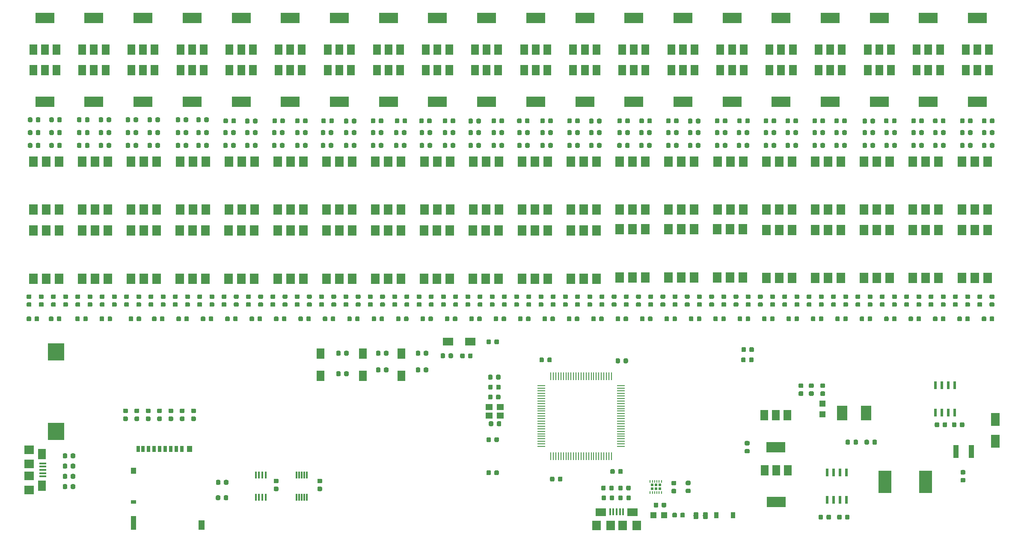
<source format=gbr>
%TF.GenerationSoftware,KiCad,Pcbnew,(5.0.1)-4*%
%TF.CreationDate,2018-12-18T14:51:30-07:00*%
%TF.ProjectId,SprinklerControllerSTM,537072696E6B6C6572436F6E74726F6C,rev?*%
%TF.SameCoordinates,Original*%
%TF.FileFunction,Paste,Top*%
%TF.FilePolarity,Positive*%
%FSLAX46Y46*%
G04 Gerber Fmt 4.6, Leading zero omitted, Abs format (unit mm)*
G04 Created by KiCad (PCBNEW (5.0.1)-4) date 12/18/2018 2:51:30 PM*
%MOMM*%
%LPD*%
G01*
G04 APERTURE LIST*
%ADD10C,0.100000*%
%ADD11C,0.875000*%
%ADD12R,3.800000X2.000000*%
%ADD13R,1.500000X2.000000*%
%ADD14R,1.400000X1.200000*%
%ADD15R,1.200000X1.200000*%
%ADD16R,2.000000X1.600000*%
%ADD17R,1.600000X2.000000*%
%ADD18R,1.348740X0.398780*%
%ADD19R,1.600200X2.100580*%
%ADD20R,1.899920X1.800860*%
%ADD21R,0.700000X1.200000*%
%ADD22R,1.000000X1.200000*%
%ADD23R,1.000000X0.800000*%
%ADD24R,1.000000X2.800000*%
%ADD25R,1.300000X1.900000*%
%ADD26R,1.780000X2.000000*%
%ADD27R,3.300000X3.500000*%
%ADD28R,0.900000X1.200000*%
%ADD29R,1.500000X0.280000*%
%ADD30R,0.280000X1.500000*%
%ADD31C,0.975000*%
%ADD32R,0.280000X0.600000*%
%ADD33R,0.500000X0.500000*%
%ADD34R,0.398780X1.348740*%
%ADD35R,2.100580X1.600200*%
%ADD36R,1.800860X1.899920*%
%ADD37R,1.750000X2.650000*%
%ADD38R,1.000000X2.500000*%
%ADD39R,0.450000X1.450000*%
%ADD40R,0.300000X1.400000*%
%ADD41R,0.600000X1.550000*%
%ADD42R,2.000000X3.000000*%
%ADD43R,2.600000X4.500000*%
G04 APERTURE END LIST*
D10*
G36*
X144277691Y-132676053D02*
X144298926Y-132679203D01*
X144319750Y-132684419D01*
X144339962Y-132691651D01*
X144359368Y-132700830D01*
X144377781Y-132711866D01*
X144395024Y-132724654D01*
X144410930Y-132739070D01*
X144425346Y-132754976D01*
X144438134Y-132772219D01*
X144449170Y-132790632D01*
X144458349Y-132810038D01*
X144465581Y-132830250D01*
X144470797Y-132851074D01*
X144473947Y-132872309D01*
X144475000Y-132893750D01*
X144475000Y-133406250D01*
X144473947Y-133427691D01*
X144470797Y-133448926D01*
X144465581Y-133469750D01*
X144458349Y-133489962D01*
X144449170Y-133509368D01*
X144438134Y-133527781D01*
X144425346Y-133545024D01*
X144410930Y-133560930D01*
X144395024Y-133575346D01*
X144377781Y-133588134D01*
X144359368Y-133599170D01*
X144339962Y-133608349D01*
X144319750Y-133615581D01*
X144298926Y-133620797D01*
X144277691Y-133623947D01*
X144256250Y-133625000D01*
X143818750Y-133625000D01*
X143797309Y-133623947D01*
X143776074Y-133620797D01*
X143755250Y-133615581D01*
X143735038Y-133608349D01*
X143715632Y-133599170D01*
X143697219Y-133588134D01*
X143679976Y-133575346D01*
X143664070Y-133560930D01*
X143649654Y-133545024D01*
X143636866Y-133527781D01*
X143625830Y-133509368D01*
X143616651Y-133489962D01*
X143609419Y-133469750D01*
X143604203Y-133448926D01*
X143601053Y-133427691D01*
X143600000Y-133406250D01*
X143600000Y-132893750D01*
X143601053Y-132872309D01*
X143604203Y-132851074D01*
X143609419Y-132830250D01*
X143616651Y-132810038D01*
X143625830Y-132790632D01*
X143636866Y-132772219D01*
X143649654Y-132754976D01*
X143664070Y-132739070D01*
X143679976Y-132724654D01*
X143697219Y-132711866D01*
X143715632Y-132700830D01*
X143735038Y-132691651D01*
X143755250Y-132684419D01*
X143776074Y-132679203D01*
X143797309Y-132676053D01*
X143818750Y-132675000D01*
X144256250Y-132675000D01*
X144277691Y-132676053D01*
X144277691Y-132676053D01*
G37*
D11*
X144037500Y-133150000D03*
D10*
G36*
X142702691Y-132676053D02*
X142723926Y-132679203D01*
X142744750Y-132684419D01*
X142764962Y-132691651D01*
X142784368Y-132700830D01*
X142802781Y-132711866D01*
X142820024Y-132724654D01*
X142835930Y-132739070D01*
X142850346Y-132754976D01*
X142863134Y-132772219D01*
X142874170Y-132790632D01*
X142883349Y-132810038D01*
X142890581Y-132830250D01*
X142895797Y-132851074D01*
X142898947Y-132872309D01*
X142900000Y-132893750D01*
X142900000Y-133406250D01*
X142898947Y-133427691D01*
X142895797Y-133448926D01*
X142890581Y-133469750D01*
X142883349Y-133489962D01*
X142874170Y-133509368D01*
X142863134Y-133527781D01*
X142850346Y-133545024D01*
X142835930Y-133560930D01*
X142820024Y-133575346D01*
X142802781Y-133588134D01*
X142784368Y-133599170D01*
X142764962Y-133608349D01*
X142744750Y-133615581D01*
X142723926Y-133620797D01*
X142702691Y-133623947D01*
X142681250Y-133625000D01*
X142243750Y-133625000D01*
X142222309Y-133623947D01*
X142201074Y-133620797D01*
X142180250Y-133615581D01*
X142160038Y-133608349D01*
X142140632Y-133599170D01*
X142122219Y-133588134D01*
X142104976Y-133575346D01*
X142089070Y-133560930D01*
X142074654Y-133545024D01*
X142061866Y-133527781D01*
X142050830Y-133509368D01*
X142041651Y-133489962D01*
X142034419Y-133469750D01*
X142029203Y-133448926D01*
X142026053Y-133427691D01*
X142025000Y-133406250D01*
X142025000Y-132893750D01*
X142026053Y-132872309D01*
X142029203Y-132851074D01*
X142034419Y-132830250D01*
X142041651Y-132810038D01*
X142050830Y-132790632D01*
X142061866Y-132772219D01*
X142074654Y-132754976D01*
X142089070Y-132739070D01*
X142104976Y-132724654D01*
X142122219Y-132711866D01*
X142140632Y-132700830D01*
X142160038Y-132691651D01*
X142180250Y-132684419D01*
X142201074Y-132679203D01*
X142222309Y-132676053D01*
X142243750Y-132675000D01*
X142681250Y-132675000D01*
X142702691Y-132676053D01*
X142702691Y-132676053D01*
G37*
D11*
X142462500Y-133150000D03*
D12*
X199400000Y-138950000D03*
D13*
X199400000Y-132650000D03*
X197100000Y-132650000D03*
X201700000Y-132650000D03*
D14*
X144762000Y-120136000D03*
X142562000Y-120136000D03*
X142562000Y-121836000D03*
X144762000Y-121836000D03*
D15*
X177162000Y-141586000D03*
X175062000Y-141586000D03*
D16*
X134452000Y-107188000D03*
X138852000Y-107188000D03*
D17*
X109220000Y-109560000D03*
X109220000Y-113960000D03*
X117602000Y-109560000D03*
X117602000Y-113960000D03*
X125222000Y-113960000D03*
X125222000Y-109560000D03*
D15*
X208512000Y-119486000D03*
X208512000Y-121586000D03*
D10*
G36*
X82108021Y-122017053D02*
X82129256Y-122020203D01*
X82150080Y-122025419D01*
X82170292Y-122032651D01*
X82189698Y-122041830D01*
X82208111Y-122052866D01*
X82225354Y-122065654D01*
X82241260Y-122080070D01*
X82255676Y-122095976D01*
X82268464Y-122113219D01*
X82279500Y-122131632D01*
X82288679Y-122151038D01*
X82295911Y-122171250D01*
X82301127Y-122192074D01*
X82304277Y-122213309D01*
X82305330Y-122234750D01*
X82305330Y-122672250D01*
X82304277Y-122693691D01*
X82301127Y-122714926D01*
X82295911Y-122735750D01*
X82288679Y-122755962D01*
X82279500Y-122775368D01*
X82268464Y-122793781D01*
X82255676Y-122811024D01*
X82241260Y-122826930D01*
X82225354Y-122841346D01*
X82208111Y-122854134D01*
X82189698Y-122865170D01*
X82170292Y-122874349D01*
X82150080Y-122881581D01*
X82129256Y-122886797D01*
X82108021Y-122889947D01*
X82086580Y-122891000D01*
X81574080Y-122891000D01*
X81552639Y-122889947D01*
X81531404Y-122886797D01*
X81510580Y-122881581D01*
X81490368Y-122874349D01*
X81470962Y-122865170D01*
X81452549Y-122854134D01*
X81435306Y-122841346D01*
X81419400Y-122826930D01*
X81404984Y-122811024D01*
X81392196Y-122793781D01*
X81381160Y-122775368D01*
X81371981Y-122755962D01*
X81364749Y-122735750D01*
X81359533Y-122714926D01*
X81356383Y-122693691D01*
X81355330Y-122672250D01*
X81355330Y-122234750D01*
X81356383Y-122213309D01*
X81359533Y-122192074D01*
X81364749Y-122171250D01*
X81371981Y-122151038D01*
X81381160Y-122131632D01*
X81392196Y-122113219D01*
X81404984Y-122095976D01*
X81419400Y-122080070D01*
X81435306Y-122065654D01*
X81452549Y-122052866D01*
X81470962Y-122041830D01*
X81490368Y-122032651D01*
X81510580Y-122025419D01*
X81531404Y-122020203D01*
X81552639Y-122017053D01*
X81574080Y-122016000D01*
X82086580Y-122016000D01*
X82108021Y-122017053D01*
X82108021Y-122017053D01*
G37*
D11*
X81830330Y-122453500D03*
D10*
G36*
X82108021Y-120442053D02*
X82129256Y-120445203D01*
X82150080Y-120450419D01*
X82170292Y-120457651D01*
X82189698Y-120466830D01*
X82208111Y-120477866D01*
X82225354Y-120490654D01*
X82241260Y-120505070D01*
X82255676Y-120520976D01*
X82268464Y-120538219D01*
X82279500Y-120556632D01*
X82288679Y-120576038D01*
X82295911Y-120596250D01*
X82301127Y-120617074D01*
X82304277Y-120638309D01*
X82305330Y-120659750D01*
X82305330Y-121097250D01*
X82304277Y-121118691D01*
X82301127Y-121139926D01*
X82295911Y-121160750D01*
X82288679Y-121180962D01*
X82279500Y-121200368D01*
X82268464Y-121218781D01*
X82255676Y-121236024D01*
X82241260Y-121251930D01*
X82225354Y-121266346D01*
X82208111Y-121279134D01*
X82189698Y-121290170D01*
X82170292Y-121299349D01*
X82150080Y-121306581D01*
X82129256Y-121311797D01*
X82108021Y-121314947D01*
X82086580Y-121316000D01*
X81574080Y-121316000D01*
X81552639Y-121314947D01*
X81531404Y-121311797D01*
X81510580Y-121306581D01*
X81490368Y-121299349D01*
X81470962Y-121290170D01*
X81452549Y-121279134D01*
X81435306Y-121266346D01*
X81419400Y-121251930D01*
X81404984Y-121236024D01*
X81392196Y-121218781D01*
X81381160Y-121200368D01*
X81371981Y-121180962D01*
X81364749Y-121160750D01*
X81359533Y-121139926D01*
X81356383Y-121118691D01*
X81355330Y-121097250D01*
X81355330Y-120659750D01*
X81356383Y-120638309D01*
X81359533Y-120617074D01*
X81364749Y-120596250D01*
X81371981Y-120576038D01*
X81381160Y-120556632D01*
X81392196Y-120538219D01*
X81404984Y-120520976D01*
X81419400Y-120505070D01*
X81435306Y-120490654D01*
X81452549Y-120477866D01*
X81470962Y-120466830D01*
X81490368Y-120457651D01*
X81510580Y-120450419D01*
X81531404Y-120445203D01*
X81552639Y-120442053D01*
X81574080Y-120441000D01*
X82086580Y-120441000D01*
X82108021Y-120442053D01*
X82108021Y-120442053D01*
G37*
D11*
X81830330Y-120878500D03*
D10*
G36*
X79864355Y-120442053D02*
X79885590Y-120445203D01*
X79906414Y-120450419D01*
X79926626Y-120457651D01*
X79946032Y-120466830D01*
X79964445Y-120477866D01*
X79981688Y-120490654D01*
X79997594Y-120505070D01*
X80012010Y-120520976D01*
X80024798Y-120538219D01*
X80035834Y-120556632D01*
X80045013Y-120576038D01*
X80052245Y-120596250D01*
X80057461Y-120617074D01*
X80060611Y-120638309D01*
X80061664Y-120659750D01*
X80061664Y-121097250D01*
X80060611Y-121118691D01*
X80057461Y-121139926D01*
X80052245Y-121160750D01*
X80045013Y-121180962D01*
X80035834Y-121200368D01*
X80024798Y-121218781D01*
X80012010Y-121236024D01*
X79997594Y-121251930D01*
X79981688Y-121266346D01*
X79964445Y-121279134D01*
X79946032Y-121290170D01*
X79926626Y-121299349D01*
X79906414Y-121306581D01*
X79885590Y-121311797D01*
X79864355Y-121314947D01*
X79842914Y-121316000D01*
X79330414Y-121316000D01*
X79308973Y-121314947D01*
X79287738Y-121311797D01*
X79266914Y-121306581D01*
X79246702Y-121299349D01*
X79227296Y-121290170D01*
X79208883Y-121279134D01*
X79191640Y-121266346D01*
X79175734Y-121251930D01*
X79161318Y-121236024D01*
X79148530Y-121218781D01*
X79137494Y-121200368D01*
X79128315Y-121180962D01*
X79121083Y-121160750D01*
X79115867Y-121139926D01*
X79112717Y-121118691D01*
X79111664Y-121097250D01*
X79111664Y-120659750D01*
X79112717Y-120638309D01*
X79115867Y-120617074D01*
X79121083Y-120596250D01*
X79128315Y-120576038D01*
X79137494Y-120556632D01*
X79148530Y-120538219D01*
X79161318Y-120520976D01*
X79175734Y-120505070D01*
X79191640Y-120490654D01*
X79208883Y-120477866D01*
X79227296Y-120466830D01*
X79246702Y-120457651D01*
X79266914Y-120450419D01*
X79287738Y-120445203D01*
X79308973Y-120442053D01*
X79330414Y-120441000D01*
X79842914Y-120441000D01*
X79864355Y-120442053D01*
X79864355Y-120442053D01*
G37*
D11*
X79586664Y-120878500D03*
D10*
G36*
X79864355Y-122017053D02*
X79885590Y-122020203D01*
X79906414Y-122025419D01*
X79926626Y-122032651D01*
X79946032Y-122041830D01*
X79964445Y-122052866D01*
X79981688Y-122065654D01*
X79997594Y-122080070D01*
X80012010Y-122095976D01*
X80024798Y-122113219D01*
X80035834Y-122131632D01*
X80045013Y-122151038D01*
X80052245Y-122171250D01*
X80057461Y-122192074D01*
X80060611Y-122213309D01*
X80061664Y-122234750D01*
X80061664Y-122672250D01*
X80060611Y-122693691D01*
X80057461Y-122714926D01*
X80052245Y-122735750D01*
X80045013Y-122755962D01*
X80035834Y-122775368D01*
X80024798Y-122793781D01*
X80012010Y-122811024D01*
X79997594Y-122826930D01*
X79981688Y-122841346D01*
X79964445Y-122854134D01*
X79946032Y-122865170D01*
X79926626Y-122874349D01*
X79906414Y-122881581D01*
X79885590Y-122886797D01*
X79864355Y-122889947D01*
X79842914Y-122891000D01*
X79330414Y-122891000D01*
X79308973Y-122889947D01*
X79287738Y-122886797D01*
X79266914Y-122881581D01*
X79246702Y-122874349D01*
X79227296Y-122865170D01*
X79208883Y-122854134D01*
X79191640Y-122841346D01*
X79175734Y-122826930D01*
X79161318Y-122811024D01*
X79148530Y-122793781D01*
X79137494Y-122775368D01*
X79128315Y-122755962D01*
X79121083Y-122735750D01*
X79115867Y-122714926D01*
X79112717Y-122693691D01*
X79111664Y-122672250D01*
X79111664Y-122234750D01*
X79112717Y-122213309D01*
X79115867Y-122192074D01*
X79121083Y-122171250D01*
X79128315Y-122151038D01*
X79137494Y-122131632D01*
X79148530Y-122113219D01*
X79161318Y-122095976D01*
X79175734Y-122080070D01*
X79191640Y-122065654D01*
X79208883Y-122052866D01*
X79227296Y-122041830D01*
X79246702Y-122032651D01*
X79266914Y-122025419D01*
X79287738Y-122020203D01*
X79308973Y-122017053D01*
X79330414Y-122016000D01*
X79842914Y-122016000D01*
X79864355Y-122017053D01*
X79864355Y-122017053D01*
G37*
D11*
X79586664Y-122453500D03*
D10*
G36*
X77620689Y-122017053D02*
X77641924Y-122020203D01*
X77662748Y-122025419D01*
X77682960Y-122032651D01*
X77702366Y-122041830D01*
X77720779Y-122052866D01*
X77738022Y-122065654D01*
X77753928Y-122080070D01*
X77768344Y-122095976D01*
X77781132Y-122113219D01*
X77792168Y-122131632D01*
X77801347Y-122151038D01*
X77808579Y-122171250D01*
X77813795Y-122192074D01*
X77816945Y-122213309D01*
X77817998Y-122234750D01*
X77817998Y-122672250D01*
X77816945Y-122693691D01*
X77813795Y-122714926D01*
X77808579Y-122735750D01*
X77801347Y-122755962D01*
X77792168Y-122775368D01*
X77781132Y-122793781D01*
X77768344Y-122811024D01*
X77753928Y-122826930D01*
X77738022Y-122841346D01*
X77720779Y-122854134D01*
X77702366Y-122865170D01*
X77682960Y-122874349D01*
X77662748Y-122881581D01*
X77641924Y-122886797D01*
X77620689Y-122889947D01*
X77599248Y-122891000D01*
X77086748Y-122891000D01*
X77065307Y-122889947D01*
X77044072Y-122886797D01*
X77023248Y-122881581D01*
X77003036Y-122874349D01*
X76983630Y-122865170D01*
X76965217Y-122854134D01*
X76947974Y-122841346D01*
X76932068Y-122826930D01*
X76917652Y-122811024D01*
X76904864Y-122793781D01*
X76893828Y-122775368D01*
X76884649Y-122755962D01*
X76877417Y-122735750D01*
X76872201Y-122714926D01*
X76869051Y-122693691D01*
X76867998Y-122672250D01*
X76867998Y-122234750D01*
X76869051Y-122213309D01*
X76872201Y-122192074D01*
X76877417Y-122171250D01*
X76884649Y-122151038D01*
X76893828Y-122131632D01*
X76904864Y-122113219D01*
X76917652Y-122095976D01*
X76932068Y-122080070D01*
X76947974Y-122065654D01*
X76965217Y-122052866D01*
X76983630Y-122041830D01*
X77003036Y-122032651D01*
X77023248Y-122025419D01*
X77044072Y-122020203D01*
X77065307Y-122017053D01*
X77086748Y-122016000D01*
X77599248Y-122016000D01*
X77620689Y-122017053D01*
X77620689Y-122017053D01*
G37*
D11*
X77342998Y-122453500D03*
D10*
G36*
X77620689Y-120442053D02*
X77641924Y-120445203D01*
X77662748Y-120450419D01*
X77682960Y-120457651D01*
X77702366Y-120466830D01*
X77720779Y-120477866D01*
X77738022Y-120490654D01*
X77753928Y-120505070D01*
X77768344Y-120520976D01*
X77781132Y-120538219D01*
X77792168Y-120556632D01*
X77801347Y-120576038D01*
X77808579Y-120596250D01*
X77813795Y-120617074D01*
X77816945Y-120638309D01*
X77817998Y-120659750D01*
X77817998Y-121097250D01*
X77816945Y-121118691D01*
X77813795Y-121139926D01*
X77808579Y-121160750D01*
X77801347Y-121180962D01*
X77792168Y-121200368D01*
X77781132Y-121218781D01*
X77768344Y-121236024D01*
X77753928Y-121251930D01*
X77738022Y-121266346D01*
X77720779Y-121279134D01*
X77702366Y-121290170D01*
X77682960Y-121299349D01*
X77662748Y-121306581D01*
X77641924Y-121311797D01*
X77620689Y-121314947D01*
X77599248Y-121316000D01*
X77086748Y-121316000D01*
X77065307Y-121314947D01*
X77044072Y-121311797D01*
X77023248Y-121306581D01*
X77003036Y-121299349D01*
X76983630Y-121290170D01*
X76965217Y-121279134D01*
X76947974Y-121266346D01*
X76932068Y-121251930D01*
X76917652Y-121236024D01*
X76904864Y-121218781D01*
X76893828Y-121200368D01*
X76884649Y-121180962D01*
X76877417Y-121160750D01*
X76872201Y-121139926D01*
X76869051Y-121118691D01*
X76867998Y-121097250D01*
X76867998Y-120659750D01*
X76869051Y-120638309D01*
X76872201Y-120617074D01*
X76877417Y-120596250D01*
X76884649Y-120576038D01*
X76893828Y-120556632D01*
X76904864Y-120538219D01*
X76917652Y-120520976D01*
X76932068Y-120505070D01*
X76947974Y-120490654D01*
X76965217Y-120477866D01*
X76983630Y-120466830D01*
X77003036Y-120457651D01*
X77023248Y-120450419D01*
X77044072Y-120445203D01*
X77065307Y-120442053D01*
X77086748Y-120441000D01*
X77599248Y-120441000D01*
X77620689Y-120442053D01*
X77620689Y-120442053D01*
G37*
D11*
X77342998Y-120878500D03*
D10*
G36*
X75377023Y-120442053D02*
X75398258Y-120445203D01*
X75419082Y-120450419D01*
X75439294Y-120457651D01*
X75458700Y-120466830D01*
X75477113Y-120477866D01*
X75494356Y-120490654D01*
X75510262Y-120505070D01*
X75524678Y-120520976D01*
X75537466Y-120538219D01*
X75548502Y-120556632D01*
X75557681Y-120576038D01*
X75564913Y-120596250D01*
X75570129Y-120617074D01*
X75573279Y-120638309D01*
X75574332Y-120659750D01*
X75574332Y-121097250D01*
X75573279Y-121118691D01*
X75570129Y-121139926D01*
X75564913Y-121160750D01*
X75557681Y-121180962D01*
X75548502Y-121200368D01*
X75537466Y-121218781D01*
X75524678Y-121236024D01*
X75510262Y-121251930D01*
X75494356Y-121266346D01*
X75477113Y-121279134D01*
X75458700Y-121290170D01*
X75439294Y-121299349D01*
X75419082Y-121306581D01*
X75398258Y-121311797D01*
X75377023Y-121314947D01*
X75355582Y-121316000D01*
X74843082Y-121316000D01*
X74821641Y-121314947D01*
X74800406Y-121311797D01*
X74779582Y-121306581D01*
X74759370Y-121299349D01*
X74739964Y-121290170D01*
X74721551Y-121279134D01*
X74704308Y-121266346D01*
X74688402Y-121251930D01*
X74673986Y-121236024D01*
X74661198Y-121218781D01*
X74650162Y-121200368D01*
X74640983Y-121180962D01*
X74633751Y-121160750D01*
X74628535Y-121139926D01*
X74625385Y-121118691D01*
X74624332Y-121097250D01*
X74624332Y-120659750D01*
X74625385Y-120638309D01*
X74628535Y-120617074D01*
X74633751Y-120596250D01*
X74640983Y-120576038D01*
X74650162Y-120556632D01*
X74661198Y-120538219D01*
X74673986Y-120520976D01*
X74688402Y-120505070D01*
X74704308Y-120490654D01*
X74721551Y-120477866D01*
X74739964Y-120466830D01*
X74759370Y-120457651D01*
X74779582Y-120450419D01*
X74800406Y-120445203D01*
X74821641Y-120442053D01*
X74843082Y-120441000D01*
X75355582Y-120441000D01*
X75377023Y-120442053D01*
X75377023Y-120442053D01*
G37*
D11*
X75099332Y-120878500D03*
D10*
G36*
X75377023Y-122017053D02*
X75398258Y-122020203D01*
X75419082Y-122025419D01*
X75439294Y-122032651D01*
X75458700Y-122041830D01*
X75477113Y-122052866D01*
X75494356Y-122065654D01*
X75510262Y-122080070D01*
X75524678Y-122095976D01*
X75537466Y-122113219D01*
X75548502Y-122131632D01*
X75557681Y-122151038D01*
X75564913Y-122171250D01*
X75570129Y-122192074D01*
X75573279Y-122213309D01*
X75574332Y-122234750D01*
X75574332Y-122672250D01*
X75573279Y-122693691D01*
X75570129Y-122714926D01*
X75564913Y-122735750D01*
X75557681Y-122755962D01*
X75548502Y-122775368D01*
X75537466Y-122793781D01*
X75524678Y-122811024D01*
X75510262Y-122826930D01*
X75494356Y-122841346D01*
X75477113Y-122854134D01*
X75458700Y-122865170D01*
X75439294Y-122874349D01*
X75419082Y-122881581D01*
X75398258Y-122886797D01*
X75377023Y-122889947D01*
X75355582Y-122891000D01*
X74843082Y-122891000D01*
X74821641Y-122889947D01*
X74800406Y-122886797D01*
X74779582Y-122881581D01*
X74759370Y-122874349D01*
X74739964Y-122865170D01*
X74721551Y-122854134D01*
X74704308Y-122841346D01*
X74688402Y-122826930D01*
X74673986Y-122811024D01*
X74661198Y-122793781D01*
X74650162Y-122775368D01*
X74640983Y-122755962D01*
X74633751Y-122735750D01*
X74628535Y-122714926D01*
X74625385Y-122693691D01*
X74624332Y-122672250D01*
X74624332Y-122234750D01*
X74625385Y-122213309D01*
X74628535Y-122192074D01*
X74633751Y-122171250D01*
X74640983Y-122151038D01*
X74650162Y-122131632D01*
X74661198Y-122113219D01*
X74673986Y-122095976D01*
X74688402Y-122080070D01*
X74704308Y-122065654D01*
X74721551Y-122052866D01*
X74739964Y-122041830D01*
X74759370Y-122032651D01*
X74779582Y-122025419D01*
X74800406Y-122020203D01*
X74821641Y-122017053D01*
X74843082Y-122016000D01*
X75355582Y-122016000D01*
X75377023Y-122017053D01*
X75377023Y-122017053D01*
G37*
D11*
X75099332Y-122453500D03*
D10*
G36*
X73133357Y-122017053D02*
X73154592Y-122020203D01*
X73175416Y-122025419D01*
X73195628Y-122032651D01*
X73215034Y-122041830D01*
X73233447Y-122052866D01*
X73250690Y-122065654D01*
X73266596Y-122080070D01*
X73281012Y-122095976D01*
X73293800Y-122113219D01*
X73304836Y-122131632D01*
X73314015Y-122151038D01*
X73321247Y-122171250D01*
X73326463Y-122192074D01*
X73329613Y-122213309D01*
X73330666Y-122234750D01*
X73330666Y-122672250D01*
X73329613Y-122693691D01*
X73326463Y-122714926D01*
X73321247Y-122735750D01*
X73314015Y-122755962D01*
X73304836Y-122775368D01*
X73293800Y-122793781D01*
X73281012Y-122811024D01*
X73266596Y-122826930D01*
X73250690Y-122841346D01*
X73233447Y-122854134D01*
X73215034Y-122865170D01*
X73195628Y-122874349D01*
X73175416Y-122881581D01*
X73154592Y-122886797D01*
X73133357Y-122889947D01*
X73111916Y-122891000D01*
X72599416Y-122891000D01*
X72577975Y-122889947D01*
X72556740Y-122886797D01*
X72535916Y-122881581D01*
X72515704Y-122874349D01*
X72496298Y-122865170D01*
X72477885Y-122854134D01*
X72460642Y-122841346D01*
X72444736Y-122826930D01*
X72430320Y-122811024D01*
X72417532Y-122793781D01*
X72406496Y-122775368D01*
X72397317Y-122755962D01*
X72390085Y-122735750D01*
X72384869Y-122714926D01*
X72381719Y-122693691D01*
X72380666Y-122672250D01*
X72380666Y-122234750D01*
X72381719Y-122213309D01*
X72384869Y-122192074D01*
X72390085Y-122171250D01*
X72397317Y-122151038D01*
X72406496Y-122131632D01*
X72417532Y-122113219D01*
X72430320Y-122095976D01*
X72444736Y-122080070D01*
X72460642Y-122065654D01*
X72477885Y-122052866D01*
X72496298Y-122041830D01*
X72515704Y-122032651D01*
X72535916Y-122025419D01*
X72556740Y-122020203D01*
X72577975Y-122017053D01*
X72599416Y-122016000D01*
X73111916Y-122016000D01*
X73133357Y-122017053D01*
X73133357Y-122017053D01*
G37*
D11*
X72855666Y-122453500D03*
D10*
G36*
X73133357Y-120442053D02*
X73154592Y-120445203D01*
X73175416Y-120450419D01*
X73195628Y-120457651D01*
X73215034Y-120466830D01*
X73233447Y-120477866D01*
X73250690Y-120490654D01*
X73266596Y-120505070D01*
X73281012Y-120520976D01*
X73293800Y-120538219D01*
X73304836Y-120556632D01*
X73314015Y-120576038D01*
X73321247Y-120596250D01*
X73326463Y-120617074D01*
X73329613Y-120638309D01*
X73330666Y-120659750D01*
X73330666Y-121097250D01*
X73329613Y-121118691D01*
X73326463Y-121139926D01*
X73321247Y-121160750D01*
X73314015Y-121180962D01*
X73304836Y-121200368D01*
X73293800Y-121218781D01*
X73281012Y-121236024D01*
X73266596Y-121251930D01*
X73250690Y-121266346D01*
X73233447Y-121279134D01*
X73215034Y-121290170D01*
X73195628Y-121299349D01*
X73175416Y-121306581D01*
X73154592Y-121311797D01*
X73133357Y-121314947D01*
X73111916Y-121316000D01*
X72599416Y-121316000D01*
X72577975Y-121314947D01*
X72556740Y-121311797D01*
X72535916Y-121306581D01*
X72515704Y-121299349D01*
X72496298Y-121290170D01*
X72477885Y-121279134D01*
X72460642Y-121266346D01*
X72444736Y-121251930D01*
X72430320Y-121236024D01*
X72417532Y-121218781D01*
X72406496Y-121200368D01*
X72397317Y-121180962D01*
X72390085Y-121160750D01*
X72384869Y-121139926D01*
X72381719Y-121118691D01*
X72380666Y-121097250D01*
X72380666Y-120659750D01*
X72381719Y-120638309D01*
X72384869Y-120617074D01*
X72390085Y-120596250D01*
X72397317Y-120576038D01*
X72406496Y-120556632D01*
X72417532Y-120538219D01*
X72430320Y-120520976D01*
X72444736Y-120505070D01*
X72460642Y-120490654D01*
X72477885Y-120477866D01*
X72496298Y-120466830D01*
X72515704Y-120457651D01*
X72535916Y-120450419D01*
X72556740Y-120445203D01*
X72577975Y-120442053D01*
X72599416Y-120441000D01*
X73111916Y-120441000D01*
X73133357Y-120442053D01*
X73133357Y-120442053D01*
G37*
D11*
X72855666Y-120878500D03*
D10*
G36*
X70889691Y-120442053D02*
X70910926Y-120445203D01*
X70931750Y-120450419D01*
X70951962Y-120457651D01*
X70971368Y-120466830D01*
X70989781Y-120477866D01*
X71007024Y-120490654D01*
X71022930Y-120505070D01*
X71037346Y-120520976D01*
X71050134Y-120538219D01*
X71061170Y-120556632D01*
X71070349Y-120576038D01*
X71077581Y-120596250D01*
X71082797Y-120617074D01*
X71085947Y-120638309D01*
X71087000Y-120659750D01*
X71087000Y-121097250D01*
X71085947Y-121118691D01*
X71082797Y-121139926D01*
X71077581Y-121160750D01*
X71070349Y-121180962D01*
X71061170Y-121200368D01*
X71050134Y-121218781D01*
X71037346Y-121236024D01*
X71022930Y-121251930D01*
X71007024Y-121266346D01*
X70989781Y-121279134D01*
X70971368Y-121290170D01*
X70951962Y-121299349D01*
X70931750Y-121306581D01*
X70910926Y-121311797D01*
X70889691Y-121314947D01*
X70868250Y-121316000D01*
X70355750Y-121316000D01*
X70334309Y-121314947D01*
X70313074Y-121311797D01*
X70292250Y-121306581D01*
X70272038Y-121299349D01*
X70252632Y-121290170D01*
X70234219Y-121279134D01*
X70216976Y-121266346D01*
X70201070Y-121251930D01*
X70186654Y-121236024D01*
X70173866Y-121218781D01*
X70162830Y-121200368D01*
X70153651Y-121180962D01*
X70146419Y-121160750D01*
X70141203Y-121139926D01*
X70138053Y-121118691D01*
X70137000Y-121097250D01*
X70137000Y-120659750D01*
X70138053Y-120638309D01*
X70141203Y-120617074D01*
X70146419Y-120596250D01*
X70153651Y-120576038D01*
X70162830Y-120556632D01*
X70173866Y-120538219D01*
X70186654Y-120520976D01*
X70201070Y-120505070D01*
X70216976Y-120490654D01*
X70234219Y-120477866D01*
X70252632Y-120466830D01*
X70272038Y-120457651D01*
X70292250Y-120450419D01*
X70313074Y-120445203D01*
X70334309Y-120442053D01*
X70355750Y-120441000D01*
X70868250Y-120441000D01*
X70889691Y-120442053D01*
X70889691Y-120442053D01*
G37*
D11*
X70612000Y-120878500D03*
D10*
G36*
X70889691Y-122017053D02*
X70910926Y-122020203D01*
X70931750Y-122025419D01*
X70951962Y-122032651D01*
X70971368Y-122041830D01*
X70989781Y-122052866D01*
X71007024Y-122065654D01*
X71022930Y-122080070D01*
X71037346Y-122095976D01*
X71050134Y-122113219D01*
X71061170Y-122131632D01*
X71070349Y-122151038D01*
X71077581Y-122171250D01*
X71082797Y-122192074D01*
X71085947Y-122213309D01*
X71087000Y-122234750D01*
X71087000Y-122672250D01*
X71085947Y-122693691D01*
X71082797Y-122714926D01*
X71077581Y-122735750D01*
X71070349Y-122755962D01*
X71061170Y-122775368D01*
X71050134Y-122793781D01*
X71037346Y-122811024D01*
X71022930Y-122826930D01*
X71007024Y-122841346D01*
X70989781Y-122854134D01*
X70971368Y-122865170D01*
X70951962Y-122874349D01*
X70931750Y-122881581D01*
X70910926Y-122886797D01*
X70889691Y-122889947D01*
X70868250Y-122891000D01*
X70355750Y-122891000D01*
X70334309Y-122889947D01*
X70313074Y-122886797D01*
X70292250Y-122881581D01*
X70272038Y-122874349D01*
X70252632Y-122865170D01*
X70234219Y-122854134D01*
X70216976Y-122841346D01*
X70201070Y-122826930D01*
X70186654Y-122811024D01*
X70173866Y-122793781D01*
X70162830Y-122775368D01*
X70153651Y-122755962D01*
X70146419Y-122735750D01*
X70141203Y-122714926D01*
X70138053Y-122693691D01*
X70137000Y-122672250D01*
X70137000Y-122234750D01*
X70138053Y-122213309D01*
X70141203Y-122192074D01*
X70146419Y-122171250D01*
X70153651Y-122151038D01*
X70162830Y-122131632D01*
X70173866Y-122113219D01*
X70186654Y-122095976D01*
X70201070Y-122080070D01*
X70216976Y-122065654D01*
X70234219Y-122052866D01*
X70252632Y-122041830D01*
X70272038Y-122032651D01*
X70292250Y-122025419D01*
X70313074Y-122020203D01*
X70334309Y-122017053D01*
X70355750Y-122016000D01*
X70868250Y-122016000D01*
X70889691Y-122017053D01*
X70889691Y-122017053D01*
G37*
D11*
X70612000Y-122453500D03*
D10*
G36*
X84351691Y-122017053D02*
X84372926Y-122020203D01*
X84393750Y-122025419D01*
X84413962Y-122032651D01*
X84433368Y-122041830D01*
X84451781Y-122052866D01*
X84469024Y-122065654D01*
X84484930Y-122080070D01*
X84499346Y-122095976D01*
X84512134Y-122113219D01*
X84523170Y-122131632D01*
X84532349Y-122151038D01*
X84539581Y-122171250D01*
X84544797Y-122192074D01*
X84547947Y-122213309D01*
X84549000Y-122234750D01*
X84549000Y-122672250D01*
X84547947Y-122693691D01*
X84544797Y-122714926D01*
X84539581Y-122735750D01*
X84532349Y-122755962D01*
X84523170Y-122775368D01*
X84512134Y-122793781D01*
X84499346Y-122811024D01*
X84484930Y-122826930D01*
X84469024Y-122841346D01*
X84451781Y-122854134D01*
X84433368Y-122865170D01*
X84413962Y-122874349D01*
X84393750Y-122881581D01*
X84372926Y-122886797D01*
X84351691Y-122889947D01*
X84330250Y-122891000D01*
X83817750Y-122891000D01*
X83796309Y-122889947D01*
X83775074Y-122886797D01*
X83754250Y-122881581D01*
X83734038Y-122874349D01*
X83714632Y-122865170D01*
X83696219Y-122854134D01*
X83678976Y-122841346D01*
X83663070Y-122826930D01*
X83648654Y-122811024D01*
X83635866Y-122793781D01*
X83624830Y-122775368D01*
X83615651Y-122755962D01*
X83608419Y-122735750D01*
X83603203Y-122714926D01*
X83600053Y-122693691D01*
X83599000Y-122672250D01*
X83599000Y-122234750D01*
X83600053Y-122213309D01*
X83603203Y-122192074D01*
X83608419Y-122171250D01*
X83615651Y-122151038D01*
X83624830Y-122131632D01*
X83635866Y-122113219D01*
X83648654Y-122095976D01*
X83663070Y-122080070D01*
X83678976Y-122065654D01*
X83696219Y-122052866D01*
X83714632Y-122041830D01*
X83734038Y-122032651D01*
X83754250Y-122025419D01*
X83775074Y-122020203D01*
X83796309Y-122017053D01*
X83817750Y-122016000D01*
X84330250Y-122016000D01*
X84351691Y-122017053D01*
X84351691Y-122017053D01*
G37*
D11*
X84074000Y-122453500D03*
D10*
G36*
X84351691Y-120442053D02*
X84372926Y-120445203D01*
X84393750Y-120450419D01*
X84413962Y-120457651D01*
X84433368Y-120466830D01*
X84451781Y-120477866D01*
X84469024Y-120490654D01*
X84484930Y-120505070D01*
X84499346Y-120520976D01*
X84512134Y-120538219D01*
X84523170Y-120556632D01*
X84532349Y-120576038D01*
X84539581Y-120596250D01*
X84544797Y-120617074D01*
X84547947Y-120638309D01*
X84549000Y-120659750D01*
X84549000Y-121097250D01*
X84547947Y-121118691D01*
X84544797Y-121139926D01*
X84539581Y-121160750D01*
X84532349Y-121180962D01*
X84523170Y-121200368D01*
X84512134Y-121218781D01*
X84499346Y-121236024D01*
X84484930Y-121251930D01*
X84469024Y-121266346D01*
X84451781Y-121279134D01*
X84433368Y-121290170D01*
X84413962Y-121299349D01*
X84393750Y-121306581D01*
X84372926Y-121311797D01*
X84351691Y-121314947D01*
X84330250Y-121316000D01*
X83817750Y-121316000D01*
X83796309Y-121314947D01*
X83775074Y-121311797D01*
X83754250Y-121306581D01*
X83734038Y-121299349D01*
X83714632Y-121290170D01*
X83696219Y-121279134D01*
X83678976Y-121266346D01*
X83663070Y-121251930D01*
X83648654Y-121236024D01*
X83635866Y-121218781D01*
X83624830Y-121200368D01*
X83615651Y-121180962D01*
X83608419Y-121160750D01*
X83603203Y-121139926D01*
X83600053Y-121118691D01*
X83599000Y-121097250D01*
X83599000Y-120659750D01*
X83600053Y-120638309D01*
X83603203Y-120617074D01*
X83608419Y-120596250D01*
X83615651Y-120576038D01*
X83624830Y-120556632D01*
X83635866Y-120538219D01*
X83648654Y-120520976D01*
X83663070Y-120505070D01*
X83678976Y-120490654D01*
X83696219Y-120477866D01*
X83714632Y-120466830D01*
X83734038Y-120457651D01*
X83754250Y-120450419D01*
X83775074Y-120445203D01*
X83796309Y-120442053D01*
X83817750Y-120441000D01*
X84330250Y-120441000D01*
X84351691Y-120442053D01*
X84351691Y-120442053D01*
G37*
D11*
X84074000Y-120878500D03*
D10*
G36*
X58888691Y-135416053D02*
X58909926Y-135419203D01*
X58930750Y-135424419D01*
X58950962Y-135431651D01*
X58970368Y-135440830D01*
X58988781Y-135451866D01*
X59006024Y-135464654D01*
X59021930Y-135479070D01*
X59036346Y-135494976D01*
X59049134Y-135512219D01*
X59060170Y-135530632D01*
X59069349Y-135550038D01*
X59076581Y-135570250D01*
X59081797Y-135591074D01*
X59084947Y-135612309D01*
X59086000Y-135633750D01*
X59086000Y-136146250D01*
X59084947Y-136167691D01*
X59081797Y-136188926D01*
X59076581Y-136209750D01*
X59069349Y-136229962D01*
X59060170Y-136249368D01*
X59049134Y-136267781D01*
X59036346Y-136285024D01*
X59021930Y-136300930D01*
X59006024Y-136315346D01*
X58988781Y-136328134D01*
X58970368Y-136339170D01*
X58950962Y-136348349D01*
X58930750Y-136355581D01*
X58909926Y-136360797D01*
X58888691Y-136363947D01*
X58867250Y-136365000D01*
X58429750Y-136365000D01*
X58408309Y-136363947D01*
X58387074Y-136360797D01*
X58366250Y-136355581D01*
X58346038Y-136348349D01*
X58326632Y-136339170D01*
X58308219Y-136328134D01*
X58290976Y-136315346D01*
X58275070Y-136300930D01*
X58260654Y-136285024D01*
X58247866Y-136267781D01*
X58236830Y-136249368D01*
X58227651Y-136229962D01*
X58220419Y-136209750D01*
X58215203Y-136188926D01*
X58212053Y-136167691D01*
X58211000Y-136146250D01*
X58211000Y-135633750D01*
X58212053Y-135612309D01*
X58215203Y-135591074D01*
X58220419Y-135570250D01*
X58227651Y-135550038D01*
X58236830Y-135530632D01*
X58247866Y-135512219D01*
X58260654Y-135494976D01*
X58275070Y-135479070D01*
X58290976Y-135464654D01*
X58308219Y-135451866D01*
X58326632Y-135440830D01*
X58346038Y-135431651D01*
X58366250Y-135424419D01*
X58387074Y-135419203D01*
X58408309Y-135416053D01*
X58429750Y-135415000D01*
X58867250Y-135415000D01*
X58888691Y-135416053D01*
X58888691Y-135416053D01*
G37*
D11*
X58648500Y-135890000D03*
D10*
G36*
X60463691Y-135416053D02*
X60484926Y-135419203D01*
X60505750Y-135424419D01*
X60525962Y-135431651D01*
X60545368Y-135440830D01*
X60563781Y-135451866D01*
X60581024Y-135464654D01*
X60596930Y-135479070D01*
X60611346Y-135494976D01*
X60624134Y-135512219D01*
X60635170Y-135530632D01*
X60644349Y-135550038D01*
X60651581Y-135570250D01*
X60656797Y-135591074D01*
X60659947Y-135612309D01*
X60661000Y-135633750D01*
X60661000Y-136146250D01*
X60659947Y-136167691D01*
X60656797Y-136188926D01*
X60651581Y-136209750D01*
X60644349Y-136229962D01*
X60635170Y-136249368D01*
X60624134Y-136267781D01*
X60611346Y-136285024D01*
X60596930Y-136300930D01*
X60581024Y-136315346D01*
X60563781Y-136328134D01*
X60545368Y-136339170D01*
X60525962Y-136348349D01*
X60505750Y-136355581D01*
X60484926Y-136360797D01*
X60463691Y-136363947D01*
X60442250Y-136365000D01*
X60004750Y-136365000D01*
X59983309Y-136363947D01*
X59962074Y-136360797D01*
X59941250Y-136355581D01*
X59921038Y-136348349D01*
X59901632Y-136339170D01*
X59883219Y-136328134D01*
X59865976Y-136315346D01*
X59850070Y-136300930D01*
X59835654Y-136285024D01*
X59822866Y-136267781D01*
X59811830Y-136249368D01*
X59802651Y-136229962D01*
X59795419Y-136209750D01*
X59790203Y-136188926D01*
X59787053Y-136167691D01*
X59786000Y-136146250D01*
X59786000Y-135633750D01*
X59787053Y-135612309D01*
X59790203Y-135591074D01*
X59795419Y-135570250D01*
X59802651Y-135550038D01*
X59811830Y-135530632D01*
X59822866Y-135512219D01*
X59835654Y-135494976D01*
X59850070Y-135479070D01*
X59865976Y-135464654D01*
X59883219Y-135451866D01*
X59901632Y-135440830D01*
X59921038Y-135431651D01*
X59941250Y-135424419D01*
X59962074Y-135419203D01*
X59983309Y-135416053D01*
X60004750Y-135415000D01*
X60442250Y-135415000D01*
X60463691Y-135416053D01*
X60463691Y-135416053D01*
G37*
D11*
X60223500Y-135890000D03*
D10*
G36*
X60463691Y-129320053D02*
X60484926Y-129323203D01*
X60505750Y-129328419D01*
X60525962Y-129335651D01*
X60545368Y-129344830D01*
X60563781Y-129355866D01*
X60581024Y-129368654D01*
X60596930Y-129383070D01*
X60611346Y-129398976D01*
X60624134Y-129416219D01*
X60635170Y-129434632D01*
X60644349Y-129454038D01*
X60651581Y-129474250D01*
X60656797Y-129495074D01*
X60659947Y-129516309D01*
X60661000Y-129537750D01*
X60661000Y-130050250D01*
X60659947Y-130071691D01*
X60656797Y-130092926D01*
X60651581Y-130113750D01*
X60644349Y-130133962D01*
X60635170Y-130153368D01*
X60624134Y-130171781D01*
X60611346Y-130189024D01*
X60596930Y-130204930D01*
X60581024Y-130219346D01*
X60563781Y-130232134D01*
X60545368Y-130243170D01*
X60525962Y-130252349D01*
X60505750Y-130259581D01*
X60484926Y-130264797D01*
X60463691Y-130267947D01*
X60442250Y-130269000D01*
X60004750Y-130269000D01*
X59983309Y-130267947D01*
X59962074Y-130264797D01*
X59941250Y-130259581D01*
X59921038Y-130252349D01*
X59901632Y-130243170D01*
X59883219Y-130232134D01*
X59865976Y-130219346D01*
X59850070Y-130204930D01*
X59835654Y-130189024D01*
X59822866Y-130171781D01*
X59811830Y-130153368D01*
X59802651Y-130133962D01*
X59795419Y-130113750D01*
X59790203Y-130092926D01*
X59787053Y-130071691D01*
X59786000Y-130050250D01*
X59786000Y-129537750D01*
X59787053Y-129516309D01*
X59790203Y-129495074D01*
X59795419Y-129474250D01*
X59802651Y-129454038D01*
X59811830Y-129434632D01*
X59822866Y-129416219D01*
X59835654Y-129398976D01*
X59850070Y-129383070D01*
X59865976Y-129368654D01*
X59883219Y-129355866D01*
X59901632Y-129344830D01*
X59921038Y-129335651D01*
X59941250Y-129328419D01*
X59962074Y-129323203D01*
X59983309Y-129320053D01*
X60004750Y-129319000D01*
X60442250Y-129319000D01*
X60463691Y-129320053D01*
X60463691Y-129320053D01*
G37*
D11*
X60223500Y-129794000D03*
D10*
G36*
X58888691Y-129320053D02*
X58909926Y-129323203D01*
X58930750Y-129328419D01*
X58950962Y-129335651D01*
X58970368Y-129344830D01*
X58988781Y-129355866D01*
X59006024Y-129368654D01*
X59021930Y-129383070D01*
X59036346Y-129398976D01*
X59049134Y-129416219D01*
X59060170Y-129434632D01*
X59069349Y-129454038D01*
X59076581Y-129474250D01*
X59081797Y-129495074D01*
X59084947Y-129516309D01*
X59086000Y-129537750D01*
X59086000Y-130050250D01*
X59084947Y-130071691D01*
X59081797Y-130092926D01*
X59076581Y-130113750D01*
X59069349Y-130133962D01*
X59060170Y-130153368D01*
X59049134Y-130171781D01*
X59036346Y-130189024D01*
X59021930Y-130204930D01*
X59006024Y-130219346D01*
X58988781Y-130232134D01*
X58970368Y-130243170D01*
X58950962Y-130252349D01*
X58930750Y-130259581D01*
X58909926Y-130264797D01*
X58888691Y-130267947D01*
X58867250Y-130269000D01*
X58429750Y-130269000D01*
X58408309Y-130267947D01*
X58387074Y-130264797D01*
X58366250Y-130259581D01*
X58346038Y-130252349D01*
X58326632Y-130243170D01*
X58308219Y-130232134D01*
X58290976Y-130219346D01*
X58275070Y-130204930D01*
X58260654Y-130189024D01*
X58247866Y-130171781D01*
X58236830Y-130153368D01*
X58227651Y-130133962D01*
X58220419Y-130113750D01*
X58215203Y-130092926D01*
X58212053Y-130071691D01*
X58211000Y-130050250D01*
X58211000Y-129537750D01*
X58212053Y-129516309D01*
X58215203Y-129495074D01*
X58220419Y-129474250D01*
X58227651Y-129454038D01*
X58236830Y-129434632D01*
X58247866Y-129416219D01*
X58260654Y-129398976D01*
X58275070Y-129383070D01*
X58290976Y-129368654D01*
X58308219Y-129355866D01*
X58326632Y-129344830D01*
X58346038Y-129335651D01*
X58366250Y-129328419D01*
X58387074Y-129323203D01*
X58408309Y-129320053D01*
X58429750Y-129319000D01*
X58867250Y-129319000D01*
X58888691Y-129320053D01*
X58888691Y-129320053D01*
G37*
D11*
X58648500Y-129794000D03*
D10*
G36*
X58888691Y-131352053D02*
X58909926Y-131355203D01*
X58930750Y-131360419D01*
X58950962Y-131367651D01*
X58970368Y-131376830D01*
X58988781Y-131387866D01*
X59006024Y-131400654D01*
X59021930Y-131415070D01*
X59036346Y-131430976D01*
X59049134Y-131448219D01*
X59060170Y-131466632D01*
X59069349Y-131486038D01*
X59076581Y-131506250D01*
X59081797Y-131527074D01*
X59084947Y-131548309D01*
X59086000Y-131569750D01*
X59086000Y-132082250D01*
X59084947Y-132103691D01*
X59081797Y-132124926D01*
X59076581Y-132145750D01*
X59069349Y-132165962D01*
X59060170Y-132185368D01*
X59049134Y-132203781D01*
X59036346Y-132221024D01*
X59021930Y-132236930D01*
X59006024Y-132251346D01*
X58988781Y-132264134D01*
X58970368Y-132275170D01*
X58950962Y-132284349D01*
X58930750Y-132291581D01*
X58909926Y-132296797D01*
X58888691Y-132299947D01*
X58867250Y-132301000D01*
X58429750Y-132301000D01*
X58408309Y-132299947D01*
X58387074Y-132296797D01*
X58366250Y-132291581D01*
X58346038Y-132284349D01*
X58326632Y-132275170D01*
X58308219Y-132264134D01*
X58290976Y-132251346D01*
X58275070Y-132236930D01*
X58260654Y-132221024D01*
X58247866Y-132203781D01*
X58236830Y-132185368D01*
X58227651Y-132165962D01*
X58220419Y-132145750D01*
X58215203Y-132124926D01*
X58212053Y-132103691D01*
X58211000Y-132082250D01*
X58211000Y-131569750D01*
X58212053Y-131548309D01*
X58215203Y-131527074D01*
X58220419Y-131506250D01*
X58227651Y-131486038D01*
X58236830Y-131466632D01*
X58247866Y-131448219D01*
X58260654Y-131430976D01*
X58275070Y-131415070D01*
X58290976Y-131400654D01*
X58308219Y-131387866D01*
X58326632Y-131376830D01*
X58346038Y-131367651D01*
X58366250Y-131360419D01*
X58387074Y-131355203D01*
X58408309Y-131352053D01*
X58429750Y-131351000D01*
X58867250Y-131351000D01*
X58888691Y-131352053D01*
X58888691Y-131352053D01*
G37*
D11*
X58648500Y-131826000D03*
D10*
G36*
X60463691Y-131352053D02*
X60484926Y-131355203D01*
X60505750Y-131360419D01*
X60525962Y-131367651D01*
X60545368Y-131376830D01*
X60563781Y-131387866D01*
X60581024Y-131400654D01*
X60596930Y-131415070D01*
X60611346Y-131430976D01*
X60624134Y-131448219D01*
X60635170Y-131466632D01*
X60644349Y-131486038D01*
X60651581Y-131506250D01*
X60656797Y-131527074D01*
X60659947Y-131548309D01*
X60661000Y-131569750D01*
X60661000Y-132082250D01*
X60659947Y-132103691D01*
X60656797Y-132124926D01*
X60651581Y-132145750D01*
X60644349Y-132165962D01*
X60635170Y-132185368D01*
X60624134Y-132203781D01*
X60611346Y-132221024D01*
X60596930Y-132236930D01*
X60581024Y-132251346D01*
X60563781Y-132264134D01*
X60545368Y-132275170D01*
X60525962Y-132284349D01*
X60505750Y-132291581D01*
X60484926Y-132296797D01*
X60463691Y-132299947D01*
X60442250Y-132301000D01*
X60004750Y-132301000D01*
X59983309Y-132299947D01*
X59962074Y-132296797D01*
X59941250Y-132291581D01*
X59921038Y-132284349D01*
X59901632Y-132275170D01*
X59883219Y-132264134D01*
X59865976Y-132251346D01*
X59850070Y-132236930D01*
X59835654Y-132221024D01*
X59822866Y-132203781D01*
X59811830Y-132185368D01*
X59802651Y-132165962D01*
X59795419Y-132145750D01*
X59790203Y-132124926D01*
X59787053Y-132103691D01*
X59786000Y-132082250D01*
X59786000Y-131569750D01*
X59787053Y-131548309D01*
X59790203Y-131527074D01*
X59795419Y-131506250D01*
X59802651Y-131486038D01*
X59811830Y-131466632D01*
X59822866Y-131448219D01*
X59835654Y-131430976D01*
X59850070Y-131415070D01*
X59865976Y-131400654D01*
X59883219Y-131387866D01*
X59901632Y-131376830D01*
X59921038Y-131367651D01*
X59941250Y-131360419D01*
X59962074Y-131355203D01*
X59983309Y-131352053D01*
X60004750Y-131351000D01*
X60442250Y-131351000D01*
X60463691Y-131352053D01*
X60463691Y-131352053D01*
G37*
D11*
X60223500Y-131826000D03*
D10*
G36*
X60463691Y-133384053D02*
X60484926Y-133387203D01*
X60505750Y-133392419D01*
X60525962Y-133399651D01*
X60545368Y-133408830D01*
X60563781Y-133419866D01*
X60581024Y-133432654D01*
X60596930Y-133447070D01*
X60611346Y-133462976D01*
X60624134Y-133480219D01*
X60635170Y-133498632D01*
X60644349Y-133518038D01*
X60651581Y-133538250D01*
X60656797Y-133559074D01*
X60659947Y-133580309D01*
X60661000Y-133601750D01*
X60661000Y-134114250D01*
X60659947Y-134135691D01*
X60656797Y-134156926D01*
X60651581Y-134177750D01*
X60644349Y-134197962D01*
X60635170Y-134217368D01*
X60624134Y-134235781D01*
X60611346Y-134253024D01*
X60596930Y-134268930D01*
X60581024Y-134283346D01*
X60563781Y-134296134D01*
X60545368Y-134307170D01*
X60525962Y-134316349D01*
X60505750Y-134323581D01*
X60484926Y-134328797D01*
X60463691Y-134331947D01*
X60442250Y-134333000D01*
X60004750Y-134333000D01*
X59983309Y-134331947D01*
X59962074Y-134328797D01*
X59941250Y-134323581D01*
X59921038Y-134316349D01*
X59901632Y-134307170D01*
X59883219Y-134296134D01*
X59865976Y-134283346D01*
X59850070Y-134268930D01*
X59835654Y-134253024D01*
X59822866Y-134235781D01*
X59811830Y-134217368D01*
X59802651Y-134197962D01*
X59795419Y-134177750D01*
X59790203Y-134156926D01*
X59787053Y-134135691D01*
X59786000Y-134114250D01*
X59786000Y-133601750D01*
X59787053Y-133580309D01*
X59790203Y-133559074D01*
X59795419Y-133538250D01*
X59802651Y-133518038D01*
X59811830Y-133498632D01*
X59822866Y-133480219D01*
X59835654Y-133462976D01*
X59850070Y-133447070D01*
X59865976Y-133432654D01*
X59883219Y-133419866D01*
X59901632Y-133408830D01*
X59921038Y-133399651D01*
X59941250Y-133392419D01*
X59962074Y-133387203D01*
X59983309Y-133384053D01*
X60004750Y-133383000D01*
X60442250Y-133383000D01*
X60463691Y-133384053D01*
X60463691Y-133384053D01*
G37*
D11*
X60223500Y-133858000D03*
D10*
G36*
X58888691Y-133384053D02*
X58909926Y-133387203D01*
X58930750Y-133392419D01*
X58950962Y-133399651D01*
X58970368Y-133408830D01*
X58988781Y-133419866D01*
X59006024Y-133432654D01*
X59021930Y-133447070D01*
X59036346Y-133462976D01*
X59049134Y-133480219D01*
X59060170Y-133498632D01*
X59069349Y-133518038D01*
X59076581Y-133538250D01*
X59081797Y-133559074D01*
X59084947Y-133580309D01*
X59086000Y-133601750D01*
X59086000Y-134114250D01*
X59084947Y-134135691D01*
X59081797Y-134156926D01*
X59076581Y-134177750D01*
X59069349Y-134197962D01*
X59060170Y-134217368D01*
X59049134Y-134235781D01*
X59036346Y-134253024D01*
X59021930Y-134268930D01*
X59006024Y-134283346D01*
X58988781Y-134296134D01*
X58970368Y-134307170D01*
X58950962Y-134316349D01*
X58930750Y-134323581D01*
X58909926Y-134328797D01*
X58888691Y-134331947D01*
X58867250Y-134333000D01*
X58429750Y-134333000D01*
X58408309Y-134331947D01*
X58387074Y-134328797D01*
X58366250Y-134323581D01*
X58346038Y-134316349D01*
X58326632Y-134307170D01*
X58308219Y-134296134D01*
X58290976Y-134283346D01*
X58275070Y-134268930D01*
X58260654Y-134253024D01*
X58247866Y-134235781D01*
X58236830Y-134217368D01*
X58227651Y-134197962D01*
X58220419Y-134177750D01*
X58215203Y-134156926D01*
X58212053Y-134135691D01*
X58211000Y-134114250D01*
X58211000Y-133601750D01*
X58212053Y-133580309D01*
X58215203Y-133559074D01*
X58220419Y-133538250D01*
X58227651Y-133518038D01*
X58236830Y-133498632D01*
X58247866Y-133480219D01*
X58260654Y-133462976D01*
X58275070Y-133447070D01*
X58290976Y-133432654D01*
X58308219Y-133419866D01*
X58326632Y-133408830D01*
X58346038Y-133399651D01*
X58366250Y-133392419D01*
X58387074Y-133387203D01*
X58408309Y-133384053D01*
X58429750Y-133383000D01*
X58867250Y-133383000D01*
X58888691Y-133384053D01*
X58888691Y-133384053D01*
G37*
D11*
X58648500Y-133858000D03*
D18*
X54236620Y-131287520D03*
X54236620Y-131937760D03*
X54236620Y-132588000D03*
X54236620Y-133238240D03*
X54236620Y-133888480D03*
D19*
X54112160Y-129489200D03*
X54112160Y-135686800D03*
D20*
X51562000Y-128587500D03*
X51562000Y-131437380D03*
X51562000Y-133738620D03*
X51562000Y-136588500D03*
D21*
X73119000Y-128419000D03*
X74069000Y-128419000D03*
X81769000Y-128419000D03*
X80669000Y-128419000D03*
X79569000Y-128419000D03*
X78469000Y-128419000D03*
X77369000Y-128419000D03*
X76269000Y-128419000D03*
X75169000Y-128419000D03*
D22*
X83319000Y-128419000D03*
X72169000Y-132719000D03*
D23*
X72169000Y-138919000D03*
D24*
X72169000Y-143069000D03*
D25*
X85669000Y-143519000D03*
D26*
X52362000Y-85181000D03*
X57442000Y-94711000D03*
X54902000Y-85181000D03*
X54902000Y-94711000D03*
X57442000Y-85181000D03*
X52362000Y-94711000D03*
X100738840Y-81031000D03*
X105818840Y-71501000D03*
X103278840Y-81031000D03*
X103278840Y-71501000D03*
X105818840Y-81031000D03*
X100738840Y-71501000D03*
X120044629Y-85181000D03*
X125124629Y-94711000D03*
X122584629Y-85181000D03*
X122584629Y-94711000D03*
X125124629Y-85181000D03*
X120044629Y-94711000D03*
X110375682Y-94711000D03*
X115455682Y-85181000D03*
X112915682Y-94711000D03*
X112915682Y-85181000D03*
X115455682Y-94711000D03*
X110375682Y-85181000D03*
X100706735Y-85181000D03*
X105786735Y-94711000D03*
X103246735Y-85181000D03*
X103246735Y-94711000D03*
X105786735Y-85181000D03*
X100706735Y-94711000D03*
X91037788Y-94711000D03*
X96117788Y-85181000D03*
X93577788Y-94711000D03*
X93577788Y-85181000D03*
X96117788Y-94711000D03*
X91037788Y-85181000D03*
X236142000Y-71501000D03*
X241222000Y-81031000D03*
X238682000Y-71501000D03*
X238682000Y-81031000D03*
X241222000Y-71501000D03*
X236142000Y-81031000D03*
X226414624Y-81031000D03*
X231494624Y-71501000D03*
X228954624Y-81031000D03*
X228954624Y-71501000D03*
X231494624Y-81031000D03*
X226414624Y-71501000D03*
X216747256Y-71501000D03*
X221827256Y-81031000D03*
X219287256Y-71501000D03*
X219287256Y-81031000D03*
X221827256Y-71501000D03*
X216747256Y-81031000D03*
X62030947Y-94711000D03*
X67110947Y-85181000D03*
X64570947Y-94711000D03*
X64570947Y-85181000D03*
X67110947Y-94711000D03*
X62030947Y-85181000D03*
X207079888Y-71501000D03*
X212159888Y-81031000D03*
X209619888Y-71501000D03*
X209619888Y-81031000D03*
X212159888Y-71501000D03*
X207079888Y-81031000D03*
X236142000Y-94591000D03*
X241222000Y-85061000D03*
X238682000Y-94591000D03*
X238682000Y-85061000D03*
X241222000Y-94591000D03*
X236142000Y-85061000D03*
X226403046Y-85061000D03*
X231483046Y-94591000D03*
X228943046Y-85061000D03*
X228943046Y-94591000D03*
X231483046Y-85061000D03*
X226403046Y-94591000D03*
X216734099Y-94591000D03*
X221814099Y-85061000D03*
X219274099Y-94591000D03*
X219274099Y-85061000D03*
X221814099Y-94591000D03*
X216734099Y-85061000D03*
X207065152Y-85061000D03*
X212145152Y-94591000D03*
X209605152Y-85061000D03*
X209605152Y-94591000D03*
X212145152Y-85061000D03*
X207065152Y-94591000D03*
X81404104Y-81031000D03*
X86484104Y-71501000D03*
X83944104Y-81031000D03*
X83944104Y-71501000D03*
X86484104Y-81031000D03*
X81404104Y-71501000D03*
X71736736Y-71501000D03*
X76816736Y-81031000D03*
X74276736Y-71501000D03*
X74276736Y-81031000D03*
X76816736Y-71501000D03*
X71736736Y-81031000D03*
X62069368Y-81031000D03*
X67149368Y-71501000D03*
X64609368Y-81031000D03*
X64609368Y-71501000D03*
X67149368Y-81031000D03*
X62069368Y-71501000D03*
X52372000Y-71501000D03*
X57452000Y-81031000D03*
X54912000Y-71501000D03*
X54912000Y-81031000D03*
X57452000Y-71501000D03*
X52372000Y-81031000D03*
X71699894Y-94711000D03*
X76779894Y-85181000D03*
X74239894Y-94711000D03*
X74239894Y-85181000D03*
X76779894Y-94711000D03*
X71699894Y-85181000D03*
X91071472Y-71501000D03*
X96151472Y-81031000D03*
X93611472Y-71501000D03*
X93611472Y-81031000D03*
X96151472Y-71501000D03*
X91071472Y-81031000D03*
X197412520Y-81031000D03*
X202492520Y-71501000D03*
X199952520Y-81031000D03*
X199952520Y-71501000D03*
X202492520Y-81031000D03*
X197412520Y-71501000D03*
X158743048Y-71501000D03*
X163823048Y-81031000D03*
X161283048Y-71501000D03*
X161283048Y-81031000D03*
X163823048Y-71501000D03*
X158743048Y-81031000D03*
X149075680Y-81031000D03*
X154155680Y-71501000D03*
X151615680Y-81031000D03*
X151615680Y-71501000D03*
X154155680Y-81031000D03*
X149075680Y-71501000D03*
X139408312Y-71501000D03*
X144488312Y-81031000D03*
X141948312Y-71501000D03*
X141948312Y-81031000D03*
X144488312Y-71501000D03*
X139408312Y-81031000D03*
X129740944Y-81031000D03*
X134820944Y-71501000D03*
X132280944Y-81031000D03*
X132280944Y-71501000D03*
X134820944Y-81031000D03*
X129740944Y-71501000D03*
X158720417Y-85181000D03*
X163800417Y-94711000D03*
X161260417Y-85181000D03*
X161260417Y-94711000D03*
X163800417Y-85181000D03*
X158720417Y-94711000D03*
X149051470Y-94711000D03*
X154131470Y-85181000D03*
X151591470Y-94711000D03*
X151591470Y-85181000D03*
X154131470Y-94711000D03*
X149051470Y-85181000D03*
X139382523Y-85181000D03*
X144462523Y-94711000D03*
X141922523Y-85181000D03*
X141922523Y-94711000D03*
X144462523Y-85181000D03*
X139382523Y-94711000D03*
X129713576Y-94711000D03*
X134793576Y-85181000D03*
X132253576Y-94711000D03*
X132253576Y-85181000D03*
X134793576Y-94711000D03*
X129713576Y-85181000D03*
X187745152Y-71501000D03*
X192825152Y-81031000D03*
X190285152Y-71501000D03*
X190285152Y-81031000D03*
X192825152Y-71501000D03*
X187745152Y-81031000D03*
X178077784Y-81031000D03*
X183157784Y-71501000D03*
X180617784Y-81031000D03*
X180617784Y-71501000D03*
X183157784Y-81031000D03*
X178077784Y-71501000D03*
X168410416Y-71501000D03*
X173490416Y-81031000D03*
X170950416Y-71501000D03*
X170950416Y-81031000D03*
X173490416Y-71501000D03*
X168410416Y-81031000D03*
X197396205Y-94591000D03*
X202476205Y-85061000D03*
X199936205Y-94591000D03*
X199936205Y-85061000D03*
X202476205Y-94591000D03*
X197396205Y-85061000D03*
X187727258Y-84931000D03*
X192807258Y-94461000D03*
X190267258Y-84931000D03*
X190267258Y-94461000D03*
X192807258Y-84931000D03*
X187727258Y-94461000D03*
X178058311Y-94461000D03*
X183138311Y-84931000D03*
X180598311Y-94461000D03*
X180598311Y-84931000D03*
X183138311Y-94461000D03*
X178058311Y-84931000D03*
X168389364Y-84931000D03*
X173469364Y-94461000D03*
X170929364Y-84931000D03*
X170929364Y-94461000D03*
X173469364Y-84931000D03*
X168389364Y-94461000D03*
X120073576Y-81031000D03*
X125153576Y-71501000D03*
X122613576Y-81031000D03*
X122613576Y-71501000D03*
X125153576Y-81031000D03*
X120073576Y-71501000D03*
X81368841Y-85181000D03*
X86448841Y-94711000D03*
X83908841Y-85181000D03*
X83908841Y-94711000D03*
X86448841Y-85181000D03*
X81368841Y-94711000D03*
X110406208Y-81031000D03*
X115486208Y-71501000D03*
X112946208Y-81031000D03*
X112946208Y-71501000D03*
X115486208Y-81031000D03*
X110406208Y-71501000D03*
D27*
X56896000Y-109194000D03*
X56896000Y-124994000D03*
D10*
G36*
X120864691Y-112302053D02*
X120885926Y-112305203D01*
X120906750Y-112310419D01*
X120926962Y-112317651D01*
X120946368Y-112326830D01*
X120964781Y-112337866D01*
X120982024Y-112350654D01*
X120997930Y-112365070D01*
X121012346Y-112380976D01*
X121025134Y-112398219D01*
X121036170Y-112416632D01*
X121045349Y-112436038D01*
X121052581Y-112456250D01*
X121057797Y-112477074D01*
X121060947Y-112498309D01*
X121062000Y-112519750D01*
X121062000Y-113032250D01*
X121060947Y-113053691D01*
X121057797Y-113074926D01*
X121052581Y-113095750D01*
X121045349Y-113115962D01*
X121036170Y-113135368D01*
X121025134Y-113153781D01*
X121012346Y-113171024D01*
X120997930Y-113186930D01*
X120982024Y-113201346D01*
X120964781Y-113214134D01*
X120946368Y-113225170D01*
X120926962Y-113234349D01*
X120906750Y-113241581D01*
X120885926Y-113246797D01*
X120864691Y-113249947D01*
X120843250Y-113251000D01*
X120405750Y-113251000D01*
X120384309Y-113249947D01*
X120363074Y-113246797D01*
X120342250Y-113241581D01*
X120322038Y-113234349D01*
X120302632Y-113225170D01*
X120284219Y-113214134D01*
X120266976Y-113201346D01*
X120251070Y-113186930D01*
X120236654Y-113171024D01*
X120223866Y-113153781D01*
X120212830Y-113135368D01*
X120203651Y-113115962D01*
X120196419Y-113095750D01*
X120191203Y-113074926D01*
X120188053Y-113053691D01*
X120187000Y-113032250D01*
X120187000Y-112519750D01*
X120188053Y-112498309D01*
X120191203Y-112477074D01*
X120196419Y-112456250D01*
X120203651Y-112436038D01*
X120212830Y-112416632D01*
X120223866Y-112398219D01*
X120236654Y-112380976D01*
X120251070Y-112365070D01*
X120266976Y-112350654D01*
X120284219Y-112337866D01*
X120302632Y-112326830D01*
X120322038Y-112317651D01*
X120342250Y-112310419D01*
X120363074Y-112305203D01*
X120384309Y-112302053D01*
X120405750Y-112301000D01*
X120843250Y-112301000D01*
X120864691Y-112302053D01*
X120864691Y-112302053D01*
G37*
D11*
X120624500Y-112776000D03*
D10*
G36*
X122439691Y-112302053D02*
X122460926Y-112305203D01*
X122481750Y-112310419D01*
X122501962Y-112317651D01*
X122521368Y-112326830D01*
X122539781Y-112337866D01*
X122557024Y-112350654D01*
X122572930Y-112365070D01*
X122587346Y-112380976D01*
X122600134Y-112398219D01*
X122611170Y-112416632D01*
X122620349Y-112436038D01*
X122627581Y-112456250D01*
X122632797Y-112477074D01*
X122635947Y-112498309D01*
X122637000Y-112519750D01*
X122637000Y-113032250D01*
X122635947Y-113053691D01*
X122632797Y-113074926D01*
X122627581Y-113095750D01*
X122620349Y-113115962D01*
X122611170Y-113135368D01*
X122600134Y-113153781D01*
X122587346Y-113171024D01*
X122572930Y-113186930D01*
X122557024Y-113201346D01*
X122539781Y-113214134D01*
X122521368Y-113225170D01*
X122501962Y-113234349D01*
X122481750Y-113241581D01*
X122460926Y-113246797D01*
X122439691Y-113249947D01*
X122418250Y-113251000D01*
X121980750Y-113251000D01*
X121959309Y-113249947D01*
X121938074Y-113246797D01*
X121917250Y-113241581D01*
X121897038Y-113234349D01*
X121877632Y-113225170D01*
X121859219Y-113214134D01*
X121841976Y-113201346D01*
X121826070Y-113186930D01*
X121811654Y-113171024D01*
X121798866Y-113153781D01*
X121787830Y-113135368D01*
X121778651Y-113115962D01*
X121771419Y-113095750D01*
X121766203Y-113074926D01*
X121763053Y-113053691D01*
X121762000Y-113032250D01*
X121762000Y-112519750D01*
X121763053Y-112498309D01*
X121766203Y-112477074D01*
X121771419Y-112456250D01*
X121778651Y-112436038D01*
X121787830Y-112416632D01*
X121798866Y-112398219D01*
X121811654Y-112380976D01*
X121826070Y-112365070D01*
X121841976Y-112350654D01*
X121859219Y-112337866D01*
X121877632Y-112326830D01*
X121897038Y-112317651D01*
X121917250Y-112310419D01*
X121938074Y-112305203D01*
X121959309Y-112302053D01*
X121980750Y-112301000D01*
X122418250Y-112301000D01*
X122439691Y-112302053D01*
X122439691Y-112302053D01*
G37*
D11*
X122199500Y-112776000D03*
D10*
G36*
X114565691Y-113064053D02*
X114586926Y-113067203D01*
X114607750Y-113072419D01*
X114627962Y-113079651D01*
X114647368Y-113088830D01*
X114665781Y-113099866D01*
X114683024Y-113112654D01*
X114698930Y-113127070D01*
X114713346Y-113142976D01*
X114726134Y-113160219D01*
X114737170Y-113178632D01*
X114746349Y-113198038D01*
X114753581Y-113218250D01*
X114758797Y-113239074D01*
X114761947Y-113260309D01*
X114763000Y-113281750D01*
X114763000Y-113794250D01*
X114761947Y-113815691D01*
X114758797Y-113836926D01*
X114753581Y-113857750D01*
X114746349Y-113877962D01*
X114737170Y-113897368D01*
X114726134Y-113915781D01*
X114713346Y-113933024D01*
X114698930Y-113948930D01*
X114683024Y-113963346D01*
X114665781Y-113976134D01*
X114647368Y-113987170D01*
X114627962Y-113996349D01*
X114607750Y-114003581D01*
X114586926Y-114008797D01*
X114565691Y-114011947D01*
X114544250Y-114013000D01*
X114106750Y-114013000D01*
X114085309Y-114011947D01*
X114064074Y-114008797D01*
X114043250Y-114003581D01*
X114023038Y-113996349D01*
X114003632Y-113987170D01*
X113985219Y-113976134D01*
X113967976Y-113963346D01*
X113952070Y-113948930D01*
X113937654Y-113933024D01*
X113924866Y-113915781D01*
X113913830Y-113897368D01*
X113904651Y-113877962D01*
X113897419Y-113857750D01*
X113892203Y-113836926D01*
X113889053Y-113815691D01*
X113888000Y-113794250D01*
X113888000Y-113281750D01*
X113889053Y-113260309D01*
X113892203Y-113239074D01*
X113897419Y-113218250D01*
X113904651Y-113198038D01*
X113913830Y-113178632D01*
X113924866Y-113160219D01*
X113937654Y-113142976D01*
X113952070Y-113127070D01*
X113967976Y-113112654D01*
X113985219Y-113099866D01*
X114003632Y-113088830D01*
X114023038Y-113079651D01*
X114043250Y-113072419D01*
X114064074Y-113067203D01*
X114085309Y-113064053D01*
X114106750Y-113063000D01*
X114544250Y-113063000D01*
X114565691Y-113064053D01*
X114565691Y-113064053D01*
G37*
D11*
X114325500Y-113538000D03*
D10*
G36*
X112990691Y-113064053D02*
X113011926Y-113067203D01*
X113032750Y-113072419D01*
X113052962Y-113079651D01*
X113072368Y-113088830D01*
X113090781Y-113099866D01*
X113108024Y-113112654D01*
X113123930Y-113127070D01*
X113138346Y-113142976D01*
X113151134Y-113160219D01*
X113162170Y-113178632D01*
X113171349Y-113198038D01*
X113178581Y-113218250D01*
X113183797Y-113239074D01*
X113186947Y-113260309D01*
X113188000Y-113281750D01*
X113188000Y-113794250D01*
X113186947Y-113815691D01*
X113183797Y-113836926D01*
X113178581Y-113857750D01*
X113171349Y-113877962D01*
X113162170Y-113897368D01*
X113151134Y-113915781D01*
X113138346Y-113933024D01*
X113123930Y-113948930D01*
X113108024Y-113963346D01*
X113090781Y-113976134D01*
X113072368Y-113987170D01*
X113052962Y-113996349D01*
X113032750Y-114003581D01*
X113011926Y-114008797D01*
X112990691Y-114011947D01*
X112969250Y-114013000D01*
X112531750Y-114013000D01*
X112510309Y-114011947D01*
X112489074Y-114008797D01*
X112468250Y-114003581D01*
X112448038Y-113996349D01*
X112428632Y-113987170D01*
X112410219Y-113976134D01*
X112392976Y-113963346D01*
X112377070Y-113948930D01*
X112362654Y-113933024D01*
X112349866Y-113915781D01*
X112338830Y-113897368D01*
X112329651Y-113877962D01*
X112322419Y-113857750D01*
X112317203Y-113836926D01*
X112314053Y-113815691D01*
X112313000Y-113794250D01*
X112313000Y-113281750D01*
X112314053Y-113260309D01*
X112317203Y-113239074D01*
X112322419Y-113218250D01*
X112329651Y-113198038D01*
X112338830Y-113178632D01*
X112349866Y-113160219D01*
X112362654Y-113142976D01*
X112377070Y-113127070D01*
X112392976Y-113112654D01*
X112410219Y-113099866D01*
X112428632Y-113088830D01*
X112448038Y-113079651D01*
X112468250Y-113072419D01*
X112489074Y-113067203D01*
X112510309Y-113064053D01*
X112531750Y-113063000D01*
X112969250Y-113063000D01*
X112990691Y-113064053D01*
X112990691Y-113064053D01*
G37*
D11*
X112750500Y-113538000D03*
D10*
G36*
X128738691Y-112302053D02*
X128759926Y-112305203D01*
X128780750Y-112310419D01*
X128800962Y-112317651D01*
X128820368Y-112326830D01*
X128838781Y-112337866D01*
X128856024Y-112350654D01*
X128871930Y-112365070D01*
X128886346Y-112380976D01*
X128899134Y-112398219D01*
X128910170Y-112416632D01*
X128919349Y-112436038D01*
X128926581Y-112456250D01*
X128931797Y-112477074D01*
X128934947Y-112498309D01*
X128936000Y-112519750D01*
X128936000Y-113032250D01*
X128934947Y-113053691D01*
X128931797Y-113074926D01*
X128926581Y-113095750D01*
X128919349Y-113115962D01*
X128910170Y-113135368D01*
X128899134Y-113153781D01*
X128886346Y-113171024D01*
X128871930Y-113186930D01*
X128856024Y-113201346D01*
X128838781Y-113214134D01*
X128820368Y-113225170D01*
X128800962Y-113234349D01*
X128780750Y-113241581D01*
X128759926Y-113246797D01*
X128738691Y-113249947D01*
X128717250Y-113251000D01*
X128279750Y-113251000D01*
X128258309Y-113249947D01*
X128237074Y-113246797D01*
X128216250Y-113241581D01*
X128196038Y-113234349D01*
X128176632Y-113225170D01*
X128158219Y-113214134D01*
X128140976Y-113201346D01*
X128125070Y-113186930D01*
X128110654Y-113171024D01*
X128097866Y-113153781D01*
X128086830Y-113135368D01*
X128077651Y-113115962D01*
X128070419Y-113095750D01*
X128065203Y-113074926D01*
X128062053Y-113053691D01*
X128061000Y-113032250D01*
X128061000Y-112519750D01*
X128062053Y-112498309D01*
X128065203Y-112477074D01*
X128070419Y-112456250D01*
X128077651Y-112436038D01*
X128086830Y-112416632D01*
X128097866Y-112398219D01*
X128110654Y-112380976D01*
X128125070Y-112365070D01*
X128140976Y-112350654D01*
X128158219Y-112337866D01*
X128176632Y-112326830D01*
X128196038Y-112317651D01*
X128216250Y-112310419D01*
X128237074Y-112305203D01*
X128258309Y-112302053D01*
X128279750Y-112301000D01*
X128717250Y-112301000D01*
X128738691Y-112302053D01*
X128738691Y-112302053D01*
G37*
D11*
X128498500Y-112776000D03*
D10*
G36*
X130313691Y-112302053D02*
X130334926Y-112305203D01*
X130355750Y-112310419D01*
X130375962Y-112317651D01*
X130395368Y-112326830D01*
X130413781Y-112337866D01*
X130431024Y-112350654D01*
X130446930Y-112365070D01*
X130461346Y-112380976D01*
X130474134Y-112398219D01*
X130485170Y-112416632D01*
X130494349Y-112436038D01*
X130501581Y-112456250D01*
X130506797Y-112477074D01*
X130509947Y-112498309D01*
X130511000Y-112519750D01*
X130511000Y-113032250D01*
X130509947Y-113053691D01*
X130506797Y-113074926D01*
X130501581Y-113095750D01*
X130494349Y-113115962D01*
X130485170Y-113135368D01*
X130474134Y-113153781D01*
X130461346Y-113171024D01*
X130446930Y-113186930D01*
X130431024Y-113201346D01*
X130413781Y-113214134D01*
X130395368Y-113225170D01*
X130375962Y-113234349D01*
X130355750Y-113241581D01*
X130334926Y-113246797D01*
X130313691Y-113249947D01*
X130292250Y-113251000D01*
X129854750Y-113251000D01*
X129833309Y-113249947D01*
X129812074Y-113246797D01*
X129791250Y-113241581D01*
X129771038Y-113234349D01*
X129751632Y-113225170D01*
X129733219Y-113214134D01*
X129715976Y-113201346D01*
X129700070Y-113186930D01*
X129685654Y-113171024D01*
X129672866Y-113153781D01*
X129661830Y-113135368D01*
X129652651Y-113115962D01*
X129645419Y-113095750D01*
X129640203Y-113074926D01*
X129637053Y-113053691D01*
X129636000Y-113032250D01*
X129636000Y-112519750D01*
X129637053Y-112498309D01*
X129640203Y-112477074D01*
X129645419Y-112456250D01*
X129652651Y-112436038D01*
X129661830Y-112416632D01*
X129672866Y-112398219D01*
X129685654Y-112380976D01*
X129700070Y-112365070D01*
X129715976Y-112350654D01*
X129733219Y-112337866D01*
X129751632Y-112326830D01*
X129771038Y-112317651D01*
X129791250Y-112310419D01*
X129812074Y-112305203D01*
X129833309Y-112302053D01*
X129854750Y-112301000D01*
X130292250Y-112301000D01*
X130313691Y-112302053D01*
X130313691Y-112302053D01*
G37*
D11*
X130073500Y-112776000D03*
D10*
G36*
X130313691Y-109000053D02*
X130334926Y-109003203D01*
X130355750Y-109008419D01*
X130375962Y-109015651D01*
X130395368Y-109024830D01*
X130413781Y-109035866D01*
X130431024Y-109048654D01*
X130446930Y-109063070D01*
X130461346Y-109078976D01*
X130474134Y-109096219D01*
X130485170Y-109114632D01*
X130494349Y-109134038D01*
X130501581Y-109154250D01*
X130506797Y-109175074D01*
X130509947Y-109196309D01*
X130511000Y-109217750D01*
X130511000Y-109730250D01*
X130509947Y-109751691D01*
X130506797Y-109772926D01*
X130501581Y-109793750D01*
X130494349Y-109813962D01*
X130485170Y-109833368D01*
X130474134Y-109851781D01*
X130461346Y-109869024D01*
X130446930Y-109884930D01*
X130431024Y-109899346D01*
X130413781Y-109912134D01*
X130395368Y-109923170D01*
X130375962Y-109932349D01*
X130355750Y-109939581D01*
X130334926Y-109944797D01*
X130313691Y-109947947D01*
X130292250Y-109949000D01*
X129854750Y-109949000D01*
X129833309Y-109947947D01*
X129812074Y-109944797D01*
X129791250Y-109939581D01*
X129771038Y-109932349D01*
X129751632Y-109923170D01*
X129733219Y-109912134D01*
X129715976Y-109899346D01*
X129700070Y-109884930D01*
X129685654Y-109869024D01*
X129672866Y-109851781D01*
X129661830Y-109833368D01*
X129652651Y-109813962D01*
X129645419Y-109793750D01*
X129640203Y-109772926D01*
X129637053Y-109751691D01*
X129636000Y-109730250D01*
X129636000Y-109217750D01*
X129637053Y-109196309D01*
X129640203Y-109175074D01*
X129645419Y-109154250D01*
X129652651Y-109134038D01*
X129661830Y-109114632D01*
X129672866Y-109096219D01*
X129685654Y-109078976D01*
X129700070Y-109063070D01*
X129715976Y-109048654D01*
X129733219Y-109035866D01*
X129751632Y-109024830D01*
X129771038Y-109015651D01*
X129791250Y-109008419D01*
X129812074Y-109003203D01*
X129833309Y-109000053D01*
X129854750Y-108999000D01*
X130292250Y-108999000D01*
X130313691Y-109000053D01*
X130313691Y-109000053D01*
G37*
D11*
X130073500Y-109474000D03*
D10*
G36*
X128738691Y-109000053D02*
X128759926Y-109003203D01*
X128780750Y-109008419D01*
X128800962Y-109015651D01*
X128820368Y-109024830D01*
X128838781Y-109035866D01*
X128856024Y-109048654D01*
X128871930Y-109063070D01*
X128886346Y-109078976D01*
X128899134Y-109096219D01*
X128910170Y-109114632D01*
X128919349Y-109134038D01*
X128926581Y-109154250D01*
X128931797Y-109175074D01*
X128934947Y-109196309D01*
X128936000Y-109217750D01*
X128936000Y-109730250D01*
X128934947Y-109751691D01*
X128931797Y-109772926D01*
X128926581Y-109793750D01*
X128919349Y-109813962D01*
X128910170Y-109833368D01*
X128899134Y-109851781D01*
X128886346Y-109869024D01*
X128871930Y-109884930D01*
X128856024Y-109899346D01*
X128838781Y-109912134D01*
X128820368Y-109923170D01*
X128800962Y-109932349D01*
X128780750Y-109939581D01*
X128759926Y-109944797D01*
X128738691Y-109947947D01*
X128717250Y-109949000D01*
X128279750Y-109949000D01*
X128258309Y-109947947D01*
X128237074Y-109944797D01*
X128216250Y-109939581D01*
X128196038Y-109932349D01*
X128176632Y-109923170D01*
X128158219Y-109912134D01*
X128140976Y-109899346D01*
X128125070Y-109884930D01*
X128110654Y-109869024D01*
X128097866Y-109851781D01*
X128086830Y-109833368D01*
X128077651Y-109813962D01*
X128070419Y-109793750D01*
X128065203Y-109772926D01*
X128062053Y-109751691D01*
X128061000Y-109730250D01*
X128061000Y-109217750D01*
X128062053Y-109196309D01*
X128065203Y-109175074D01*
X128070419Y-109154250D01*
X128077651Y-109134038D01*
X128086830Y-109114632D01*
X128097866Y-109096219D01*
X128110654Y-109078976D01*
X128125070Y-109063070D01*
X128140976Y-109048654D01*
X128158219Y-109035866D01*
X128176632Y-109024830D01*
X128196038Y-109015651D01*
X128216250Y-109008419D01*
X128237074Y-109003203D01*
X128258309Y-109000053D01*
X128279750Y-108999000D01*
X128717250Y-108999000D01*
X128738691Y-109000053D01*
X128738691Y-109000053D01*
G37*
D11*
X128498500Y-109474000D03*
D10*
G36*
X112990691Y-109000053D02*
X113011926Y-109003203D01*
X113032750Y-109008419D01*
X113052962Y-109015651D01*
X113072368Y-109024830D01*
X113090781Y-109035866D01*
X113108024Y-109048654D01*
X113123930Y-109063070D01*
X113138346Y-109078976D01*
X113151134Y-109096219D01*
X113162170Y-109114632D01*
X113171349Y-109134038D01*
X113178581Y-109154250D01*
X113183797Y-109175074D01*
X113186947Y-109196309D01*
X113188000Y-109217750D01*
X113188000Y-109730250D01*
X113186947Y-109751691D01*
X113183797Y-109772926D01*
X113178581Y-109793750D01*
X113171349Y-109813962D01*
X113162170Y-109833368D01*
X113151134Y-109851781D01*
X113138346Y-109869024D01*
X113123930Y-109884930D01*
X113108024Y-109899346D01*
X113090781Y-109912134D01*
X113072368Y-109923170D01*
X113052962Y-109932349D01*
X113032750Y-109939581D01*
X113011926Y-109944797D01*
X112990691Y-109947947D01*
X112969250Y-109949000D01*
X112531750Y-109949000D01*
X112510309Y-109947947D01*
X112489074Y-109944797D01*
X112468250Y-109939581D01*
X112448038Y-109932349D01*
X112428632Y-109923170D01*
X112410219Y-109912134D01*
X112392976Y-109899346D01*
X112377070Y-109884930D01*
X112362654Y-109869024D01*
X112349866Y-109851781D01*
X112338830Y-109833368D01*
X112329651Y-109813962D01*
X112322419Y-109793750D01*
X112317203Y-109772926D01*
X112314053Y-109751691D01*
X112313000Y-109730250D01*
X112313000Y-109217750D01*
X112314053Y-109196309D01*
X112317203Y-109175074D01*
X112322419Y-109154250D01*
X112329651Y-109134038D01*
X112338830Y-109114632D01*
X112349866Y-109096219D01*
X112362654Y-109078976D01*
X112377070Y-109063070D01*
X112392976Y-109048654D01*
X112410219Y-109035866D01*
X112428632Y-109024830D01*
X112448038Y-109015651D01*
X112468250Y-109008419D01*
X112489074Y-109003203D01*
X112510309Y-109000053D01*
X112531750Y-108999000D01*
X112969250Y-108999000D01*
X112990691Y-109000053D01*
X112990691Y-109000053D01*
G37*
D11*
X112750500Y-109474000D03*
D10*
G36*
X114565691Y-109000053D02*
X114586926Y-109003203D01*
X114607750Y-109008419D01*
X114627962Y-109015651D01*
X114647368Y-109024830D01*
X114665781Y-109035866D01*
X114683024Y-109048654D01*
X114698930Y-109063070D01*
X114713346Y-109078976D01*
X114726134Y-109096219D01*
X114737170Y-109114632D01*
X114746349Y-109134038D01*
X114753581Y-109154250D01*
X114758797Y-109175074D01*
X114761947Y-109196309D01*
X114763000Y-109217750D01*
X114763000Y-109730250D01*
X114761947Y-109751691D01*
X114758797Y-109772926D01*
X114753581Y-109793750D01*
X114746349Y-109813962D01*
X114737170Y-109833368D01*
X114726134Y-109851781D01*
X114713346Y-109869024D01*
X114698930Y-109884930D01*
X114683024Y-109899346D01*
X114665781Y-109912134D01*
X114647368Y-109923170D01*
X114627962Y-109932349D01*
X114607750Y-109939581D01*
X114586926Y-109944797D01*
X114565691Y-109947947D01*
X114544250Y-109949000D01*
X114106750Y-109949000D01*
X114085309Y-109947947D01*
X114064074Y-109944797D01*
X114043250Y-109939581D01*
X114023038Y-109932349D01*
X114003632Y-109923170D01*
X113985219Y-109912134D01*
X113967976Y-109899346D01*
X113952070Y-109884930D01*
X113937654Y-109869024D01*
X113924866Y-109851781D01*
X113913830Y-109833368D01*
X113904651Y-109813962D01*
X113897419Y-109793750D01*
X113892203Y-109772926D01*
X113889053Y-109751691D01*
X113888000Y-109730250D01*
X113888000Y-109217750D01*
X113889053Y-109196309D01*
X113892203Y-109175074D01*
X113897419Y-109154250D01*
X113904651Y-109134038D01*
X113913830Y-109114632D01*
X113924866Y-109096219D01*
X113937654Y-109078976D01*
X113952070Y-109063070D01*
X113967976Y-109048654D01*
X113985219Y-109035866D01*
X114003632Y-109024830D01*
X114023038Y-109015651D01*
X114043250Y-109008419D01*
X114064074Y-109003203D01*
X114085309Y-109000053D01*
X114106750Y-108999000D01*
X114544250Y-108999000D01*
X114565691Y-109000053D01*
X114565691Y-109000053D01*
G37*
D11*
X114325500Y-109474000D03*
D10*
G36*
X122439691Y-109000053D02*
X122460926Y-109003203D01*
X122481750Y-109008419D01*
X122501962Y-109015651D01*
X122521368Y-109024830D01*
X122539781Y-109035866D01*
X122557024Y-109048654D01*
X122572930Y-109063070D01*
X122587346Y-109078976D01*
X122600134Y-109096219D01*
X122611170Y-109114632D01*
X122620349Y-109134038D01*
X122627581Y-109154250D01*
X122632797Y-109175074D01*
X122635947Y-109196309D01*
X122637000Y-109217750D01*
X122637000Y-109730250D01*
X122635947Y-109751691D01*
X122632797Y-109772926D01*
X122627581Y-109793750D01*
X122620349Y-109813962D01*
X122611170Y-109833368D01*
X122600134Y-109851781D01*
X122587346Y-109869024D01*
X122572930Y-109884930D01*
X122557024Y-109899346D01*
X122539781Y-109912134D01*
X122521368Y-109923170D01*
X122501962Y-109932349D01*
X122481750Y-109939581D01*
X122460926Y-109944797D01*
X122439691Y-109947947D01*
X122418250Y-109949000D01*
X121980750Y-109949000D01*
X121959309Y-109947947D01*
X121938074Y-109944797D01*
X121917250Y-109939581D01*
X121897038Y-109932349D01*
X121877632Y-109923170D01*
X121859219Y-109912134D01*
X121841976Y-109899346D01*
X121826070Y-109884930D01*
X121811654Y-109869024D01*
X121798866Y-109851781D01*
X121787830Y-109833368D01*
X121778651Y-109813962D01*
X121771419Y-109793750D01*
X121766203Y-109772926D01*
X121763053Y-109751691D01*
X121762000Y-109730250D01*
X121762000Y-109217750D01*
X121763053Y-109196309D01*
X121766203Y-109175074D01*
X121771419Y-109154250D01*
X121778651Y-109134038D01*
X121787830Y-109114632D01*
X121798866Y-109096219D01*
X121811654Y-109078976D01*
X121826070Y-109063070D01*
X121841976Y-109048654D01*
X121859219Y-109035866D01*
X121877632Y-109024830D01*
X121897038Y-109015651D01*
X121917250Y-109008419D01*
X121938074Y-109003203D01*
X121959309Y-109000053D01*
X121980750Y-108999000D01*
X122418250Y-108999000D01*
X122439691Y-109000053D01*
X122439691Y-109000053D01*
G37*
D11*
X122199500Y-109474000D03*
D10*
G36*
X120864691Y-109000053D02*
X120885926Y-109003203D01*
X120906750Y-109008419D01*
X120926962Y-109015651D01*
X120946368Y-109024830D01*
X120964781Y-109035866D01*
X120982024Y-109048654D01*
X120997930Y-109063070D01*
X121012346Y-109078976D01*
X121025134Y-109096219D01*
X121036170Y-109114632D01*
X121045349Y-109134038D01*
X121052581Y-109154250D01*
X121057797Y-109175074D01*
X121060947Y-109196309D01*
X121062000Y-109217750D01*
X121062000Y-109730250D01*
X121060947Y-109751691D01*
X121057797Y-109772926D01*
X121052581Y-109793750D01*
X121045349Y-109813962D01*
X121036170Y-109833368D01*
X121025134Y-109851781D01*
X121012346Y-109869024D01*
X120997930Y-109884930D01*
X120982024Y-109899346D01*
X120964781Y-109912134D01*
X120946368Y-109923170D01*
X120926962Y-109932349D01*
X120906750Y-109939581D01*
X120885926Y-109944797D01*
X120864691Y-109947947D01*
X120843250Y-109949000D01*
X120405750Y-109949000D01*
X120384309Y-109947947D01*
X120363074Y-109944797D01*
X120342250Y-109939581D01*
X120322038Y-109932349D01*
X120302632Y-109923170D01*
X120284219Y-109912134D01*
X120266976Y-109899346D01*
X120251070Y-109884930D01*
X120236654Y-109869024D01*
X120223866Y-109851781D01*
X120212830Y-109833368D01*
X120203651Y-109813962D01*
X120196419Y-109793750D01*
X120191203Y-109772926D01*
X120188053Y-109751691D01*
X120187000Y-109730250D01*
X120187000Y-109217750D01*
X120188053Y-109196309D01*
X120191203Y-109175074D01*
X120196419Y-109154250D01*
X120203651Y-109134038D01*
X120212830Y-109114632D01*
X120223866Y-109096219D01*
X120236654Y-109078976D01*
X120251070Y-109063070D01*
X120266976Y-109048654D01*
X120284219Y-109035866D01*
X120302632Y-109024830D01*
X120322038Y-109015651D01*
X120342250Y-109008419D01*
X120363074Y-109003203D01*
X120384309Y-109000053D01*
X120405750Y-108999000D01*
X120843250Y-108999000D01*
X120864691Y-109000053D01*
X120864691Y-109000053D01*
G37*
D11*
X120624500Y-109474000D03*
D10*
G36*
X158629684Y-102202053D02*
X158650919Y-102205203D01*
X158671743Y-102210419D01*
X158691955Y-102217651D01*
X158711361Y-102226830D01*
X158729774Y-102237866D01*
X158747017Y-102250654D01*
X158762923Y-102265070D01*
X158777339Y-102280976D01*
X158790127Y-102298219D01*
X158801163Y-102316632D01*
X158810342Y-102336038D01*
X158817574Y-102356250D01*
X158822790Y-102377074D01*
X158825940Y-102398309D01*
X158826993Y-102419750D01*
X158826993Y-102932250D01*
X158825940Y-102953691D01*
X158822790Y-102974926D01*
X158817574Y-102995750D01*
X158810342Y-103015962D01*
X158801163Y-103035368D01*
X158790127Y-103053781D01*
X158777339Y-103071024D01*
X158762923Y-103086930D01*
X158747017Y-103101346D01*
X158729774Y-103114134D01*
X158711361Y-103125170D01*
X158691955Y-103134349D01*
X158671743Y-103141581D01*
X158650919Y-103146797D01*
X158629684Y-103149947D01*
X158608243Y-103151000D01*
X158170743Y-103151000D01*
X158149302Y-103149947D01*
X158128067Y-103146797D01*
X158107243Y-103141581D01*
X158087031Y-103134349D01*
X158067625Y-103125170D01*
X158049212Y-103114134D01*
X158031969Y-103101346D01*
X158016063Y-103086930D01*
X158001647Y-103071024D01*
X157988859Y-103053781D01*
X157977823Y-103035368D01*
X157968644Y-103015962D01*
X157961412Y-102995750D01*
X157956196Y-102974926D01*
X157953046Y-102953691D01*
X157951993Y-102932250D01*
X157951993Y-102419750D01*
X157953046Y-102398309D01*
X157956196Y-102377074D01*
X157961412Y-102356250D01*
X157968644Y-102336038D01*
X157977823Y-102316632D01*
X157988859Y-102298219D01*
X158001647Y-102280976D01*
X158016063Y-102265070D01*
X158031969Y-102250654D01*
X158049212Y-102237866D01*
X158067625Y-102226830D01*
X158087031Y-102217651D01*
X158107243Y-102210419D01*
X158128067Y-102205203D01*
X158149302Y-102202053D01*
X158170743Y-102201000D01*
X158608243Y-102201000D01*
X158629684Y-102202053D01*
X158629684Y-102202053D01*
G37*
D11*
X158389493Y-102676000D03*
D10*
G36*
X160204684Y-102202053D02*
X160225919Y-102205203D01*
X160246743Y-102210419D01*
X160266955Y-102217651D01*
X160286361Y-102226830D01*
X160304774Y-102237866D01*
X160322017Y-102250654D01*
X160337923Y-102265070D01*
X160352339Y-102280976D01*
X160365127Y-102298219D01*
X160376163Y-102316632D01*
X160385342Y-102336038D01*
X160392574Y-102356250D01*
X160397790Y-102377074D01*
X160400940Y-102398309D01*
X160401993Y-102419750D01*
X160401993Y-102932250D01*
X160400940Y-102953691D01*
X160397790Y-102974926D01*
X160392574Y-102995750D01*
X160385342Y-103015962D01*
X160376163Y-103035368D01*
X160365127Y-103053781D01*
X160352339Y-103071024D01*
X160337923Y-103086930D01*
X160322017Y-103101346D01*
X160304774Y-103114134D01*
X160286361Y-103125170D01*
X160266955Y-103134349D01*
X160246743Y-103141581D01*
X160225919Y-103146797D01*
X160204684Y-103149947D01*
X160183243Y-103151000D01*
X159745743Y-103151000D01*
X159724302Y-103149947D01*
X159703067Y-103146797D01*
X159682243Y-103141581D01*
X159662031Y-103134349D01*
X159642625Y-103125170D01*
X159624212Y-103114134D01*
X159606969Y-103101346D01*
X159591063Y-103086930D01*
X159576647Y-103071024D01*
X159563859Y-103053781D01*
X159552823Y-103035368D01*
X159543644Y-103015962D01*
X159536412Y-102995750D01*
X159531196Y-102974926D01*
X159528046Y-102953691D01*
X159526993Y-102932250D01*
X159526993Y-102419750D01*
X159528046Y-102398309D01*
X159531196Y-102377074D01*
X159536412Y-102356250D01*
X159543644Y-102336038D01*
X159552823Y-102316632D01*
X159563859Y-102298219D01*
X159576647Y-102280976D01*
X159591063Y-102265070D01*
X159606969Y-102250654D01*
X159624212Y-102237866D01*
X159642625Y-102226830D01*
X159662031Y-102217651D01*
X159682243Y-102210419D01*
X159703067Y-102205203D01*
X159724302Y-102202053D01*
X159745743Y-102201000D01*
X160183243Y-102201000D01*
X160204684Y-102202053D01*
X160204684Y-102202053D01*
G37*
D11*
X159964493Y-102676000D03*
D10*
G36*
X150547626Y-102202053D02*
X150568861Y-102205203D01*
X150589685Y-102210419D01*
X150609897Y-102217651D01*
X150629303Y-102226830D01*
X150647716Y-102237866D01*
X150664959Y-102250654D01*
X150680865Y-102265070D01*
X150695281Y-102280976D01*
X150708069Y-102298219D01*
X150719105Y-102316632D01*
X150728284Y-102336038D01*
X150735516Y-102356250D01*
X150740732Y-102377074D01*
X150743882Y-102398309D01*
X150744935Y-102419750D01*
X150744935Y-102932250D01*
X150743882Y-102953691D01*
X150740732Y-102974926D01*
X150735516Y-102995750D01*
X150728284Y-103015962D01*
X150719105Y-103035368D01*
X150708069Y-103053781D01*
X150695281Y-103071024D01*
X150680865Y-103086930D01*
X150664959Y-103101346D01*
X150647716Y-103114134D01*
X150629303Y-103125170D01*
X150609897Y-103134349D01*
X150589685Y-103141581D01*
X150568861Y-103146797D01*
X150547626Y-103149947D01*
X150526185Y-103151000D01*
X150088685Y-103151000D01*
X150067244Y-103149947D01*
X150046009Y-103146797D01*
X150025185Y-103141581D01*
X150004973Y-103134349D01*
X149985567Y-103125170D01*
X149967154Y-103114134D01*
X149949911Y-103101346D01*
X149934005Y-103086930D01*
X149919589Y-103071024D01*
X149906801Y-103053781D01*
X149895765Y-103035368D01*
X149886586Y-103015962D01*
X149879354Y-102995750D01*
X149874138Y-102974926D01*
X149870988Y-102953691D01*
X149869935Y-102932250D01*
X149869935Y-102419750D01*
X149870988Y-102398309D01*
X149874138Y-102377074D01*
X149879354Y-102356250D01*
X149886586Y-102336038D01*
X149895765Y-102316632D01*
X149906801Y-102298219D01*
X149919589Y-102280976D01*
X149934005Y-102265070D01*
X149949911Y-102250654D01*
X149967154Y-102237866D01*
X149985567Y-102226830D01*
X150004973Y-102217651D01*
X150025185Y-102210419D01*
X150046009Y-102205203D01*
X150067244Y-102202053D01*
X150088685Y-102201000D01*
X150526185Y-102201000D01*
X150547626Y-102202053D01*
X150547626Y-102202053D01*
G37*
D11*
X150307435Y-102676000D03*
D10*
G36*
X148972626Y-102202053D02*
X148993861Y-102205203D01*
X149014685Y-102210419D01*
X149034897Y-102217651D01*
X149054303Y-102226830D01*
X149072716Y-102237866D01*
X149089959Y-102250654D01*
X149105865Y-102265070D01*
X149120281Y-102280976D01*
X149133069Y-102298219D01*
X149144105Y-102316632D01*
X149153284Y-102336038D01*
X149160516Y-102356250D01*
X149165732Y-102377074D01*
X149168882Y-102398309D01*
X149169935Y-102419750D01*
X149169935Y-102932250D01*
X149168882Y-102953691D01*
X149165732Y-102974926D01*
X149160516Y-102995750D01*
X149153284Y-103015962D01*
X149144105Y-103035368D01*
X149133069Y-103053781D01*
X149120281Y-103071024D01*
X149105865Y-103086930D01*
X149089959Y-103101346D01*
X149072716Y-103114134D01*
X149054303Y-103125170D01*
X149034897Y-103134349D01*
X149014685Y-103141581D01*
X148993861Y-103146797D01*
X148972626Y-103149947D01*
X148951185Y-103151000D01*
X148513685Y-103151000D01*
X148492244Y-103149947D01*
X148471009Y-103146797D01*
X148450185Y-103141581D01*
X148429973Y-103134349D01*
X148410567Y-103125170D01*
X148392154Y-103114134D01*
X148374911Y-103101346D01*
X148359005Y-103086930D01*
X148344589Y-103071024D01*
X148331801Y-103053781D01*
X148320765Y-103035368D01*
X148311586Y-103015962D01*
X148304354Y-102995750D01*
X148299138Y-102974926D01*
X148295988Y-102953691D01*
X148294935Y-102932250D01*
X148294935Y-102419750D01*
X148295988Y-102398309D01*
X148299138Y-102377074D01*
X148304354Y-102356250D01*
X148311586Y-102336038D01*
X148320765Y-102316632D01*
X148331801Y-102298219D01*
X148344589Y-102280976D01*
X148359005Y-102265070D01*
X148374911Y-102250654D01*
X148392154Y-102237866D01*
X148410567Y-102226830D01*
X148429973Y-102217651D01*
X148450185Y-102210419D01*
X148471009Y-102205203D01*
X148492244Y-102202053D01*
X148513685Y-102201000D01*
X148951185Y-102201000D01*
X148972626Y-102202053D01*
X148972626Y-102202053D01*
G37*
D11*
X148732435Y-102676000D03*
D10*
G36*
X139315568Y-102202053D02*
X139336803Y-102205203D01*
X139357627Y-102210419D01*
X139377839Y-102217651D01*
X139397245Y-102226830D01*
X139415658Y-102237866D01*
X139432901Y-102250654D01*
X139448807Y-102265070D01*
X139463223Y-102280976D01*
X139476011Y-102298219D01*
X139487047Y-102316632D01*
X139496226Y-102336038D01*
X139503458Y-102356250D01*
X139508674Y-102377074D01*
X139511824Y-102398309D01*
X139512877Y-102419750D01*
X139512877Y-102932250D01*
X139511824Y-102953691D01*
X139508674Y-102974926D01*
X139503458Y-102995750D01*
X139496226Y-103015962D01*
X139487047Y-103035368D01*
X139476011Y-103053781D01*
X139463223Y-103071024D01*
X139448807Y-103086930D01*
X139432901Y-103101346D01*
X139415658Y-103114134D01*
X139397245Y-103125170D01*
X139377839Y-103134349D01*
X139357627Y-103141581D01*
X139336803Y-103146797D01*
X139315568Y-103149947D01*
X139294127Y-103151000D01*
X138856627Y-103151000D01*
X138835186Y-103149947D01*
X138813951Y-103146797D01*
X138793127Y-103141581D01*
X138772915Y-103134349D01*
X138753509Y-103125170D01*
X138735096Y-103114134D01*
X138717853Y-103101346D01*
X138701947Y-103086930D01*
X138687531Y-103071024D01*
X138674743Y-103053781D01*
X138663707Y-103035368D01*
X138654528Y-103015962D01*
X138647296Y-102995750D01*
X138642080Y-102974926D01*
X138638930Y-102953691D01*
X138637877Y-102932250D01*
X138637877Y-102419750D01*
X138638930Y-102398309D01*
X138642080Y-102377074D01*
X138647296Y-102356250D01*
X138654528Y-102336038D01*
X138663707Y-102316632D01*
X138674743Y-102298219D01*
X138687531Y-102280976D01*
X138701947Y-102265070D01*
X138717853Y-102250654D01*
X138735096Y-102237866D01*
X138753509Y-102226830D01*
X138772915Y-102217651D01*
X138793127Y-102210419D01*
X138813951Y-102205203D01*
X138835186Y-102202053D01*
X138856627Y-102201000D01*
X139294127Y-102201000D01*
X139315568Y-102202053D01*
X139315568Y-102202053D01*
G37*
D11*
X139075377Y-102676000D03*
D10*
G36*
X140890568Y-102202053D02*
X140911803Y-102205203D01*
X140932627Y-102210419D01*
X140952839Y-102217651D01*
X140972245Y-102226830D01*
X140990658Y-102237866D01*
X141007901Y-102250654D01*
X141023807Y-102265070D01*
X141038223Y-102280976D01*
X141051011Y-102298219D01*
X141062047Y-102316632D01*
X141071226Y-102336038D01*
X141078458Y-102356250D01*
X141083674Y-102377074D01*
X141086824Y-102398309D01*
X141087877Y-102419750D01*
X141087877Y-102932250D01*
X141086824Y-102953691D01*
X141083674Y-102974926D01*
X141078458Y-102995750D01*
X141071226Y-103015962D01*
X141062047Y-103035368D01*
X141051011Y-103053781D01*
X141038223Y-103071024D01*
X141023807Y-103086930D01*
X141007901Y-103101346D01*
X140990658Y-103114134D01*
X140972245Y-103125170D01*
X140952839Y-103134349D01*
X140932627Y-103141581D01*
X140911803Y-103146797D01*
X140890568Y-103149947D01*
X140869127Y-103151000D01*
X140431627Y-103151000D01*
X140410186Y-103149947D01*
X140388951Y-103146797D01*
X140368127Y-103141581D01*
X140347915Y-103134349D01*
X140328509Y-103125170D01*
X140310096Y-103114134D01*
X140292853Y-103101346D01*
X140276947Y-103086930D01*
X140262531Y-103071024D01*
X140249743Y-103053781D01*
X140238707Y-103035368D01*
X140229528Y-103015962D01*
X140222296Y-102995750D01*
X140217080Y-102974926D01*
X140213930Y-102953691D01*
X140212877Y-102932250D01*
X140212877Y-102419750D01*
X140213930Y-102398309D01*
X140217080Y-102377074D01*
X140222296Y-102356250D01*
X140229528Y-102336038D01*
X140238707Y-102316632D01*
X140249743Y-102298219D01*
X140262531Y-102280976D01*
X140276947Y-102265070D01*
X140292853Y-102250654D01*
X140310096Y-102237866D01*
X140328509Y-102226830D01*
X140347915Y-102217651D01*
X140368127Y-102210419D01*
X140388951Y-102205203D01*
X140410186Y-102202053D01*
X140431627Y-102201000D01*
X140869127Y-102201000D01*
X140890568Y-102202053D01*
X140890568Y-102202053D01*
G37*
D11*
X140650377Y-102676000D03*
D10*
G36*
X131233510Y-102202053D02*
X131254745Y-102205203D01*
X131275569Y-102210419D01*
X131295781Y-102217651D01*
X131315187Y-102226830D01*
X131333600Y-102237866D01*
X131350843Y-102250654D01*
X131366749Y-102265070D01*
X131381165Y-102280976D01*
X131393953Y-102298219D01*
X131404989Y-102316632D01*
X131414168Y-102336038D01*
X131421400Y-102356250D01*
X131426616Y-102377074D01*
X131429766Y-102398309D01*
X131430819Y-102419750D01*
X131430819Y-102932250D01*
X131429766Y-102953691D01*
X131426616Y-102974926D01*
X131421400Y-102995750D01*
X131414168Y-103015962D01*
X131404989Y-103035368D01*
X131393953Y-103053781D01*
X131381165Y-103071024D01*
X131366749Y-103086930D01*
X131350843Y-103101346D01*
X131333600Y-103114134D01*
X131315187Y-103125170D01*
X131295781Y-103134349D01*
X131275569Y-103141581D01*
X131254745Y-103146797D01*
X131233510Y-103149947D01*
X131212069Y-103151000D01*
X130774569Y-103151000D01*
X130753128Y-103149947D01*
X130731893Y-103146797D01*
X130711069Y-103141581D01*
X130690857Y-103134349D01*
X130671451Y-103125170D01*
X130653038Y-103114134D01*
X130635795Y-103101346D01*
X130619889Y-103086930D01*
X130605473Y-103071024D01*
X130592685Y-103053781D01*
X130581649Y-103035368D01*
X130572470Y-103015962D01*
X130565238Y-102995750D01*
X130560022Y-102974926D01*
X130556872Y-102953691D01*
X130555819Y-102932250D01*
X130555819Y-102419750D01*
X130556872Y-102398309D01*
X130560022Y-102377074D01*
X130565238Y-102356250D01*
X130572470Y-102336038D01*
X130581649Y-102316632D01*
X130592685Y-102298219D01*
X130605473Y-102280976D01*
X130619889Y-102265070D01*
X130635795Y-102250654D01*
X130653038Y-102237866D01*
X130671451Y-102226830D01*
X130690857Y-102217651D01*
X130711069Y-102210419D01*
X130731893Y-102205203D01*
X130753128Y-102202053D01*
X130774569Y-102201000D01*
X131212069Y-102201000D01*
X131233510Y-102202053D01*
X131233510Y-102202053D01*
G37*
D11*
X130993319Y-102676000D03*
D10*
G36*
X129658510Y-102202053D02*
X129679745Y-102205203D01*
X129700569Y-102210419D01*
X129720781Y-102217651D01*
X129740187Y-102226830D01*
X129758600Y-102237866D01*
X129775843Y-102250654D01*
X129791749Y-102265070D01*
X129806165Y-102280976D01*
X129818953Y-102298219D01*
X129829989Y-102316632D01*
X129839168Y-102336038D01*
X129846400Y-102356250D01*
X129851616Y-102377074D01*
X129854766Y-102398309D01*
X129855819Y-102419750D01*
X129855819Y-102932250D01*
X129854766Y-102953691D01*
X129851616Y-102974926D01*
X129846400Y-102995750D01*
X129839168Y-103015962D01*
X129829989Y-103035368D01*
X129818953Y-103053781D01*
X129806165Y-103071024D01*
X129791749Y-103086930D01*
X129775843Y-103101346D01*
X129758600Y-103114134D01*
X129740187Y-103125170D01*
X129720781Y-103134349D01*
X129700569Y-103141581D01*
X129679745Y-103146797D01*
X129658510Y-103149947D01*
X129637069Y-103151000D01*
X129199569Y-103151000D01*
X129178128Y-103149947D01*
X129156893Y-103146797D01*
X129136069Y-103141581D01*
X129115857Y-103134349D01*
X129096451Y-103125170D01*
X129078038Y-103114134D01*
X129060795Y-103101346D01*
X129044889Y-103086930D01*
X129030473Y-103071024D01*
X129017685Y-103053781D01*
X129006649Y-103035368D01*
X128997470Y-103015962D01*
X128990238Y-102995750D01*
X128985022Y-102974926D01*
X128981872Y-102953691D01*
X128980819Y-102932250D01*
X128980819Y-102419750D01*
X128981872Y-102398309D01*
X128985022Y-102377074D01*
X128990238Y-102356250D01*
X128997470Y-102336038D01*
X129006649Y-102316632D01*
X129017685Y-102298219D01*
X129030473Y-102280976D01*
X129044889Y-102265070D01*
X129060795Y-102250654D01*
X129078038Y-102237866D01*
X129096451Y-102226830D01*
X129115857Y-102217651D01*
X129136069Y-102210419D01*
X129156893Y-102205203D01*
X129178128Y-102202053D01*
X129199569Y-102201000D01*
X129637069Y-102201000D01*
X129658510Y-102202053D01*
X129658510Y-102202053D01*
G37*
D11*
X129418319Y-102676000D03*
D10*
G36*
X126404981Y-102202053D02*
X126426216Y-102205203D01*
X126447040Y-102210419D01*
X126467252Y-102217651D01*
X126486658Y-102226830D01*
X126505071Y-102237866D01*
X126522314Y-102250654D01*
X126538220Y-102265070D01*
X126552636Y-102280976D01*
X126565424Y-102298219D01*
X126576460Y-102316632D01*
X126585639Y-102336038D01*
X126592871Y-102356250D01*
X126598087Y-102377074D01*
X126601237Y-102398309D01*
X126602290Y-102419750D01*
X126602290Y-102932250D01*
X126601237Y-102953691D01*
X126598087Y-102974926D01*
X126592871Y-102995750D01*
X126585639Y-103015962D01*
X126576460Y-103035368D01*
X126565424Y-103053781D01*
X126552636Y-103071024D01*
X126538220Y-103086930D01*
X126522314Y-103101346D01*
X126505071Y-103114134D01*
X126486658Y-103125170D01*
X126467252Y-103134349D01*
X126447040Y-103141581D01*
X126426216Y-103146797D01*
X126404981Y-103149947D01*
X126383540Y-103151000D01*
X125946040Y-103151000D01*
X125924599Y-103149947D01*
X125903364Y-103146797D01*
X125882540Y-103141581D01*
X125862328Y-103134349D01*
X125842922Y-103125170D01*
X125824509Y-103114134D01*
X125807266Y-103101346D01*
X125791360Y-103086930D01*
X125776944Y-103071024D01*
X125764156Y-103053781D01*
X125753120Y-103035368D01*
X125743941Y-103015962D01*
X125736709Y-102995750D01*
X125731493Y-102974926D01*
X125728343Y-102953691D01*
X125727290Y-102932250D01*
X125727290Y-102419750D01*
X125728343Y-102398309D01*
X125731493Y-102377074D01*
X125736709Y-102356250D01*
X125743941Y-102336038D01*
X125753120Y-102316632D01*
X125764156Y-102298219D01*
X125776944Y-102280976D01*
X125791360Y-102265070D01*
X125807266Y-102250654D01*
X125824509Y-102237866D01*
X125842922Y-102226830D01*
X125862328Y-102217651D01*
X125882540Y-102210419D01*
X125903364Y-102205203D01*
X125924599Y-102202053D01*
X125946040Y-102201000D01*
X126383540Y-102201000D01*
X126404981Y-102202053D01*
X126404981Y-102202053D01*
G37*
D11*
X126164790Y-102676000D03*
D10*
G36*
X124829981Y-102202053D02*
X124851216Y-102205203D01*
X124872040Y-102210419D01*
X124892252Y-102217651D01*
X124911658Y-102226830D01*
X124930071Y-102237866D01*
X124947314Y-102250654D01*
X124963220Y-102265070D01*
X124977636Y-102280976D01*
X124990424Y-102298219D01*
X125001460Y-102316632D01*
X125010639Y-102336038D01*
X125017871Y-102356250D01*
X125023087Y-102377074D01*
X125026237Y-102398309D01*
X125027290Y-102419750D01*
X125027290Y-102932250D01*
X125026237Y-102953691D01*
X125023087Y-102974926D01*
X125017871Y-102995750D01*
X125010639Y-103015962D01*
X125001460Y-103035368D01*
X124990424Y-103053781D01*
X124977636Y-103071024D01*
X124963220Y-103086930D01*
X124947314Y-103101346D01*
X124930071Y-103114134D01*
X124911658Y-103125170D01*
X124892252Y-103134349D01*
X124872040Y-103141581D01*
X124851216Y-103146797D01*
X124829981Y-103149947D01*
X124808540Y-103151000D01*
X124371040Y-103151000D01*
X124349599Y-103149947D01*
X124328364Y-103146797D01*
X124307540Y-103141581D01*
X124287328Y-103134349D01*
X124267922Y-103125170D01*
X124249509Y-103114134D01*
X124232266Y-103101346D01*
X124216360Y-103086930D01*
X124201944Y-103071024D01*
X124189156Y-103053781D01*
X124178120Y-103035368D01*
X124168941Y-103015962D01*
X124161709Y-102995750D01*
X124156493Y-102974926D01*
X124153343Y-102953691D01*
X124152290Y-102932250D01*
X124152290Y-102419750D01*
X124153343Y-102398309D01*
X124156493Y-102377074D01*
X124161709Y-102356250D01*
X124168941Y-102336038D01*
X124178120Y-102316632D01*
X124189156Y-102298219D01*
X124201944Y-102280976D01*
X124216360Y-102265070D01*
X124232266Y-102250654D01*
X124249509Y-102237866D01*
X124267922Y-102226830D01*
X124287328Y-102217651D01*
X124307540Y-102210419D01*
X124328364Y-102205203D01*
X124349599Y-102202053D01*
X124371040Y-102201000D01*
X124808540Y-102201000D01*
X124829981Y-102202053D01*
X124829981Y-102202053D01*
G37*
D11*
X124589790Y-102676000D03*
D10*
G36*
X115172923Y-102202053D02*
X115194158Y-102205203D01*
X115214982Y-102210419D01*
X115235194Y-102217651D01*
X115254600Y-102226830D01*
X115273013Y-102237866D01*
X115290256Y-102250654D01*
X115306162Y-102265070D01*
X115320578Y-102280976D01*
X115333366Y-102298219D01*
X115344402Y-102316632D01*
X115353581Y-102336038D01*
X115360813Y-102356250D01*
X115366029Y-102377074D01*
X115369179Y-102398309D01*
X115370232Y-102419750D01*
X115370232Y-102932250D01*
X115369179Y-102953691D01*
X115366029Y-102974926D01*
X115360813Y-102995750D01*
X115353581Y-103015962D01*
X115344402Y-103035368D01*
X115333366Y-103053781D01*
X115320578Y-103071024D01*
X115306162Y-103086930D01*
X115290256Y-103101346D01*
X115273013Y-103114134D01*
X115254600Y-103125170D01*
X115235194Y-103134349D01*
X115214982Y-103141581D01*
X115194158Y-103146797D01*
X115172923Y-103149947D01*
X115151482Y-103151000D01*
X114713982Y-103151000D01*
X114692541Y-103149947D01*
X114671306Y-103146797D01*
X114650482Y-103141581D01*
X114630270Y-103134349D01*
X114610864Y-103125170D01*
X114592451Y-103114134D01*
X114575208Y-103101346D01*
X114559302Y-103086930D01*
X114544886Y-103071024D01*
X114532098Y-103053781D01*
X114521062Y-103035368D01*
X114511883Y-103015962D01*
X114504651Y-102995750D01*
X114499435Y-102974926D01*
X114496285Y-102953691D01*
X114495232Y-102932250D01*
X114495232Y-102419750D01*
X114496285Y-102398309D01*
X114499435Y-102377074D01*
X114504651Y-102356250D01*
X114511883Y-102336038D01*
X114521062Y-102316632D01*
X114532098Y-102298219D01*
X114544886Y-102280976D01*
X114559302Y-102265070D01*
X114575208Y-102250654D01*
X114592451Y-102237866D01*
X114610864Y-102226830D01*
X114630270Y-102217651D01*
X114650482Y-102210419D01*
X114671306Y-102205203D01*
X114692541Y-102202053D01*
X114713982Y-102201000D01*
X115151482Y-102201000D01*
X115172923Y-102202053D01*
X115172923Y-102202053D01*
G37*
D11*
X114932732Y-102676000D03*
D10*
G36*
X116747923Y-102202053D02*
X116769158Y-102205203D01*
X116789982Y-102210419D01*
X116810194Y-102217651D01*
X116829600Y-102226830D01*
X116848013Y-102237866D01*
X116865256Y-102250654D01*
X116881162Y-102265070D01*
X116895578Y-102280976D01*
X116908366Y-102298219D01*
X116919402Y-102316632D01*
X116928581Y-102336038D01*
X116935813Y-102356250D01*
X116941029Y-102377074D01*
X116944179Y-102398309D01*
X116945232Y-102419750D01*
X116945232Y-102932250D01*
X116944179Y-102953691D01*
X116941029Y-102974926D01*
X116935813Y-102995750D01*
X116928581Y-103015962D01*
X116919402Y-103035368D01*
X116908366Y-103053781D01*
X116895578Y-103071024D01*
X116881162Y-103086930D01*
X116865256Y-103101346D01*
X116848013Y-103114134D01*
X116829600Y-103125170D01*
X116810194Y-103134349D01*
X116789982Y-103141581D01*
X116769158Y-103146797D01*
X116747923Y-103149947D01*
X116726482Y-103151000D01*
X116288982Y-103151000D01*
X116267541Y-103149947D01*
X116246306Y-103146797D01*
X116225482Y-103141581D01*
X116205270Y-103134349D01*
X116185864Y-103125170D01*
X116167451Y-103114134D01*
X116150208Y-103101346D01*
X116134302Y-103086930D01*
X116119886Y-103071024D01*
X116107098Y-103053781D01*
X116096062Y-103035368D01*
X116086883Y-103015962D01*
X116079651Y-102995750D01*
X116074435Y-102974926D01*
X116071285Y-102953691D01*
X116070232Y-102932250D01*
X116070232Y-102419750D01*
X116071285Y-102398309D01*
X116074435Y-102377074D01*
X116079651Y-102356250D01*
X116086883Y-102336038D01*
X116096062Y-102316632D01*
X116107098Y-102298219D01*
X116119886Y-102280976D01*
X116134302Y-102265070D01*
X116150208Y-102250654D01*
X116167451Y-102237866D01*
X116185864Y-102226830D01*
X116205270Y-102217651D01*
X116225482Y-102210419D01*
X116246306Y-102205203D01*
X116267541Y-102202053D01*
X116288982Y-102201000D01*
X116726482Y-102201000D01*
X116747923Y-102202053D01*
X116747923Y-102202053D01*
G37*
D11*
X116507732Y-102676000D03*
D10*
G36*
X107090865Y-102202053D02*
X107112100Y-102205203D01*
X107132924Y-102210419D01*
X107153136Y-102217651D01*
X107172542Y-102226830D01*
X107190955Y-102237866D01*
X107208198Y-102250654D01*
X107224104Y-102265070D01*
X107238520Y-102280976D01*
X107251308Y-102298219D01*
X107262344Y-102316632D01*
X107271523Y-102336038D01*
X107278755Y-102356250D01*
X107283971Y-102377074D01*
X107287121Y-102398309D01*
X107288174Y-102419750D01*
X107288174Y-102932250D01*
X107287121Y-102953691D01*
X107283971Y-102974926D01*
X107278755Y-102995750D01*
X107271523Y-103015962D01*
X107262344Y-103035368D01*
X107251308Y-103053781D01*
X107238520Y-103071024D01*
X107224104Y-103086930D01*
X107208198Y-103101346D01*
X107190955Y-103114134D01*
X107172542Y-103125170D01*
X107153136Y-103134349D01*
X107132924Y-103141581D01*
X107112100Y-103146797D01*
X107090865Y-103149947D01*
X107069424Y-103151000D01*
X106631924Y-103151000D01*
X106610483Y-103149947D01*
X106589248Y-103146797D01*
X106568424Y-103141581D01*
X106548212Y-103134349D01*
X106528806Y-103125170D01*
X106510393Y-103114134D01*
X106493150Y-103101346D01*
X106477244Y-103086930D01*
X106462828Y-103071024D01*
X106450040Y-103053781D01*
X106439004Y-103035368D01*
X106429825Y-103015962D01*
X106422593Y-102995750D01*
X106417377Y-102974926D01*
X106414227Y-102953691D01*
X106413174Y-102932250D01*
X106413174Y-102419750D01*
X106414227Y-102398309D01*
X106417377Y-102377074D01*
X106422593Y-102356250D01*
X106429825Y-102336038D01*
X106439004Y-102316632D01*
X106450040Y-102298219D01*
X106462828Y-102280976D01*
X106477244Y-102265070D01*
X106493150Y-102250654D01*
X106510393Y-102237866D01*
X106528806Y-102226830D01*
X106548212Y-102217651D01*
X106568424Y-102210419D01*
X106589248Y-102205203D01*
X106610483Y-102202053D01*
X106631924Y-102201000D01*
X107069424Y-102201000D01*
X107090865Y-102202053D01*
X107090865Y-102202053D01*
G37*
D11*
X106850674Y-102676000D03*
D10*
G36*
X105515865Y-102202053D02*
X105537100Y-102205203D01*
X105557924Y-102210419D01*
X105578136Y-102217651D01*
X105597542Y-102226830D01*
X105615955Y-102237866D01*
X105633198Y-102250654D01*
X105649104Y-102265070D01*
X105663520Y-102280976D01*
X105676308Y-102298219D01*
X105687344Y-102316632D01*
X105696523Y-102336038D01*
X105703755Y-102356250D01*
X105708971Y-102377074D01*
X105712121Y-102398309D01*
X105713174Y-102419750D01*
X105713174Y-102932250D01*
X105712121Y-102953691D01*
X105708971Y-102974926D01*
X105703755Y-102995750D01*
X105696523Y-103015962D01*
X105687344Y-103035368D01*
X105676308Y-103053781D01*
X105663520Y-103071024D01*
X105649104Y-103086930D01*
X105633198Y-103101346D01*
X105615955Y-103114134D01*
X105597542Y-103125170D01*
X105578136Y-103134349D01*
X105557924Y-103141581D01*
X105537100Y-103146797D01*
X105515865Y-103149947D01*
X105494424Y-103151000D01*
X105056924Y-103151000D01*
X105035483Y-103149947D01*
X105014248Y-103146797D01*
X104993424Y-103141581D01*
X104973212Y-103134349D01*
X104953806Y-103125170D01*
X104935393Y-103114134D01*
X104918150Y-103101346D01*
X104902244Y-103086930D01*
X104887828Y-103071024D01*
X104875040Y-103053781D01*
X104864004Y-103035368D01*
X104854825Y-103015962D01*
X104847593Y-102995750D01*
X104842377Y-102974926D01*
X104839227Y-102953691D01*
X104838174Y-102932250D01*
X104838174Y-102419750D01*
X104839227Y-102398309D01*
X104842377Y-102377074D01*
X104847593Y-102356250D01*
X104854825Y-102336038D01*
X104864004Y-102316632D01*
X104875040Y-102298219D01*
X104887828Y-102280976D01*
X104902244Y-102265070D01*
X104918150Y-102250654D01*
X104935393Y-102237866D01*
X104953806Y-102226830D01*
X104973212Y-102217651D01*
X104993424Y-102210419D01*
X105014248Y-102205203D01*
X105035483Y-102202053D01*
X105056924Y-102201000D01*
X105494424Y-102201000D01*
X105515865Y-102202053D01*
X105515865Y-102202053D01*
G37*
D11*
X105275674Y-102676000D03*
D10*
G36*
X97433807Y-102202053D02*
X97455042Y-102205203D01*
X97475866Y-102210419D01*
X97496078Y-102217651D01*
X97515484Y-102226830D01*
X97533897Y-102237866D01*
X97551140Y-102250654D01*
X97567046Y-102265070D01*
X97581462Y-102280976D01*
X97594250Y-102298219D01*
X97605286Y-102316632D01*
X97614465Y-102336038D01*
X97621697Y-102356250D01*
X97626913Y-102377074D01*
X97630063Y-102398309D01*
X97631116Y-102419750D01*
X97631116Y-102932250D01*
X97630063Y-102953691D01*
X97626913Y-102974926D01*
X97621697Y-102995750D01*
X97614465Y-103015962D01*
X97605286Y-103035368D01*
X97594250Y-103053781D01*
X97581462Y-103071024D01*
X97567046Y-103086930D01*
X97551140Y-103101346D01*
X97533897Y-103114134D01*
X97515484Y-103125170D01*
X97496078Y-103134349D01*
X97475866Y-103141581D01*
X97455042Y-103146797D01*
X97433807Y-103149947D01*
X97412366Y-103151000D01*
X96974866Y-103151000D01*
X96953425Y-103149947D01*
X96932190Y-103146797D01*
X96911366Y-103141581D01*
X96891154Y-103134349D01*
X96871748Y-103125170D01*
X96853335Y-103114134D01*
X96836092Y-103101346D01*
X96820186Y-103086930D01*
X96805770Y-103071024D01*
X96792982Y-103053781D01*
X96781946Y-103035368D01*
X96772767Y-103015962D01*
X96765535Y-102995750D01*
X96760319Y-102974926D01*
X96757169Y-102953691D01*
X96756116Y-102932250D01*
X96756116Y-102419750D01*
X96757169Y-102398309D01*
X96760319Y-102377074D01*
X96765535Y-102356250D01*
X96772767Y-102336038D01*
X96781946Y-102316632D01*
X96792982Y-102298219D01*
X96805770Y-102280976D01*
X96820186Y-102265070D01*
X96836092Y-102250654D01*
X96853335Y-102237866D01*
X96871748Y-102226830D01*
X96891154Y-102217651D01*
X96911366Y-102210419D01*
X96932190Y-102205203D01*
X96953425Y-102202053D01*
X96974866Y-102201000D01*
X97412366Y-102201000D01*
X97433807Y-102202053D01*
X97433807Y-102202053D01*
G37*
D11*
X97193616Y-102676000D03*
D10*
G36*
X95858807Y-102202053D02*
X95880042Y-102205203D01*
X95900866Y-102210419D01*
X95921078Y-102217651D01*
X95940484Y-102226830D01*
X95958897Y-102237866D01*
X95976140Y-102250654D01*
X95992046Y-102265070D01*
X96006462Y-102280976D01*
X96019250Y-102298219D01*
X96030286Y-102316632D01*
X96039465Y-102336038D01*
X96046697Y-102356250D01*
X96051913Y-102377074D01*
X96055063Y-102398309D01*
X96056116Y-102419750D01*
X96056116Y-102932250D01*
X96055063Y-102953691D01*
X96051913Y-102974926D01*
X96046697Y-102995750D01*
X96039465Y-103015962D01*
X96030286Y-103035368D01*
X96019250Y-103053781D01*
X96006462Y-103071024D01*
X95992046Y-103086930D01*
X95976140Y-103101346D01*
X95958897Y-103114134D01*
X95940484Y-103125170D01*
X95921078Y-103134349D01*
X95900866Y-103141581D01*
X95880042Y-103146797D01*
X95858807Y-103149947D01*
X95837366Y-103151000D01*
X95399866Y-103151000D01*
X95378425Y-103149947D01*
X95357190Y-103146797D01*
X95336366Y-103141581D01*
X95316154Y-103134349D01*
X95296748Y-103125170D01*
X95278335Y-103114134D01*
X95261092Y-103101346D01*
X95245186Y-103086930D01*
X95230770Y-103071024D01*
X95217982Y-103053781D01*
X95206946Y-103035368D01*
X95197767Y-103015962D01*
X95190535Y-102995750D01*
X95185319Y-102974926D01*
X95182169Y-102953691D01*
X95181116Y-102932250D01*
X95181116Y-102419750D01*
X95182169Y-102398309D01*
X95185319Y-102377074D01*
X95190535Y-102356250D01*
X95197767Y-102336038D01*
X95206946Y-102316632D01*
X95217982Y-102298219D01*
X95230770Y-102280976D01*
X95245186Y-102265070D01*
X95261092Y-102250654D01*
X95278335Y-102237866D01*
X95296748Y-102226830D01*
X95316154Y-102217651D01*
X95336366Y-102210419D01*
X95357190Y-102205203D01*
X95378425Y-102202053D01*
X95399866Y-102201000D01*
X95837366Y-102201000D01*
X95858807Y-102202053D01*
X95858807Y-102202053D01*
G37*
D11*
X95618616Y-102676000D03*
D10*
G36*
X120001452Y-102202053D02*
X120022687Y-102205203D01*
X120043511Y-102210419D01*
X120063723Y-102217651D01*
X120083129Y-102226830D01*
X120101542Y-102237866D01*
X120118785Y-102250654D01*
X120134691Y-102265070D01*
X120149107Y-102280976D01*
X120161895Y-102298219D01*
X120172931Y-102316632D01*
X120182110Y-102336038D01*
X120189342Y-102356250D01*
X120194558Y-102377074D01*
X120197708Y-102398309D01*
X120198761Y-102419750D01*
X120198761Y-102932250D01*
X120197708Y-102953691D01*
X120194558Y-102974926D01*
X120189342Y-102995750D01*
X120182110Y-103015962D01*
X120172931Y-103035368D01*
X120161895Y-103053781D01*
X120149107Y-103071024D01*
X120134691Y-103086930D01*
X120118785Y-103101346D01*
X120101542Y-103114134D01*
X120083129Y-103125170D01*
X120063723Y-103134349D01*
X120043511Y-103141581D01*
X120022687Y-103146797D01*
X120001452Y-103149947D01*
X119980011Y-103151000D01*
X119542511Y-103151000D01*
X119521070Y-103149947D01*
X119499835Y-103146797D01*
X119479011Y-103141581D01*
X119458799Y-103134349D01*
X119439393Y-103125170D01*
X119420980Y-103114134D01*
X119403737Y-103101346D01*
X119387831Y-103086930D01*
X119373415Y-103071024D01*
X119360627Y-103053781D01*
X119349591Y-103035368D01*
X119340412Y-103015962D01*
X119333180Y-102995750D01*
X119327964Y-102974926D01*
X119324814Y-102953691D01*
X119323761Y-102932250D01*
X119323761Y-102419750D01*
X119324814Y-102398309D01*
X119327964Y-102377074D01*
X119333180Y-102356250D01*
X119340412Y-102336038D01*
X119349591Y-102316632D01*
X119360627Y-102298219D01*
X119373415Y-102280976D01*
X119387831Y-102265070D01*
X119403737Y-102250654D01*
X119420980Y-102237866D01*
X119439393Y-102226830D01*
X119458799Y-102217651D01*
X119479011Y-102210419D01*
X119499835Y-102205203D01*
X119521070Y-102202053D01*
X119542511Y-102201000D01*
X119980011Y-102201000D01*
X120001452Y-102202053D01*
X120001452Y-102202053D01*
G37*
D11*
X119761261Y-102676000D03*
D10*
G36*
X121576452Y-102202053D02*
X121597687Y-102205203D01*
X121618511Y-102210419D01*
X121638723Y-102217651D01*
X121658129Y-102226830D01*
X121676542Y-102237866D01*
X121693785Y-102250654D01*
X121709691Y-102265070D01*
X121724107Y-102280976D01*
X121736895Y-102298219D01*
X121747931Y-102316632D01*
X121757110Y-102336038D01*
X121764342Y-102356250D01*
X121769558Y-102377074D01*
X121772708Y-102398309D01*
X121773761Y-102419750D01*
X121773761Y-102932250D01*
X121772708Y-102953691D01*
X121769558Y-102974926D01*
X121764342Y-102995750D01*
X121757110Y-103015962D01*
X121747931Y-103035368D01*
X121736895Y-103053781D01*
X121724107Y-103071024D01*
X121709691Y-103086930D01*
X121693785Y-103101346D01*
X121676542Y-103114134D01*
X121658129Y-103125170D01*
X121638723Y-103134349D01*
X121618511Y-103141581D01*
X121597687Y-103146797D01*
X121576452Y-103149947D01*
X121555011Y-103151000D01*
X121117511Y-103151000D01*
X121096070Y-103149947D01*
X121074835Y-103146797D01*
X121054011Y-103141581D01*
X121033799Y-103134349D01*
X121014393Y-103125170D01*
X120995980Y-103114134D01*
X120978737Y-103101346D01*
X120962831Y-103086930D01*
X120948415Y-103071024D01*
X120935627Y-103053781D01*
X120924591Y-103035368D01*
X120915412Y-103015962D01*
X120908180Y-102995750D01*
X120902964Y-102974926D01*
X120899814Y-102953691D01*
X120898761Y-102932250D01*
X120898761Y-102419750D01*
X120899814Y-102398309D01*
X120902964Y-102377074D01*
X120908180Y-102356250D01*
X120915412Y-102336038D01*
X120924591Y-102316632D01*
X120935627Y-102298219D01*
X120948415Y-102280976D01*
X120962831Y-102265070D01*
X120978737Y-102250654D01*
X120995980Y-102237866D01*
X121014393Y-102226830D01*
X121033799Y-102217651D01*
X121054011Y-102210419D01*
X121074835Y-102205203D01*
X121096070Y-102202053D01*
X121117511Y-102201000D01*
X121555011Y-102201000D01*
X121576452Y-102202053D01*
X121576452Y-102202053D01*
G37*
D11*
X121336261Y-102676000D03*
D10*
G36*
X111919394Y-102202053D02*
X111940629Y-102205203D01*
X111961453Y-102210419D01*
X111981665Y-102217651D01*
X112001071Y-102226830D01*
X112019484Y-102237866D01*
X112036727Y-102250654D01*
X112052633Y-102265070D01*
X112067049Y-102280976D01*
X112079837Y-102298219D01*
X112090873Y-102316632D01*
X112100052Y-102336038D01*
X112107284Y-102356250D01*
X112112500Y-102377074D01*
X112115650Y-102398309D01*
X112116703Y-102419750D01*
X112116703Y-102932250D01*
X112115650Y-102953691D01*
X112112500Y-102974926D01*
X112107284Y-102995750D01*
X112100052Y-103015962D01*
X112090873Y-103035368D01*
X112079837Y-103053781D01*
X112067049Y-103071024D01*
X112052633Y-103086930D01*
X112036727Y-103101346D01*
X112019484Y-103114134D01*
X112001071Y-103125170D01*
X111981665Y-103134349D01*
X111961453Y-103141581D01*
X111940629Y-103146797D01*
X111919394Y-103149947D01*
X111897953Y-103151000D01*
X111460453Y-103151000D01*
X111439012Y-103149947D01*
X111417777Y-103146797D01*
X111396953Y-103141581D01*
X111376741Y-103134349D01*
X111357335Y-103125170D01*
X111338922Y-103114134D01*
X111321679Y-103101346D01*
X111305773Y-103086930D01*
X111291357Y-103071024D01*
X111278569Y-103053781D01*
X111267533Y-103035368D01*
X111258354Y-103015962D01*
X111251122Y-102995750D01*
X111245906Y-102974926D01*
X111242756Y-102953691D01*
X111241703Y-102932250D01*
X111241703Y-102419750D01*
X111242756Y-102398309D01*
X111245906Y-102377074D01*
X111251122Y-102356250D01*
X111258354Y-102336038D01*
X111267533Y-102316632D01*
X111278569Y-102298219D01*
X111291357Y-102280976D01*
X111305773Y-102265070D01*
X111321679Y-102250654D01*
X111338922Y-102237866D01*
X111357335Y-102226830D01*
X111376741Y-102217651D01*
X111396953Y-102210419D01*
X111417777Y-102205203D01*
X111439012Y-102202053D01*
X111460453Y-102201000D01*
X111897953Y-102201000D01*
X111919394Y-102202053D01*
X111919394Y-102202053D01*
G37*
D11*
X111679203Y-102676000D03*
D10*
G36*
X110344394Y-102202053D02*
X110365629Y-102205203D01*
X110386453Y-102210419D01*
X110406665Y-102217651D01*
X110426071Y-102226830D01*
X110444484Y-102237866D01*
X110461727Y-102250654D01*
X110477633Y-102265070D01*
X110492049Y-102280976D01*
X110504837Y-102298219D01*
X110515873Y-102316632D01*
X110525052Y-102336038D01*
X110532284Y-102356250D01*
X110537500Y-102377074D01*
X110540650Y-102398309D01*
X110541703Y-102419750D01*
X110541703Y-102932250D01*
X110540650Y-102953691D01*
X110537500Y-102974926D01*
X110532284Y-102995750D01*
X110525052Y-103015962D01*
X110515873Y-103035368D01*
X110504837Y-103053781D01*
X110492049Y-103071024D01*
X110477633Y-103086930D01*
X110461727Y-103101346D01*
X110444484Y-103114134D01*
X110426071Y-103125170D01*
X110406665Y-103134349D01*
X110386453Y-103141581D01*
X110365629Y-103146797D01*
X110344394Y-103149947D01*
X110322953Y-103151000D01*
X109885453Y-103151000D01*
X109864012Y-103149947D01*
X109842777Y-103146797D01*
X109821953Y-103141581D01*
X109801741Y-103134349D01*
X109782335Y-103125170D01*
X109763922Y-103114134D01*
X109746679Y-103101346D01*
X109730773Y-103086930D01*
X109716357Y-103071024D01*
X109703569Y-103053781D01*
X109692533Y-103035368D01*
X109683354Y-103015962D01*
X109676122Y-102995750D01*
X109670906Y-102974926D01*
X109667756Y-102953691D01*
X109666703Y-102932250D01*
X109666703Y-102419750D01*
X109667756Y-102398309D01*
X109670906Y-102377074D01*
X109676122Y-102356250D01*
X109683354Y-102336038D01*
X109692533Y-102316632D01*
X109703569Y-102298219D01*
X109716357Y-102280976D01*
X109730773Y-102265070D01*
X109746679Y-102250654D01*
X109763922Y-102237866D01*
X109782335Y-102226830D01*
X109801741Y-102217651D01*
X109821953Y-102210419D01*
X109842777Y-102205203D01*
X109864012Y-102202053D01*
X109885453Y-102201000D01*
X110322953Y-102201000D01*
X110344394Y-102202053D01*
X110344394Y-102202053D01*
G37*
D11*
X110104203Y-102676000D03*
D10*
G36*
X91030278Y-102202053D02*
X91051513Y-102205203D01*
X91072337Y-102210419D01*
X91092549Y-102217651D01*
X91111955Y-102226830D01*
X91130368Y-102237866D01*
X91147611Y-102250654D01*
X91163517Y-102265070D01*
X91177933Y-102280976D01*
X91190721Y-102298219D01*
X91201757Y-102316632D01*
X91210936Y-102336038D01*
X91218168Y-102356250D01*
X91223384Y-102377074D01*
X91226534Y-102398309D01*
X91227587Y-102419750D01*
X91227587Y-102932250D01*
X91226534Y-102953691D01*
X91223384Y-102974926D01*
X91218168Y-102995750D01*
X91210936Y-103015962D01*
X91201757Y-103035368D01*
X91190721Y-103053781D01*
X91177933Y-103071024D01*
X91163517Y-103086930D01*
X91147611Y-103101346D01*
X91130368Y-103114134D01*
X91111955Y-103125170D01*
X91092549Y-103134349D01*
X91072337Y-103141581D01*
X91051513Y-103146797D01*
X91030278Y-103149947D01*
X91008837Y-103151000D01*
X90571337Y-103151000D01*
X90549896Y-103149947D01*
X90528661Y-103146797D01*
X90507837Y-103141581D01*
X90487625Y-103134349D01*
X90468219Y-103125170D01*
X90449806Y-103114134D01*
X90432563Y-103101346D01*
X90416657Y-103086930D01*
X90402241Y-103071024D01*
X90389453Y-103053781D01*
X90378417Y-103035368D01*
X90369238Y-103015962D01*
X90362006Y-102995750D01*
X90356790Y-102974926D01*
X90353640Y-102953691D01*
X90352587Y-102932250D01*
X90352587Y-102419750D01*
X90353640Y-102398309D01*
X90356790Y-102377074D01*
X90362006Y-102356250D01*
X90369238Y-102336038D01*
X90378417Y-102316632D01*
X90389453Y-102298219D01*
X90402241Y-102280976D01*
X90416657Y-102265070D01*
X90432563Y-102250654D01*
X90449806Y-102237866D01*
X90468219Y-102226830D01*
X90487625Y-102217651D01*
X90507837Y-102210419D01*
X90528661Y-102205203D01*
X90549896Y-102202053D01*
X90571337Y-102201000D01*
X91008837Y-102201000D01*
X91030278Y-102202053D01*
X91030278Y-102202053D01*
G37*
D11*
X90790087Y-102676000D03*
D10*
G36*
X92605278Y-102202053D02*
X92626513Y-102205203D01*
X92647337Y-102210419D01*
X92667549Y-102217651D01*
X92686955Y-102226830D01*
X92705368Y-102237866D01*
X92722611Y-102250654D01*
X92738517Y-102265070D01*
X92752933Y-102280976D01*
X92765721Y-102298219D01*
X92776757Y-102316632D01*
X92785936Y-102336038D01*
X92793168Y-102356250D01*
X92798384Y-102377074D01*
X92801534Y-102398309D01*
X92802587Y-102419750D01*
X92802587Y-102932250D01*
X92801534Y-102953691D01*
X92798384Y-102974926D01*
X92793168Y-102995750D01*
X92785936Y-103015962D01*
X92776757Y-103035368D01*
X92765721Y-103053781D01*
X92752933Y-103071024D01*
X92738517Y-103086930D01*
X92722611Y-103101346D01*
X92705368Y-103114134D01*
X92686955Y-103125170D01*
X92667549Y-103134349D01*
X92647337Y-103141581D01*
X92626513Y-103146797D01*
X92605278Y-103149947D01*
X92583837Y-103151000D01*
X92146337Y-103151000D01*
X92124896Y-103149947D01*
X92103661Y-103146797D01*
X92082837Y-103141581D01*
X92062625Y-103134349D01*
X92043219Y-103125170D01*
X92024806Y-103114134D01*
X92007563Y-103101346D01*
X91991657Y-103086930D01*
X91977241Y-103071024D01*
X91964453Y-103053781D01*
X91953417Y-103035368D01*
X91944238Y-103015962D01*
X91937006Y-102995750D01*
X91931790Y-102974926D01*
X91928640Y-102953691D01*
X91927587Y-102932250D01*
X91927587Y-102419750D01*
X91928640Y-102398309D01*
X91931790Y-102377074D01*
X91937006Y-102356250D01*
X91944238Y-102336038D01*
X91953417Y-102316632D01*
X91964453Y-102298219D01*
X91977241Y-102280976D01*
X91991657Y-102265070D01*
X92007563Y-102250654D01*
X92024806Y-102237866D01*
X92043219Y-102226830D01*
X92062625Y-102217651D01*
X92082837Y-102210419D01*
X92103661Y-102205203D01*
X92124896Y-102202053D01*
X92146337Y-102201000D01*
X92583837Y-102201000D01*
X92605278Y-102202053D01*
X92605278Y-102202053D01*
G37*
D11*
X92365087Y-102676000D03*
D10*
G36*
X86201749Y-102202053D02*
X86222984Y-102205203D01*
X86243808Y-102210419D01*
X86264020Y-102217651D01*
X86283426Y-102226830D01*
X86301839Y-102237866D01*
X86319082Y-102250654D01*
X86334988Y-102265070D01*
X86349404Y-102280976D01*
X86362192Y-102298219D01*
X86373228Y-102316632D01*
X86382407Y-102336038D01*
X86389639Y-102356250D01*
X86394855Y-102377074D01*
X86398005Y-102398309D01*
X86399058Y-102419750D01*
X86399058Y-102932250D01*
X86398005Y-102953691D01*
X86394855Y-102974926D01*
X86389639Y-102995750D01*
X86382407Y-103015962D01*
X86373228Y-103035368D01*
X86362192Y-103053781D01*
X86349404Y-103071024D01*
X86334988Y-103086930D01*
X86319082Y-103101346D01*
X86301839Y-103114134D01*
X86283426Y-103125170D01*
X86264020Y-103134349D01*
X86243808Y-103141581D01*
X86222984Y-103146797D01*
X86201749Y-103149947D01*
X86180308Y-103151000D01*
X85742808Y-103151000D01*
X85721367Y-103149947D01*
X85700132Y-103146797D01*
X85679308Y-103141581D01*
X85659096Y-103134349D01*
X85639690Y-103125170D01*
X85621277Y-103114134D01*
X85604034Y-103101346D01*
X85588128Y-103086930D01*
X85573712Y-103071024D01*
X85560924Y-103053781D01*
X85549888Y-103035368D01*
X85540709Y-103015962D01*
X85533477Y-102995750D01*
X85528261Y-102974926D01*
X85525111Y-102953691D01*
X85524058Y-102932250D01*
X85524058Y-102419750D01*
X85525111Y-102398309D01*
X85528261Y-102377074D01*
X85533477Y-102356250D01*
X85540709Y-102336038D01*
X85549888Y-102316632D01*
X85560924Y-102298219D01*
X85573712Y-102280976D01*
X85588128Y-102265070D01*
X85604034Y-102250654D01*
X85621277Y-102237866D01*
X85639690Y-102226830D01*
X85659096Y-102217651D01*
X85679308Y-102210419D01*
X85700132Y-102205203D01*
X85721367Y-102202053D01*
X85742808Y-102201000D01*
X86180308Y-102201000D01*
X86201749Y-102202053D01*
X86201749Y-102202053D01*
G37*
D11*
X85961558Y-102676000D03*
D10*
G36*
X87776749Y-102202053D02*
X87797984Y-102205203D01*
X87818808Y-102210419D01*
X87839020Y-102217651D01*
X87858426Y-102226830D01*
X87876839Y-102237866D01*
X87894082Y-102250654D01*
X87909988Y-102265070D01*
X87924404Y-102280976D01*
X87937192Y-102298219D01*
X87948228Y-102316632D01*
X87957407Y-102336038D01*
X87964639Y-102356250D01*
X87969855Y-102377074D01*
X87973005Y-102398309D01*
X87974058Y-102419750D01*
X87974058Y-102932250D01*
X87973005Y-102953691D01*
X87969855Y-102974926D01*
X87964639Y-102995750D01*
X87957407Y-103015962D01*
X87948228Y-103035368D01*
X87937192Y-103053781D01*
X87924404Y-103071024D01*
X87909988Y-103086930D01*
X87894082Y-103101346D01*
X87876839Y-103114134D01*
X87858426Y-103125170D01*
X87839020Y-103134349D01*
X87818808Y-103141581D01*
X87797984Y-103146797D01*
X87776749Y-103149947D01*
X87755308Y-103151000D01*
X87317808Y-103151000D01*
X87296367Y-103149947D01*
X87275132Y-103146797D01*
X87254308Y-103141581D01*
X87234096Y-103134349D01*
X87214690Y-103125170D01*
X87196277Y-103114134D01*
X87179034Y-103101346D01*
X87163128Y-103086930D01*
X87148712Y-103071024D01*
X87135924Y-103053781D01*
X87124888Y-103035368D01*
X87115709Y-103015962D01*
X87108477Y-102995750D01*
X87103261Y-102974926D01*
X87100111Y-102953691D01*
X87099058Y-102932250D01*
X87099058Y-102419750D01*
X87100111Y-102398309D01*
X87103261Y-102377074D01*
X87108477Y-102356250D01*
X87115709Y-102336038D01*
X87124888Y-102316632D01*
X87135924Y-102298219D01*
X87148712Y-102280976D01*
X87163128Y-102265070D01*
X87179034Y-102250654D01*
X87196277Y-102237866D01*
X87214690Y-102226830D01*
X87234096Y-102217651D01*
X87254308Y-102210419D01*
X87275132Y-102205203D01*
X87296367Y-102202053D01*
X87317808Y-102201000D01*
X87755308Y-102201000D01*
X87776749Y-102202053D01*
X87776749Y-102202053D01*
G37*
D11*
X87536558Y-102676000D03*
D10*
G36*
X78119691Y-102202053D02*
X78140926Y-102205203D01*
X78161750Y-102210419D01*
X78181962Y-102217651D01*
X78201368Y-102226830D01*
X78219781Y-102237866D01*
X78237024Y-102250654D01*
X78252930Y-102265070D01*
X78267346Y-102280976D01*
X78280134Y-102298219D01*
X78291170Y-102316632D01*
X78300349Y-102336038D01*
X78307581Y-102356250D01*
X78312797Y-102377074D01*
X78315947Y-102398309D01*
X78317000Y-102419750D01*
X78317000Y-102932250D01*
X78315947Y-102953691D01*
X78312797Y-102974926D01*
X78307581Y-102995750D01*
X78300349Y-103015962D01*
X78291170Y-103035368D01*
X78280134Y-103053781D01*
X78267346Y-103071024D01*
X78252930Y-103086930D01*
X78237024Y-103101346D01*
X78219781Y-103114134D01*
X78201368Y-103125170D01*
X78181962Y-103134349D01*
X78161750Y-103141581D01*
X78140926Y-103146797D01*
X78119691Y-103149947D01*
X78098250Y-103151000D01*
X77660750Y-103151000D01*
X77639309Y-103149947D01*
X77618074Y-103146797D01*
X77597250Y-103141581D01*
X77577038Y-103134349D01*
X77557632Y-103125170D01*
X77539219Y-103114134D01*
X77521976Y-103101346D01*
X77506070Y-103086930D01*
X77491654Y-103071024D01*
X77478866Y-103053781D01*
X77467830Y-103035368D01*
X77458651Y-103015962D01*
X77451419Y-102995750D01*
X77446203Y-102974926D01*
X77443053Y-102953691D01*
X77442000Y-102932250D01*
X77442000Y-102419750D01*
X77443053Y-102398309D01*
X77446203Y-102377074D01*
X77451419Y-102356250D01*
X77458651Y-102336038D01*
X77467830Y-102316632D01*
X77478866Y-102298219D01*
X77491654Y-102280976D01*
X77506070Y-102265070D01*
X77521976Y-102250654D01*
X77539219Y-102237866D01*
X77557632Y-102226830D01*
X77577038Y-102217651D01*
X77597250Y-102210419D01*
X77618074Y-102205203D01*
X77639309Y-102202053D01*
X77660750Y-102201000D01*
X78098250Y-102201000D01*
X78119691Y-102202053D01*
X78119691Y-102202053D01*
G37*
D11*
X77879500Y-102676000D03*
D10*
G36*
X76544691Y-102202053D02*
X76565926Y-102205203D01*
X76586750Y-102210419D01*
X76606962Y-102217651D01*
X76626368Y-102226830D01*
X76644781Y-102237866D01*
X76662024Y-102250654D01*
X76677930Y-102265070D01*
X76692346Y-102280976D01*
X76705134Y-102298219D01*
X76716170Y-102316632D01*
X76725349Y-102336038D01*
X76732581Y-102356250D01*
X76737797Y-102377074D01*
X76740947Y-102398309D01*
X76742000Y-102419750D01*
X76742000Y-102932250D01*
X76740947Y-102953691D01*
X76737797Y-102974926D01*
X76732581Y-102995750D01*
X76725349Y-103015962D01*
X76716170Y-103035368D01*
X76705134Y-103053781D01*
X76692346Y-103071024D01*
X76677930Y-103086930D01*
X76662024Y-103101346D01*
X76644781Y-103114134D01*
X76626368Y-103125170D01*
X76606962Y-103134349D01*
X76586750Y-103141581D01*
X76565926Y-103146797D01*
X76544691Y-103149947D01*
X76523250Y-103151000D01*
X76085750Y-103151000D01*
X76064309Y-103149947D01*
X76043074Y-103146797D01*
X76022250Y-103141581D01*
X76002038Y-103134349D01*
X75982632Y-103125170D01*
X75964219Y-103114134D01*
X75946976Y-103101346D01*
X75931070Y-103086930D01*
X75916654Y-103071024D01*
X75903866Y-103053781D01*
X75892830Y-103035368D01*
X75883651Y-103015962D01*
X75876419Y-102995750D01*
X75871203Y-102974926D01*
X75868053Y-102953691D01*
X75867000Y-102932250D01*
X75867000Y-102419750D01*
X75868053Y-102398309D01*
X75871203Y-102377074D01*
X75876419Y-102356250D01*
X75883651Y-102336038D01*
X75892830Y-102316632D01*
X75903866Y-102298219D01*
X75916654Y-102280976D01*
X75931070Y-102265070D01*
X75946976Y-102250654D01*
X75964219Y-102237866D01*
X75982632Y-102226830D01*
X76002038Y-102217651D01*
X76022250Y-102210419D01*
X76043074Y-102205203D01*
X76064309Y-102202053D01*
X76085750Y-102201000D01*
X76523250Y-102201000D01*
X76544691Y-102202053D01*
X76544691Y-102202053D01*
G37*
D11*
X76304500Y-102676000D03*
D10*
G36*
X66184691Y-102202053D02*
X66205926Y-102205203D01*
X66226750Y-102210419D01*
X66246962Y-102217651D01*
X66266368Y-102226830D01*
X66284781Y-102237866D01*
X66302024Y-102250654D01*
X66317930Y-102265070D01*
X66332346Y-102280976D01*
X66345134Y-102298219D01*
X66356170Y-102316632D01*
X66365349Y-102336038D01*
X66372581Y-102356250D01*
X66377797Y-102377074D01*
X66380947Y-102398309D01*
X66382000Y-102419750D01*
X66382000Y-102932250D01*
X66380947Y-102953691D01*
X66377797Y-102974926D01*
X66372581Y-102995750D01*
X66365349Y-103015962D01*
X66356170Y-103035368D01*
X66345134Y-103053781D01*
X66332346Y-103071024D01*
X66317930Y-103086930D01*
X66302024Y-103101346D01*
X66284781Y-103114134D01*
X66266368Y-103125170D01*
X66246962Y-103134349D01*
X66226750Y-103141581D01*
X66205926Y-103146797D01*
X66184691Y-103149947D01*
X66163250Y-103151000D01*
X65725750Y-103151000D01*
X65704309Y-103149947D01*
X65683074Y-103146797D01*
X65662250Y-103141581D01*
X65642038Y-103134349D01*
X65622632Y-103125170D01*
X65604219Y-103114134D01*
X65586976Y-103101346D01*
X65571070Y-103086930D01*
X65556654Y-103071024D01*
X65543866Y-103053781D01*
X65532830Y-103035368D01*
X65523651Y-103015962D01*
X65516419Y-102995750D01*
X65511203Y-102974926D01*
X65508053Y-102953691D01*
X65507000Y-102932250D01*
X65507000Y-102419750D01*
X65508053Y-102398309D01*
X65511203Y-102377074D01*
X65516419Y-102356250D01*
X65523651Y-102336038D01*
X65532830Y-102316632D01*
X65543866Y-102298219D01*
X65556654Y-102280976D01*
X65571070Y-102265070D01*
X65586976Y-102250654D01*
X65604219Y-102237866D01*
X65622632Y-102226830D01*
X65642038Y-102217651D01*
X65662250Y-102210419D01*
X65683074Y-102205203D01*
X65704309Y-102202053D01*
X65725750Y-102201000D01*
X66163250Y-102201000D01*
X66184691Y-102202053D01*
X66184691Y-102202053D01*
G37*
D11*
X65944500Y-102676000D03*
D10*
G36*
X67759691Y-102202053D02*
X67780926Y-102205203D01*
X67801750Y-102210419D01*
X67821962Y-102217651D01*
X67841368Y-102226830D01*
X67859781Y-102237866D01*
X67877024Y-102250654D01*
X67892930Y-102265070D01*
X67907346Y-102280976D01*
X67920134Y-102298219D01*
X67931170Y-102316632D01*
X67940349Y-102336038D01*
X67947581Y-102356250D01*
X67952797Y-102377074D01*
X67955947Y-102398309D01*
X67957000Y-102419750D01*
X67957000Y-102932250D01*
X67955947Y-102953691D01*
X67952797Y-102974926D01*
X67947581Y-102995750D01*
X67940349Y-103015962D01*
X67931170Y-103035368D01*
X67920134Y-103053781D01*
X67907346Y-103071024D01*
X67892930Y-103086930D01*
X67877024Y-103101346D01*
X67859781Y-103114134D01*
X67841368Y-103125170D01*
X67821962Y-103134349D01*
X67801750Y-103141581D01*
X67780926Y-103146797D01*
X67759691Y-103149947D01*
X67738250Y-103151000D01*
X67300750Y-103151000D01*
X67279309Y-103149947D01*
X67258074Y-103146797D01*
X67237250Y-103141581D01*
X67217038Y-103134349D01*
X67197632Y-103125170D01*
X67179219Y-103114134D01*
X67161976Y-103101346D01*
X67146070Y-103086930D01*
X67131654Y-103071024D01*
X67118866Y-103053781D01*
X67107830Y-103035368D01*
X67098651Y-103015962D01*
X67091419Y-102995750D01*
X67086203Y-102974926D01*
X67083053Y-102953691D01*
X67082000Y-102932250D01*
X67082000Y-102419750D01*
X67083053Y-102398309D01*
X67086203Y-102377074D01*
X67091419Y-102356250D01*
X67098651Y-102336038D01*
X67107830Y-102316632D01*
X67118866Y-102298219D01*
X67131654Y-102280976D01*
X67146070Y-102265070D01*
X67161976Y-102250654D01*
X67179219Y-102237866D01*
X67197632Y-102226830D01*
X67217038Y-102217651D01*
X67237250Y-102210419D01*
X67258074Y-102205203D01*
X67279309Y-102202053D01*
X67300750Y-102201000D01*
X67738250Y-102201000D01*
X67759691Y-102202053D01*
X67759691Y-102202053D01*
G37*
D11*
X67519500Y-102676000D03*
D10*
G36*
X57719691Y-102202053D02*
X57740926Y-102205203D01*
X57761750Y-102210419D01*
X57781962Y-102217651D01*
X57801368Y-102226830D01*
X57819781Y-102237866D01*
X57837024Y-102250654D01*
X57852930Y-102265070D01*
X57867346Y-102280976D01*
X57880134Y-102298219D01*
X57891170Y-102316632D01*
X57900349Y-102336038D01*
X57907581Y-102356250D01*
X57912797Y-102377074D01*
X57915947Y-102398309D01*
X57917000Y-102419750D01*
X57917000Y-102932250D01*
X57915947Y-102953691D01*
X57912797Y-102974926D01*
X57907581Y-102995750D01*
X57900349Y-103015962D01*
X57891170Y-103035368D01*
X57880134Y-103053781D01*
X57867346Y-103071024D01*
X57852930Y-103086930D01*
X57837024Y-103101346D01*
X57819781Y-103114134D01*
X57801368Y-103125170D01*
X57781962Y-103134349D01*
X57761750Y-103141581D01*
X57740926Y-103146797D01*
X57719691Y-103149947D01*
X57698250Y-103151000D01*
X57260750Y-103151000D01*
X57239309Y-103149947D01*
X57218074Y-103146797D01*
X57197250Y-103141581D01*
X57177038Y-103134349D01*
X57157632Y-103125170D01*
X57139219Y-103114134D01*
X57121976Y-103101346D01*
X57106070Y-103086930D01*
X57091654Y-103071024D01*
X57078866Y-103053781D01*
X57067830Y-103035368D01*
X57058651Y-103015962D01*
X57051419Y-102995750D01*
X57046203Y-102974926D01*
X57043053Y-102953691D01*
X57042000Y-102932250D01*
X57042000Y-102419750D01*
X57043053Y-102398309D01*
X57046203Y-102377074D01*
X57051419Y-102356250D01*
X57058651Y-102336038D01*
X57067830Y-102316632D01*
X57078866Y-102298219D01*
X57091654Y-102280976D01*
X57106070Y-102265070D01*
X57121976Y-102250654D01*
X57139219Y-102237866D01*
X57157632Y-102226830D01*
X57177038Y-102217651D01*
X57197250Y-102210419D01*
X57218074Y-102205203D01*
X57239309Y-102202053D01*
X57260750Y-102201000D01*
X57698250Y-102201000D01*
X57719691Y-102202053D01*
X57719691Y-102202053D01*
G37*
D11*
X57479500Y-102676000D03*
D10*
G36*
X56144691Y-102202053D02*
X56165926Y-102205203D01*
X56186750Y-102210419D01*
X56206962Y-102217651D01*
X56226368Y-102226830D01*
X56244781Y-102237866D01*
X56262024Y-102250654D01*
X56277930Y-102265070D01*
X56292346Y-102280976D01*
X56305134Y-102298219D01*
X56316170Y-102316632D01*
X56325349Y-102336038D01*
X56332581Y-102356250D01*
X56337797Y-102377074D01*
X56340947Y-102398309D01*
X56342000Y-102419750D01*
X56342000Y-102932250D01*
X56340947Y-102953691D01*
X56337797Y-102974926D01*
X56332581Y-102995750D01*
X56325349Y-103015962D01*
X56316170Y-103035368D01*
X56305134Y-103053781D01*
X56292346Y-103071024D01*
X56277930Y-103086930D01*
X56262024Y-103101346D01*
X56244781Y-103114134D01*
X56226368Y-103125170D01*
X56206962Y-103134349D01*
X56186750Y-103141581D01*
X56165926Y-103146797D01*
X56144691Y-103149947D01*
X56123250Y-103151000D01*
X55685750Y-103151000D01*
X55664309Y-103149947D01*
X55643074Y-103146797D01*
X55622250Y-103141581D01*
X55602038Y-103134349D01*
X55582632Y-103125170D01*
X55564219Y-103114134D01*
X55546976Y-103101346D01*
X55531070Y-103086930D01*
X55516654Y-103071024D01*
X55503866Y-103053781D01*
X55492830Y-103035368D01*
X55483651Y-103015962D01*
X55476419Y-102995750D01*
X55471203Y-102974926D01*
X55468053Y-102953691D01*
X55467000Y-102932250D01*
X55467000Y-102419750D01*
X55468053Y-102398309D01*
X55471203Y-102377074D01*
X55476419Y-102356250D01*
X55483651Y-102336038D01*
X55492830Y-102316632D01*
X55503866Y-102298219D01*
X55516654Y-102280976D01*
X55531070Y-102265070D01*
X55546976Y-102250654D01*
X55564219Y-102237866D01*
X55582632Y-102226830D01*
X55602038Y-102217651D01*
X55622250Y-102210419D01*
X55643074Y-102205203D01*
X55664309Y-102202053D01*
X55685750Y-102201000D01*
X56123250Y-102201000D01*
X56144691Y-102202053D01*
X56144691Y-102202053D01*
G37*
D11*
X55904500Y-102676000D03*
D10*
G36*
X82948220Y-102202053D02*
X82969455Y-102205203D01*
X82990279Y-102210419D01*
X83010491Y-102217651D01*
X83029897Y-102226830D01*
X83048310Y-102237866D01*
X83065553Y-102250654D01*
X83081459Y-102265070D01*
X83095875Y-102280976D01*
X83108663Y-102298219D01*
X83119699Y-102316632D01*
X83128878Y-102336038D01*
X83136110Y-102356250D01*
X83141326Y-102377074D01*
X83144476Y-102398309D01*
X83145529Y-102419750D01*
X83145529Y-102932250D01*
X83144476Y-102953691D01*
X83141326Y-102974926D01*
X83136110Y-102995750D01*
X83128878Y-103015962D01*
X83119699Y-103035368D01*
X83108663Y-103053781D01*
X83095875Y-103071024D01*
X83081459Y-103086930D01*
X83065553Y-103101346D01*
X83048310Y-103114134D01*
X83029897Y-103125170D01*
X83010491Y-103134349D01*
X82990279Y-103141581D01*
X82969455Y-103146797D01*
X82948220Y-103149947D01*
X82926779Y-103151000D01*
X82489279Y-103151000D01*
X82467838Y-103149947D01*
X82446603Y-103146797D01*
X82425779Y-103141581D01*
X82405567Y-103134349D01*
X82386161Y-103125170D01*
X82367748Y-103114134D01*
X82350505Y-103101346D01*
X82334599Y-103086930D01*
X82320183Y-103071024D01*
X82307395Y-103053781D01*
X82296359Y-103035368D01*
X82287180Y-103015962D01*
X82279948Y-102995750D01*
X82274732Y-102974926D01*
X82271582Y-102953691D01*
X82270529Y-102932250D01*
X82270529Y-102419750D01*
X82271582Y-102398309D01*
X82274732Y-102377074D01*
X82279948Y-102356250D01*
X82287180Y-102336038D01*
X82296359Y-102316632D01*
X82307395Y-102298219D01*
X82320183Y-102280976D01*
X82334599Y-102265070D01*
X82350505Y-102250654D01*
X82367748Y-102237866D01*
X82386161Y-102226830D01*
X82405567Y-102217651D01*
X82425779Y-102210419D01*
X82446603Y-102205203D01*
X82467838Y-102202053D01*
X82489279Y-102201000D01*
X82926779Y-102201000D01*
X82948220Y-102202053D01*
X82948220Y-102202053D01*
G37*
D11*
X82708029Y-102676000D03*
D10*
G36*
X81373220Y-102202053D02*
X81394455Y-102205203D01*
X81415279Y-102210419D01*
X81435491Y-102217651D01*
X81454897Y-102226830D01*
X81473310Y-102237866D01*
X81490553Y-102250654D01*
X81506459Y-102265070D01*
X81520875Y-102280976D01*
X81533663Y-102298219D01*
X81544699Y-102316632D01*
X81553878Y-102336038D01*
X81561110Y-102356250D01*
X81566326Y-102377074D01*
X81569476Y-102398309D01*
X81570529Y-102419750D01*
X81570529Y-102932250D01*
X81569476Y-102953691D01*
X81566326Y-102974926D01*
X81561110Y-102995750D01*
X81553878Y-103015962D01*
X81544699Y-103035368D01*
X81533663Y-103053781D01*
X81520875Y-103071024D01*
X81506459Y-103086930D01*
X81490553Y-103101346D01*
X81473310Y-103114134D01*
X81454897Y-103125170D01*
X81435491Y-103134349D01*
X81415279Y-103141581D01*
X81394455Y-103146797D01*
X81373220Y-103149947D01*
X81351779Y-103151000D01*
X80914279Y-103151000D01*
X80892838Y-103149947D01*
X80871603Y-103146797D01*
X80850779Y-103141581D01*
X80830567Y-103134349D01*
X80811161Y-103125170D01*
X80792748Y-103114134D01*
X80775505Y-103101346D01*
X80759599Y-103086930D01*
X80745183Y-103071024D01*
X80732395Y-103053781D01*
X80721359Y-103035368D01*
X80712180Y-103015962D01*
X80704948Y-102995750D01*
X80699732Y-102974926D01*
X80696582Y-102953691D01*
X80695529Y-102932250D01*
X80695529Y-102419750D01*
X80696582Y-102398309D01*
X80699732Y-102377074D01*
X80704948Y-102356250D01*
X80712180Y-102336038D01*
X80721359Y-102316632D01*
X80732395Y-102298219D01*
X80745183Y-102280976D01*
X80759599Y-102265070D01*
X80775505Y-102250654D01*
X80792748Y-102237866D01*
X80811161Y-102226830D01*
X80830567Y-102217651D01*
X80850779Y-102210419D01*
X80871603Y-102205203D01*
X80892838Y-102202053D01*
X80914279Y-102201000D01*
X81351779Y-102201000D01*
X81373220Y-102202053D01*
X81373220Y-102202053D01*
G37*
D11*
X81133029Y-102676000D03*
D10*
G36*
X71934691Y-102202053D02*
X71955926Y-102205203D01*
X71976750Y-102210419D01*
X71996962Y-102217651D01*
X72016368Y-102226830D01*
X72034781Y-102237866D01*
X72052024Y-102250654D01*
X72067930Y-102265070D01*
X72082346Y-102280976D01*
X72095134Y-102298219D01*
X72106170Y-102316632D01*
X72115349Y-102336038D01*
X72122581Y-102356250D01*
X72127797Y-102377074D01*
X72130947Y-102398309D01*
X72132000Y-102419750D01*
X72132000Y-102932250D01*
X72130947Y-102953691D01*
X72127797Y-102974926D01*
X72122581Y-102995750D01*
X72115349Y-103015962D01*
X72106170Y-103035368D01*
X72095134Y-103053781D01*
X72082346Y-103071024D01*
X72067930Y-103086930D01*
X72052024Y-103101346D01*
X72034781Y-103114134D01*
X72016368Y-103125170D01*
X71996962Y-103134349D01*
X71976750Y-103141581D01*
X71955926Y-103146797D01*
X71934691Y-103149947D01*
X71913250Y-103151000D01*
X71475750Y-103151000D01*
X71454309Y-103149947D01*
X71433074Y-103146797D01*
X71412250Y-103141581D01*
X71392038Y-103134349D01*
X71372632Y-103125170D01*
X71354219Y-103114134D01*
X71336976Y-103101346D01*
X71321070Y-103086930D01*
X71306654Y-103071024D01*
X71293866Y-103053781D01*
X71282830Y-103035368D01*
X71273651Y-103015962D01*
X71266419Y-102995750D01*
X71261203Y-102974926D01*
X71258053Y-102953691D01*
X71257000Y-102932250D01*
X71257000Y-102419750D01*
X71258053Y-102398309D01*
X71261203Y-102377074D01*
X71266419Y-102356250D01*
X71273651Y-102336038D01*
X71282830Y-102316632D01*
X71293866Y-102298219D01*
X71306654Y-102280976D01*
X71321070Y-102265070D01*
X71336976Y-102250654D01*
X71354219Y-102237866D01*
X71372632Y-102226830D01*
X71392038Y-102217651D01*
X71412250Y-102210419D01*
X71433074Y-102205203D01*
X71454309Y-102202053D01*
X71475750Y-102201000D01*
X71913250Y-102201000D01*
X71934691Y-102202053D01*
X71934691Y-102202053D01*
G37*
D11*
X71694500Y-102676000D03*
D10*
G36*
X73509691Y-102202053D02*
X73530926Y-102205203D01*
X73551750Y-102210419D01*
X73571962Y-102217651D01*
X73591368Y-102226830D01*
X73609781Y-102237866D01*
X73627024Y-102250654D01*
X73642930Y-102265070D01*
X73657346Y-102280976D01*
X73670134Y-102298219D01*
X73681170Y-102316632D01*
X73690349Y-102336038D01*
X73697581Y-102356250D01*
X73702797Y-102377074D01*
X73705947Y-102398309D01*
X73707000Y-102419750D01*
X73707000Y-102932250D01*
X73705947Y-102953691D01*
X73702797Y-102974926D01*
X73697581Y-102995750D01*
X73690349Y-103015962D01*
X73681170Y-103035368D01*
X73670134Y-103053781D01*
X73657346Y-103071024D01*
X73642930Y-103086930D01*
X73627024Y-103101346D01*
X73609781Y-103114134D01*
X73591368Y-103125170D01*
X73571962Y-103134349D01*
X73551750Y-103141581D01*
X73530926Y-103146797D01*
X73509691Y-103149947D01*
X73488250Y-103151000D01*
X73050750Y-103151000D01*
X73029309Y-103149947D01*
X73008074Y-103146797D01*
X72987250Y-103141581D01*
X72967038Y-103134349D01*
X72947632Y-103125170D01*
X72929219Y-103114134D01*
X72911976Y-103101346D01*
X72896070Y-103086930D01*
X72881654Y-103071024D01*
X72868866Y-103053781D01*
X72857830Y-103035368D01*
X72848651Y-103015962D01*
X72841419Y-102995750D01*
X72836203Y-102974926D01*
X72833053Y-102953691D01*
X72832000Y-102932250D01*
X72832000Y-102419750D01*
X72833053Y-102398309D01*
X72836203Y-102377074D01*
X72841419Y-102356250D01*
X72848651Y-102336038D01*
X72857830Y-102316632D01*
X72868866Y-102298219D01*
X72881654Y-102280976D01*
X72896070Y-102265070D01*
X72911976Y-102250654D01*
X72929219Y-102237866D01*
X72947632Y-102226830D01*
X72967038Y-102217651D01*
X72987250Y-102210419D01*
X73008074Y-102205203D01*
X73029309Y-102202053D01*
X73050750Y-102201000D01*
X73488250Y-102201000D01*
X73509691Y-102202053D01*
X73509691Y-102202053D01*
G37*
D11*
X73269500Y-102676000D03*
D10*
G36*
X53309691Y-102202053D02*
X53330926Y-102205203D01*
X53351750Y-102210419D01*
X53371962Y-102217651D01*
X53391368Y-102226830D01*
X53409781Y-102237866D01*
X53427024Y-102250654D01*
X53442930Y-102265070D01*
X53457346Y-102280976D01*
X53470134Y-102298219D01*
X53481170Y-102316632D01*
X53490349Y-102336038D01*
X53497581Y-102356250D01*
X53502797Y-102377074D01*
X53505947Y-102398309D01*
X53507000Y-102419750D01*
X53507000Y-102932250D01*
X53505947Y-102953691D01*
X53502797Y-102974926D01*
X53497581Y-102995750D01*
X53490349Y-103015962D01*
X53481170Y-103035368D01*
X53470134Y-103053781D01*
X53457346Y-103071024D01*
X53442930Y-103086930D01*
X53427024Y-103101346D01*
X53409781Y-103114134D01*
X53391368Y-103125170D01*
X53371962Y-103134349D01*
X53351750Y-103141581D01*
X53330926Y-103146797D01*
X53309691Y-103149947D01*
X53288250Y-103151000D01*
X52850750Y-103151000D01*
X52829309Y-103149947D01*
X52808074Y-103146797D01*
X52787250Y-103141581D01*
X52767038Y-103134349D01*
X52747632Y-103125170D01*
X52729219Y-103114134D01*
X52711976Y-103101346D01*
X52696070Y-103086930D01*
X52681654Y-103071024D01*
X52668866Y-103053781D01*
X52657830Y-103035368D01*
X52648651Y-103015962D01*
X52641419Y-102995750D01*
X52636203Y-102974926D01*
X52633053Y-102953691D01*
X52632000Y-102932250D01*
X52632000Y-102419750D01*
X52633053Y-102398309D01*
X52636203Y-102377074D01*
X52641419Y-102356250D01*
X52648651Y-102336038D01*
X52657830Y-102316632D01*
X52668866Y-102298219D01*
X52681654Y-102280976D01*
X52696070Y-102265070D01*
X52711976Y-102250654D01*
X52729219Y-102237866D01*
X52747632Y-102226830D01*
X52767038Y-102217651D01*
X52787250Y-102210419D01*
X52808074Y-102205203D01*
X52829309Y-102202053D01*
X52850750Y-102201000D01*
X53288250Y-102201000D01*
X53309691Y-102202053D01*
X53309691Y-102202053D01*
G37*
D11*
X53069500Y-102676000D03*
D10*
G36*
X51734691Y-102202053D02*
X51755926Y-102205203D01*
X51776750Y-102210419D01*
X51796962Y-102217651D01*
X51816368Y-102226830D01*
X51834781Y-102237866D01*
X51852024Y-102250654D01*
X51867930Y-102265070D01*
X51882346Y-102280976D01*
X51895134Y-102298219D01*
X51906170Y-102316632D01*
X51915349Y-102336038D01*
X51922581Y-102356250D01*
X51927797Y-102377074D01*
X51930947Y-102398309D01*
X51932000Y-102419750D01*
X51932000Y-102932250D01*
X51930947Y-102953691D01*
X51927797Y-102974926D01*
X51922581Y-102995750D01*
X51915349Y-103015962D01*
X51906170Y-103035368D01*
X51895134Y-103053781D01*
X51882346Y-103071024D01*
X51867930Y-103086930D01*
X51852024Y-103101346D01*
X51834781Y-103114134D01*
X51816368Y-103125170D01*
X51796962Y-103134349D01*
X51776750Y-103141581D01*
X51755926Y-103146797D01*
X51734691Y-103149947D01*
X51713250Y-103151000D01*
X51275750Y-103151000D01*
X51254309Y-103149947D01*
X51233074Y-103146797D01*
X51212250Y-103141581D01*
X51192038Y-103134349D01*
X51172632Y-103125170D01*
X51154219Y-103114134D01*
X51136976Y-103101346D01*
X51121070Y-103086930D01*
X51106654Y-103071024D01*
X51093866Y-103053781D01*
X51082830Y-103035368D01*
X51073651Y-103015962D01*
X51066419Y-102995750D01*
X51061203Y-102974926D01*
X51058053Y-102953691D01*
X51057000Y-102932250D01*
X51057000Y-102419750D01*
X51058053Y-102398309D01*
X51061203Y-102377074D01*
X51066419Y-102356250D01*
X51073651Y-102336038D01*
X51082830Y-102316632D01*
X51093866Y-102298219D01*
X51106654Y-102280976D01*
X51121070Y-102265070D01*
X51136976Y-102250654D01*
X51154219Y-102237866D01*
X51172632Y-102226830D01*
X51192038Y-102217651D01*
X51212250Y-102210419D01*
X51233074Y-102205203D01*
X51254309Y-102202053D01*
X51275750Y-102201000D01*
X51713250Y-102201000D01*
X51734691Y-102202053D01*
X51734691Y-102202053D01*
G37*
D11*
X51494500Y-102676000D03*
D10*
G36*
X145719097Y-102202053D02*
X145740332Y-102205203D01*
X145761156Y-102210419D01*
X145781368Y-102217651D01*
X145800774Y-102226830D01*
X145819187Y-102237866D01*
X145836430Y-102250654D01*
X145852336Y-102265070D01*
X145866752Y-102280976D01*
X145879540Y-102298219D01*
X145890576Y-102316632D01*
X145899755Y-102336038D01*
X145906987Y-102356250D01*
X145912203Y-102377074D01*
X145915353Y-102398309D01*
X145916406Y-102419750D01*
X145916406Y-102932250D01*
X145915353Y-102953691D01*
X145912203Y-102974926D01*
X145906987Y-102995750D01*
X145899755Y-103015962D01*
X145890576Y-103035368D01*
X145879540Y-103053781D01*
X145866752Y-103071024D01*
X145852336Y-103086930D01*
X145836430Y-103101346D01*
X145819187Y-103114134D01*
X145800774Y-103125170D01*
X145781368Y-103134349D01*
X145761156Y-103141581D01*
X145740332Y-103146797D01*
X145719097Y-103149947D01*
X145697656Y-103151000D01*
X145260156Y-103151000D01*
X145238715Y-103149947D01*
X145217480Y-103146797D01*
X145196656Y-103141581D01*
X145176444Y-103134349D01*
X145157038Y-103125170D01*
X145138625Y-103114134D01*
X145121382Y-103101346D01*
X145105476Y-103086930D01*
X145091060Y-103071024D01*
X145078272Y-103053781D01*
X145067236Y-103035368D01*
X145058057Y-103015962D01*
X145050825Y-102995750D01*
X145045609Y-102974926D01*
X145042459Y-102953691D01*
X145041406Y-102932250D01*
X145041406Y-102419750D01*
X145042459Y-102398309D01*
X145045609Y-102377074D01*
X145050825Y-102356250D01*
X145058057Y-102336038D01*
X145067236Y-102316632D01*
X145078272Y-102298219D01*
X145091060Y-102280976D01*
X145105476Y-102265070D01*
X145121382Y-102250654D01*
X145138625Y-102237866D01*
X145157038Y-102226830D01*
X145176444Y-102217651D01*
X145196656Y-102210419D01*
X145217480Y-102205203D01*
X145238715Y-102202053D01*
X145260156Y-102201000D01*
X145697656Y-102201000D01*
X145719097Y-102202053D01*
X145719097Y-102202053D01*
G37*
D11*
X145478906Y-102676000D03*
D10*
G36*
X144144097Y-102202053D02*
X144165332Y-102205203D01*
X144186156Y-102210419D01*
X144206368Y-102217651D01*
X144225774Y-102226830D01*
X144244187Y-102237866D01*
X144261430Y-102250654D01*
X144277336Y-102265070D01*
X144291752Y-102280976D01*
X144304540Y-102298219D01*
X144315576Y-102316632D01*
X144324755Y-102336038D01*
X144331987Y-102356250D01*
X144337203Y-102377074D01*
X144340353Y-102398309D01*
X144341406Y-102419750D01*
X144341406Y-102932250D01*
X144340353Y-102953691D01*
X144337203Y-102974926D01*
X144331987Y-102995750D01*
X144324755Y-103015962D01*
X144315576Y-103035368D01*
X144304540Y-103053781D01*
X144291752Y-103071024D01*
X144277336Y-103086930D01*
X144261430Y-103101346D01*
X144244187Y-103114134D01*
X144225774Y-103125170D01*
X144206368Y-103134349D01*
X144186156Y-103141581D01*
X144165332Y-103146797D01*
X144144097Y-103149947D01*
X144122656Y-103151000D01*
X143685156Y-103151000D01*
X143663715Y-103149947D01*
X143642480Y-103146797D01*
X143621656Y-103141581D01*
X143601444Y-103134349D01*
X143582038Y-103125170D01*
X143563625Y-103114134D01*
X143546382Y-103101346D01*
X143530476Y-103086930D01*
X143516060Y-103071024D01*
X143503272Y-103053781D01*
X143492236Y-103035368D01*
X143483057Y-103015962D01*
X143475825Y-102995750D01*
X143470609Y-102974926D01*
X143467459Y-102953691D01*
X143466406Y-102932250D01*
X143466406Y-102419750D01*
X143467459Y-102398309D01*
X143470609Y-102377074D01*
X143475825Y-102356250D01*
X143483057Y-102336038D01*
X143492236Y-102316632D01*
X143503272Y-102298219D01*
X143516060Y-102280976D01*
X143530476Y-102265070D01*
X143546382Y-102250654D01*
X143563625Y-102237866D01*
X143582038Y-102226830D01*
X143601444Y-102217651D01*
X143621656Y-102210419D01*
X143642480Y-102205203D01*
X143663715Y-102202053D01*
X143685156Y-102201000D01*
X144122656Y-102201000D01*
X144144097Y-102202053D01*
X144144097Y-102202053D01*
G37*
D11*
X143903906Y-102676000D03*
D10*
G36*
X102262336Y-102202053D02*
X102283571Y-102205203D01*
X102304395Y-102210419D01*
X102324607Y-102217651D01*
X102344013Y-102226830D01*
X102362426Y-102237866D01*
X102379669Y-102250654D01*
X102395575Y-102265070D01*
X102409991Y-102280976D01*
X102422779Y-102298219D01*
X102433815Y-102316632D01*
X102442994Y-102336038D01*
X102450226Y-102356250D01*
X102455442Y-102377074D01*
X102458592Y-102398309D01*
X102459645Y-102419750D01*
X102459645Y-102932250D01*
X102458592Y-102953691D01*
X102455442Y-102974926D01*
X102450226Y-102995750D01*
X102442994Y-103015962D01*
X102433815Y-103035368D01*
X102422779Y-103053781D01*
X102409991Y-103071024D01*
X102395575Y-103086930D01*
X102379669Y-103101346D01*
X102362426Y-103114134D01*
X102344013Y-103125170D01*
X102324607Y-103134349D01*
X102304395Y-103141581D01*
X102283571Y-103146797D01*
X102262336Y-103149947D01*
X102240895Y-103151000D01*
X101803395Y-103151000D01*
X101781954Y-103149947D01*
X101760719Y-103146797D01*
X101739895Y-103141581D01*
X101719683Y-103134349D01*
X101700277Y-103125170D01*
X101681864Y-103114134D01*
X101664621Y-103101346D01*
X101648715Y-103086930D01*
X101634299Y-103071024D01*
X101621511Y-103053781D01*
X101610475Y-103035368D01*
X101601296Y-103015962D01*
X101594064Y-102995750D01*
X101588848Y-102974926D01*
X101585698Y-102953691D01*
X101584645Y-102932250D01*
X101584645Y-102419750D01*
X101585698Y-102398309D01*
X101588848Y-102377074D01*
X101594064Y-102356250D01*
X101601296Y-102336038D01*
X101610475Y-102316632D01*
X101621511Y-102298219D01*
X101634299Y-102280976D01*
X101648715Y-102265070D01*
X101664621Y-102250654D01*
X101681864Y-102237866D01*
X101700277Y-102226830D01*
X101719683Y-102217651D01*
X101739895Y-102210419D01*
X101760719Y-102205203D01*
X101781954Y-102202053D01*
X101803395Y-102201000D01*
X102240895Y-102201000D01*
X102262336Y-102202053D01*
X102262336Y-102202053D01*
G37*
D11*
X102022145Y-102676000D03*
D10*
G36*
X100687336Y-102202053D02*
X100708571Y-102205203D01*
X100729395Y-102210419D01*
X100749607Y-102217651D01*
X100769013Y-102226830D01*
X100787426Y-102237866D01*
X100804669Y-102250654D01*
X100820575Y-102265070D01*
X100834991Y-102280976D01*
X100847779Y-102298219D01*
X100858815Y-102316632D01*
X100867994Y-102336038D01*
X100875226Y-102356250D01*
X100880442Y-102377074D01*
X100883592Y-102398309D01*
X100884645Y-102419750D01*
X100884645Y-102932250D01*
X100883592Y-102953691D01*
X100880442Y-102974926D01*
X100875226Y-102995750D01*
X100867994Y-103015962D01*
X100858815Y-103035368D01*
X100847779Y-103053781D01*
X100834991Y-103071024D01*
X100820575Y-103086930D01*
X100804669Y-103101346D01*
X100787426Y-103114134D01*
X100769013Y-103125170D01*
X100749607Y-103134349D01*
X100729395Y-103141581D01*
X100708571Y-103146797D01*
X100687336Y-103149947D01*
X100665895Y-103151000D01*
X100228395Y-103151000D01*
X100206954Y-103149947D01*
X100185719Y-103146797D01*
X100164895Y-103141581D01*
X100144683Y-103134349D01*
X100125277Y-103125170D01*
X100106864Y-103114134D01*
X100089621Y-103101346D01*
X100073715Y-103086930D01*
X100059299Y-103071024D01*
X100046511Y-103053781D01*
X100035475Y-103035368D01*
X100026296Y-103015962D01*
X100019064Y-102995750D01*
X100013848Y-102974926D01*
X100010698Y-102953691D01*
X100009645Y-102932250D01*
X100009645Y-102419750D01*
X100010698Y-102398309D01*
X100013848Y-102377074D01*
X100019064Y-102356250D01*
X100026296Y-102336038D01*
X100035475Y-102316632D01*
X100046511Y-102298219D01*
X100059299Y-102280976D01*
X100073715Y-102265070D01*
X100089621Y-102250654D01*
X100106864Y-102237866D01*
X100125277Y-102226830D01*
X100144683Y-102217651D01*
X100164895Y-102210419D01*
X100185719Y-102205203D01*
X100206954Y-102202053D01*
X100228395Y-102201000D01*
X100665895Y-102201000D01*
X100687336Y-102202053D01*
X100687336Y-102202053D01*
G37*
D11*
X100447145Y-102676000D03*
D10*
G36*
X242289691Y-102202053D02*
X242310926Y-102205203D01*
X242331750Y-102210419D01*
X242351962Y-102217651D01*
X242371368Y-102226830D01*
X242389781Y-102237866D01*
X242407024Y-102250654D01*
X242422930Y-102265070D01*
X242437346Y-102280976D01*
X242450134Y-102298219D01*
X242461170Y-102316632D01*
X242470349Y-102336038D01*
X242477581Y-102356250D01*
X242482797Y-102377074D01*
X242485947Y-102398309D01*
X242487000Y-102419750D01*
X242487000Y-102932250D01*
X242485947Y-102953691D01*
X242482797Y-102974926D01*
X242477581Y-102995750D01*
X242470349Y-103015962D01*
X242461170Y-103035368D01*
X242450134Y-103053781D01*
X242437346Y-103071024D01*
X242422930Y-103086930D01*
X242407024Y-103101346D01*
X242389781Y-103114134D01*
X242371368Y-103125170D01*
X242351962Y-103134349D01*
X242331750Y-103141581D01*
X242310926Y-103146797D01*
X242289691Y-103149947D01*
X242268250Y-103151000D01*
X241830750Y-103151000D01*
X241809309Y-103149947D01*
X241788074Y-103146797D01*
X241767250Y-103141581D01*
X241747038Y-103134349D01*
X241727632Y-103125170D01*
X241709219Y-103114134D01*
X241691976Y-103101346D01*
X241676070Y-103086930D01*
X241661654Y-103071024D01*
X241648866Y-103053781D01*
X241637830Y-103035368D01*
X241628651Y-103015962D01*
X241621419Y-102995750D01*
X241616203Y-102974926D01*
X241613053Y-102953691D01*
X241612000Y-102932250D01*
X241612000Y-102419750D01*
X241613053Y-102398309D01*
X241616203Y-102377074D01*
X241621419Y-102356250D01*
X241628651Y-102336038D01*
X241637830Y-102316632D01*
X241648866Y-102298219D01*
X241661654Y-102280976D01*
X241676070Y-102265070D01*
X241691976Y-102250654D01*
X241709219Y-102237866D01*
X241727632Y-102226830D01*
X241747038Y-102217651D01*
X241767250Y-102210419D01*
X241788074Y-102205203D01*
X241809309Y-102202053D01*
X241830750Y-102201000D01*
X242268250Y-102201000D01*
X242289691Y-102202053D01*
X242289691Y-102202053D01*
G37*
D11*
X242049500Y-102676000D03*
D10*
G36*
X240714691Y-102202053D02*
X240735926Y-102205203D01*
X240756750Y-102210419D01*
X240776962Y-102217651D01*
X240796368Y-102226830D01*
X240814781Y-102237866D01*
X240832024Y-102250654D01*
X240847930Y-102265070D01*
X240862346Y-102280976D01*
X240875134Y-102298219D01*
X240886170Y-102316632D01*
X240895349Y-102336038D01*
X240902581Y-102356250D01*
X240907797Y-102377074D01*
X240910947Y-102398309D01*
X240912000Y-102419750D01*
X240912000Y-102932250D01*
X240910947Y-102953691D01*
X240907797Y-102974926D01*
X240902581Y-102995750D01*
X240895349Y-103015962D01*
X240886170Y-103035368D01*
X240875134Y-103053781D01*
X240862346Y-103071024D01*
X240847930Y-103086930D01*
X240832024Y-103101346D01*
X240814781Y-103114134D01*
X240796368Y-103125170D01*
X240776962Y-103134349D01*
X240756750Y-103141581D01*
X240735926Y-103146797D01*
X240714691Y-103149947D01*
X240693250Y-103151000D01*
X240255750Y-103151000D01*
X240234309Y-103149947D01*
X240213074Y-103146797D01*
X240192250Y-103141581D01*
X240172038Y-103134349D01*
X240152632Y-103125170D01*
X240134219Y-103114134D01*
X240116976Y-103101346D01*
X240101070Y-103086930D01*
X240086654Y-103071024D01*
X240073866Y-103053781D01*
X240062830Y-103035368D01*
X240053651Y-103015962D01*
X240046419Y-102995750D01*
X240041203Y-102974926D01*
X240038053Y-102953691D01*
X240037000Y-102932250D01*
X240037000Y-102419750D01*
X240038053Y-102398309D01*
X240041203Y-102377074D01*
X240046419Y-102356250D01*
X240053651Y-102336038D01*
X240062830Y-102316632D01*
X240073866Y-102298219D01*
X240086654Y-102280976D01*
X240101070Y-102265070D01*
X240116976Y-102250654D01*
X240134219Y-102237866D01*
X240152632Y-102226830D01*
X240172038Y-102217651D01*
X240192250Y-102210419D01*
X240213074Y-102205203D01*
X240234309Y-102202053D01*
X240255750Y-102201000D01*
X240693250Y-102201000D01*
X240714691Y-102202053D01*
X240714691Y-102202053D01*
G37*
D11*
X240474500Y-102676000D03*
D10*
G36*
X231057619Y-102202053D02*
X231078854Y-102205203D01*
X231099678Y-102210419D01*
X231119890Y-102217651D01*
X231139296Y-102226830D01*
X231157709Y-102237866D01*
X231174952Y-102250654D01*
X231190858Y-102265070D01*
X231205274Y-102280976D01*
X231218062Y-102298219D01*
X231229098Y-102316632D01*
X231238277Y-102336038D01*
X231245509Y-102356250D01*
X231250725Y-102377074D01*
X231253875Y-102398309D01*
X231254928Y-102419750D01*
X231254928Y-102932250D01*
X231253875Y-102953691D01*
X231250725Y-102974926D01*
X231245509Y-102995750D01*
X231238277Y-103015962D01*
X231229098Y-103035368D01*
X231218062Y-103053781D01*
X231205274Y-103071024D01*
X231190858Y-103086930D01*
X231174952Y-103101346D01*
X231157709Y-103114134D01*
X231139296Y-103125170D01*
X231119890Y-103134349D01*
X231099678Y-103141581D01*
X231078854Y-103146797D01*
X231057619Y-103149947D01*
X231036178Y-103151000D01*
X230598678Y-103151000D01*
X230577237Y-103149947D01*
X230556002Y-103146797D01*
X230535178Y-103141581D01*
X230514966Y-103134349D01*
X230495560Y-103125170D01*
X230477147Y-103114134D01*
X230459904Y-103101346D01*
X230443998Y-103086930D01*
X230429582Y-103071024D01*
X230416794Y-103053781D01*
X230405758Y-103035368D01*
X230396579Y-103015962D01*
X230389347Y-102995750D01*
X230384131Y-102974926D01*
X230380981Y-102953691D01*
X230379928Y-102932250D01*
X230379928Y-102419750D01*
X230380981Y-102398309D01*
X230384131Y-102377074D01*
X230389347Y-102356250D01*
X230396579Y-102336038D01*
X230405758Y-102316632D01*
X230416794Y-102298219D01*
X230429582Y-102280976D01*
X230443998Y-102265070D01*
X230459904Y-102250654D01*
X230477147Y-102237866D01*
X230495560Y-102226830D01*
X230514966Y-102217651D01*
X230535178Y-102210419D01*
X230556002Y-102205203D01*
X230577237Y-102202053D01*
X230598678Y-102201000D01*
X231036178Y-102201000D01*
X231057619Y-102202053D01*
X231057619Y-102202053D01*
G37*
D11*
X230817428Y-102676000D03*
D10*
G36*
X232632619Y-102202053D02*
X232653854Y-102205203D01*
X232674678Y-102210419D01*
X232694890Y-102217651D01*
X232714296Y-102226830D01*
X232732709Y-102237866D01*
X232749952Y-102250654D01*
X232765858Y-102265070D01*
X232780274Y-102280976D01*
X232793062Y-102298219D01*
X232804098Y-102316632D01*
X232813277Y-102336038D01*
X232820509Y-102356250D01*
X232825725Y-102377074D01*
X232828875Y-102398309D01*
X232829928Y-102419750D01*
X232829928Y-102932250D01*
X232828875Y-102953691D01*
X232825725Y-102974926D01*
X232820509Y-102995750D01*
X232813277Y-103015962D01*
X232804098Y-103035368D01*
X232793062Y-103053781D01*
X232780274Y-103071024D01*
X232765858Y-103086930D01*
X232749952Y-103101346D01*
X232732709Y-103114134D01*
X232714296Y-103125170D01*
X232694890Y-103134349D01*
X232674678Y-103141581D01*
X232653854Y-103146797D01*
X232632619Y-103149947D01*
X232611178Y-103151000D01*
X232173678Y-103151000D01*
X232152237Y-103149947D01*
X232131002Y-103146797D01*
X232110178Y-103141581D01*
X232089966Y-103134349D01*
X232070560Y-103125170D01*
X232052147Y-103114134D01*
X232034904Y-103101346D01*
X232018998Y-103086930D01*
X232004582Y-103071024D01*
X231991794Y-103053781D01*
X231980758Y-103035368D01*
X231971579Y-103015962D01*
X231964347Y-102995750D01*
X231959131Y-102974926D01*
X231955981Y-102953691D01*
X231954928Y-102932250D01*
X231954928Y-102419750D01*
X231955981Y-102398309D01*
X231959131Y-102377074D01*
X231964347Y-102356250D01*
X231971579Y-102336038D01*
X231980758Y-102316632D01*
X231991794Y-102298219D01*
X232004582Y-102280976D01*
X232018998Y-102265070D01*
X232034904Y-102250654D01*
X232052147Y-102237866D01*
X232070560Y-102226830D01*
X232089966Y-102217651D01*
X232110178Y-102210419D01*
X232131002Y-102205203D01*
X232152237Y-102202053D01*
X232173678Y-102201000D01*
X232611178Y-102201000D01*
X232632619Y-102202053D01*
X232632619Y-102202053D01*
G37*
D11*
X232392428Y-102676000D03*
D10*
G36*
X222975561Y-102202053D02*
X222996796Y-102205203D01*
X223017620Y-102210419D01*
X223037832Y-102217651D01*
X223057238Y-102226830D01*
X223075651Y-102237866D01*
X223092894Y-102250654D01*
X223108800Y-102265070D01*
X223123216Y-102280976D01*
X223136004Y-102298219D01*
X223147040Y-102316632D01*
X223156219Y-102336038D01*
X223163451Y-102356250D01*
X223168667Y-102377074D01*
X223171817Y-102398309D01*
X223172870Y-102419750D01*
X223172870Y-102932250D01*
X223171817Y-102953691D01*
X223168667Y-102974926D01*
X223163451Y-102995750D01*
X223156219Y-103015962D01*
X223147040Y-103035368D01*
X223136004Y-103053781D01*
X223123216Y-103071024D01*
X223108800Y-103086930D01*
X223092894Y-103101346D01*
X223075651Y-103114134D01*
X223057238Y-103125170D01*
X223037832Y-103134349D01*
X223017620Y-103141581D01*
X222996796Y-103146797D01*
X222975561Y-103149947D01*
X222954120Y-103151000D01*
X222516620Y-103151000D01*
X222495179Y-103149947D01*
X222473944Y-103146797D01*
X222453120Y-103141581D01*
X222432908Y-103134349D01*
X222413502Y-103125170D01*
X222395089Y-103114134D01*
X222377846Y-103101346D01*
X222361940Y-103086930D01*
X222347524Y-103071024D01*
X222334736Y-103053781D01*
X222323700Y-103035368D01*
X222314521Y-103015962D01*
X222307289Y-102995750D01*
X222302073Y-102974926D01*
X222298923Y-102953691D01*
X222297870Y-102932250D01*
X222297870Y-102419750D01*
X222298923Y-102398309D01*
X222302073Y-102377074D01*
X222307289Y-102356250D01*
X222314521Y-102336038D01*
X222323700Y-102316632D01*
X222334736Y-102298219D01*
X222347524Y-102280976D01*
X222361940Y-102265070D01*
X222377846Y-102250654D01*
X222395089Y-102237866D01*
X222413502Y-102226830D01*
X222432908Y-102217651D01*
X222453120Y-102210419D01*
X222473944Y-102205203D01*
X222495179Y-102202053D01*
X222516620Y-102201000D01*
X222954120Y-102201000D01*
X222975561Y-102202053D01*
X222975561Y-102202053D01*
G37*
D11*
X222735370Y-102676000D03*
D10*
G36*
X221400561Y-102202053D02*
X221421796Y-102205203D01*
X221442620Y-102210419D01*
X221462832Y-102217651D01*
X221482238Y-102226830D01*
X221500651Y-102237866D01*
X221517894Y-102250654D01*
X221533800Y-102265070D01*
X221548216Y-102280976D01*
X221561004Y-102298219D01*
X221572040Y-102316632D01*
X221581219Y-102336038D01*
X221588451Y-102356250D01*
X221593667Y-102377074D01*
X221596817Y-102398309D01*
X221597870Y-102419750D01*
X221597870Y-102932250D01*
X221596817Y-102953691D01*
X221593667Y-102974926D01*
X221588451Y-102995750D01*
X221581219Y-103015962D01*
X221572040Y-103035368D01*
X221561004Y-103053781D01*
X221548216Y-103071024D01*
X221533800Y-103086930D01*
X221517894Y-103101346D01*
X221500651Y-103114134D01*
X221482238Y-103125170D01*
X221462832Y-103134349D01*
X221442620Y-103141581D01*
X221421796Y-103146797D01*
X221400561Y-103149947D01*
X221379120Y-103151000D01*
X220941620Y-103151000D01*
X220920179Y-103149947D01*
X220898944Y-103146797D01*
X220878120Y-103141581D01*
X220857908Y-103134349D01*
X220838502Y-103125170D01*
X220820089Y-103114134D01*
X220802846Y-103101346D01*
X220786940Y-103086930D01*
X220772524Y-103071024D01*
X220759736Y-103053781D01*
X220748700Y-103035368D01*
X220739521Y-103015962D01*
X220732289Y-102995750D01*
X220727073Y-102974926D01*
X220723923Y-102953691D01*
X220722870Y-102932250D01*
X220722870Y-102419750D01*
X220723923Y-102398309D01*
X220727073Y-102377074D01*
X220732289Y-102356250D01*
X220739521Y-102336038D01*
X220748700Y-102316632D01*
X220759736Y-102298219D01*
X220772524Y-102280976D01*
X220786940Y-102265070D01*
X220802846Y-102250654D01*
X220820089Y-102237866D01*
X220838502Y-102226830D01*
X220857908Y-102217651D01*
X220878120Y-102210419D01*
X220898944Y-102205203D01*
X220920179Y-102202053D01*
X220941620Y-102201000D01*
X221379120Y-102201000D01*
X221400561Y-102202053D01*
X221400561Y-102202053D01*
G37*
D11*
X221160370Y-102676000D03*
D10*
G36*
X211743503Y-102202053D02*
X211764738Y-102205203D01*
X211785562Y-102210419D01*
X211805774Y-102217651D01*
X211825180Y-102226830D01*
X211843593Y-102237866D01*
X211860836Y-102250654D01*
X211876742Y-102265070D01*
X211891158Y-102280976D01*
X211903946Y-102298219D01*
X211914982Y-102316632D01*
X211924161Y-102336038D01*
X211931393Y-102356250D01*
X211936609Y-102377074D01*
X211939759Y-102398309D01*
X211940812Y-102419750D01*
X211940812Y-102932250D01*
X211939759Y-102953691D01*
X211936609Y-102974926D01*
X211931393Y-102995750D01*
X211924161Y-103015962D01*
X211914982Y-103035368D01*
X211903946Y-103053781D01*
X211891158Y-103071024D01*
X211876742Y-103086930D01*
X211860836Y-103101346D01*
X211843593Y-103114134D01*
X211825180Y-103125170D01*
X211805774Y-103134349D01*
X211785562Y-103141581D01*
X211764738Y-103146797D01*
X211743503Y-103149947D01*
X211722062Y-103151000D01*
X211284562Y-103151000D01*
X211263121Y-103149947D01*
X211241886Y-103146797D01*
X211221062Y-103141581D01*
X211200850Y-103134349D01*
X211181444Y-103125170D01*
X211163031Y-103114134D01*
X211145788Y-103101346D01*
X211129882Y-103086930D01*
X211115466Y-103071024D01*
X211102678Y-103053781D01*
X211091642Y-103035368D01*
X211082463Y-103015962D01*
X211075231Y-102995750D01*
X211070015Y-102974926D01*
X211066865Y-102953691D01*
X211065812Y-102932250D01*
X211065812Y-102419750D01*
X211066865Y-102398309D01*
X211070015Y-102377074D01*
X211075231Y-102356250D01*
X211082463Y-102336038D01*
X211091642Y-102316632D01*
X211102678Y-102298219D01*
X211115466Y-102280976D01*
X211129882Y-102265070D01*
X211145788Y-102250654D01*
X211163031Y-102237866D01*
X211181444Y-102226830D01*
X211200850Y-102217651D01*
X211221062Y-102210419D01*
X211241886Y-102205203D01*
X211263121Y-102202053D01*
X211284562Y-102201000D01*
X211722062Y-102201000D01*
X211743503Y-102202053D01*
X211743503Y-102202053D01*
G37*
D11*
X211503312Y-102676000D03*
D10*
G36*
X213318503Y-102202053D02*
X213339738Y-102205203D01*
X213360562Y-102210419D01*
X213380774Y-102217651D01*
X213400180Y-102226830D01*
X213418593Y-102237866D01*
X213435836Y-102250654D01*
X213451742Y-102265070D01*
X213466158Y-102280976D01*
X213478946Y-102298219D01*
X213489982Y-102316632D01*
X213499161Y-102336038D01*
X213506393Y-102356250D01*
X213511609Y-102377074D01*
X213514759Y-102398309D01*
X213515812Y-102419750D01*
X213515812Y-102932250D01*
X213514759Y-102953691D01*
X213511609Y-102974926D01*
X213506393Y-102995750D01*
X213499161Y-103015962D01*
X213489982Y-103035368D01*
X213478946Y-103053781D01*
X213466158Y-103071024D01*
X213451742Y-103086930D01*
X213435836Y-103101346D01*
X213418593Y-103114134D01*
X213400180Y-103125170D01*
X213380774Y-103134349D01*
X213360562Y-103141581D01*
X213339738Y-103146797D01*
X213318503Y-103149947D01*
X213297062Y-103151000D01*
X212859562Y-103151000D01*
X212838121Y-103149947D01*
X212816886Y-103146797D01*
X212796062Y-103141581D01*
X212775850Y-103134349D01*
X212756444Y-103125170D01*
X212738031Y-103114134D01*
X212720788Y-103101346D01*
X212704882Y-103086930D01*
X212690466Y-103071024D01*
X212677678Y-103053781D01*
X212666642Y-103035368D01*
X212657463Y-103015962D01*
X212650231Y-102995750D01*
X212645015Y-102974926D01*
X212641865Y-102953691D01*
X212640812Y-102932250D01*
X212640812Y-102419750D01*
X212641865Y-102398309D01*
X212645015Y-102377074D01*
X212650231Y-102356250D01*
X212657463Y-102336038D01*
X212666642Y-102316632D01*
X212677678Y-102298219D01*
X212690466Y-102280976D01*
X212704882Y-102265070D01*
X212720788Y-102250654D01*
X212738031Y-102237866D01*
X212756444Y-102226830D01*
X212775850Y-102217651D01*
X212796062Y-102210419D01*
X212816886Y-102205203D01*
X212838121Y-102202053D01*
X212859562Y-102201000D01*
X213297062Y-102201000D01*
X213318503Y-102202053D01*
X213318503Y-102202053D01*
G37*
D11*
X213078312Y-102676000D03*
D10*
G36*
X235886148Y-102202053D02*
X235907383Y-102205203D01*
X235928207Y-102210419D01*
X235948419Y-102217651D01*
X235967825Y-102226830D01*
X235986238Y-102237866D01*
X236003481Y-102250654D01*
X236019387Y-102265070D01*
X236033803Y-102280976D01*
X236046591Y-102298219D01*
X236057627Y-102316632D01*
X236066806Y-102336038D01*
X236074038Y-102356250D01*
X236079254Y-102377074D01*
X236082404Y-102398309D01*
X236083457Y-102419750D01*
X236083457Y-102932250D01*
X236082404Y-102953691D01*
X236079254Y-102974926D01*
X236074038Y-102995750D01*
X236066806Y-103015962D01*
X236057627Y-103035368D01*
X236046591Y-103053781D01*
X236033803Y-103071024D01*
X236019387Y-103086930D01*
X236003481Y-103101346D01*
X235986238Y-103114134D01*
X235967825Y-103125170D01*
X235948419Y-103134349D01*
X235928207Y-103141581D01*
X235907383Y-103146797D01*
X235886148Y-103149947D01*
X235864707Y-103151000D01*
X235427207Y-103151000D01*
X235405766Y-103149947D01*
X235384531Y-103146797D01*
X235363707Y-103141581D01*
X235343495Y-103134349D01*
X235324089Y-103125170D01*
X235305676Y-103114134D01*
X235288433Y-103101346D01*
X235272527Y-103086930D01*
X235258111Y-103071024D01*
X235245323Y-103053781D01*
X235234287Y-103035368D01*
X235225108Y-103015962D01*
X235217876Y-102995750D01*
X235212660Y-102974926D01*
X235209510Y-102953691D01*
X235208457Y-102932250D01*
X235208457Y-102419750D01*
X235209510Y-102398309D01*
X235212660Y-102377074D01*
X235217876Y-102356250D01*
X235225108Y-102336038D01*
X235234287Y-102316632D01*
X235245323Y-102298219D01*
X235258111Y-102280976D01*
X235272527Y-102265070D01*
X235288433Y-102250654D01*
X235305676Y-102237866D01*
X235324089Y-102226830D01*
X235343495Y-102217651D01*
X235363707Y-102210419D01*
X235384531Y-102205203D01*
X235405766Y-102202053D01*
X235427207Y-102201000D01*
X235864707Y-102201000D01*
X235886148Y-102202053D01*
X235886148Y-102202053D01*
G37*
D11*
X235645957Y-102676000D03*
D10*
G36*
X237461148Y-102202053D02*
X237482383Y-102205203D01*
X237503207Y-102210419D01*
X237523419Y-102217651D01*
X237542825Y-102226830D01*
X237561238Y-102237866D01*
X237578481Y-102250654D01*
X237594387Y-102265070D01*
X237608803Y-102280976D01*
X237621591Y-102298219D01*
X237632627Y-102316632D01*
X237641806Y-102336038D01*
X237649038Y-102356250D01*
X237654254Y-102377074D01*
X237657404Y-102398309D01*
X237658457Y-102419750D01*
X237658457Y-102932250D01*
X237657404Y-102953691D01*
X237654254Y-102974926D01*
X237649038Y-102995750D01*
X237641806Y-103015962D01*
X237632627Y-103035368D01*
X237621591Y-103053781D01*
X237608803Y-103071024D01*
X237594387Y-103086930D01*
X237578481Y-103101346D01*
X237561238Y-103114134D01*
X237542825Y-103125170D01*
X237523419Y-103134349D01*
X237503207Y-103141581D01*
X237482383Y-103146797D01*
X237461148Y-103149947D01*
X237439707Y-103151000D01*
X237002207Y-103151000D01*
X236980766Y-103149947D01*
X236959531Y-103146797D01*
X236938707Y-103141581D01*
X236918495Y-103134349D01*
X236899089Y-103125170D01*
X236880676Y-103114134D01*
X236863433Y-103101346D01*
X236847527Y-103086930D01*
X236833111Y-103071024D01*
X236820323Y-103053781D01*
X236809287Y-103035368D01*
X236800108Y-103015962D01*
X236792876Y-102995750D01*
X236787660Y-102974926D01*
X236784510Y-102953691D01*
X236783457Y-102932250D01*
X236783457Y-102419750D01*
X236784510Y-102398309D01*
X236787660Y-102377074D01*
X236792876Y-102356250D01*
X236800108Y-102336038D01*
X236809287Y-102316632D01*
X236820323Y-102298219D01*
X236833111Y-102280976D01*
X236847527Y-102265070D01*
X236863433Y-102250654D01*
X236880676Y-102237866D01*
X236899089Y-102226830D01*
X236918495Y-102217651D01*
X236938707Y-102210419D01*
X236959531Y-102205203D01*
X236980766Y-102202053D01*
X237002207Y-102201000D01*
X237439707Y-102201000D01*
X237461148Y-102202053D01*
X237461148Y-102202053D01*
G37*
D11*
X237220957Y-102676000D03*
D10*
G36*
X227804090Y-102202053D02*
X227825325Y-102205203D01*
X227846149Y-102210419D01*
X227866361Y-102217651D01*
X227885767Y-102226830D01*
X227904180Y-102237866D01*
X227921423Y-102250654D01*
X227937329Y-102265070D01*
X227951745Y-102280976D01*
X227964533Y-102298219D01*
X227975569Y-102316632D01*
X227984748Y-102336038D01*
X227991980Y-102356250D01*
X227997196Y-102377074D01*
X228000346Y-102398309D01*
X228001399Y-102419750D01*
X228001399Y-102932250D01*
X228000346Y-102953691D01*
X227997196Y-102974926D01*
X227991980Y-102995750D01*
X227984748Y-103015962D01*
X227975569Y-103035368D01*
X227964533Y-103053781D01*
X227951745Y-103071024D01*
X227937329Y-103086930D01*
X227921423Y-103101346D01*
X227904180Y-103114134D01*
X227885767Y-103125170D01*
X227866361Y-103134349D01*
X227846149Y-103141581D01*
X227825325Y-103146797D01*
X227804090Y-103149947D01*
X227782649Y-103151000D01*
X227345149Y-103151000D01*
X227323708Y-103149947D01*
X227302473Y-103146797D01*
X227281649Y-103141581D01*
X227261437Y-103134349D01*
X227242031Y-103125170D01*
X227223618Y-103114134D01*
X227206375Y-103101346D01*
X227190469Y-103086930D01*
X227176053Y-103071024D01*
X227163265Y-103053781D01*
X227152229Y-103035368D01*
X227143050Y-103015962D01*
X227135818Y-102995750D01*
X227130602Y-102974926D01*
X227127452Y-102953691D01*
X227126399Y-102932250D01*
X227126399Y-102419750D01*
X227127452Y-102398309D01*
X227130602Y-102377074D01*
X227135818Y-102356250D01*
X227143050Y-102336038D01*
X227152229Y-102316632D01*
X227163265Y-102298219D01*
X227176053Y-102280976D01*
X227190469Y-102265070D01*
X227206375Y-102250654D01*
X227223618Y-102237866D01*
X227242031Y-102226830D01*
X227261437Y-102217651D01*
X227281649Y-102210419D01*
X227302473Y-102205203D01*
X227323708Y-102202053D01*
X227345149Y-102201000D01*
X227782649Y-102201000D01*
X227804090Y-102202053D01*
X227804090Y-102202053D01*
G37*
D11*
X227563899Y-102676000D03*
D10*
G36*
X226229090Y-102202053D02*
X226250325Y-102205203D01*
X226271149Y-102210419D01*
X226291361Y-102217651D01*
X226310767Y-102226830D01*
X226329180Y-102237866D01*
X226346423Y-102250654D01*
X226362329Y-102265070D01*
X226376745Y-102280976D01*
X226389533Y-102298219D01*
X226400569Y-102316632D01*
X226409748Y-102336038D01*
X226416980Y-102356250D01*
X226422196Y-102377074D01*
X226425346Y-102398309D01*
X226426399Y-102419750D01*
X226426399Y-102932250D01*
X226425346Y-102953691D01*
X226422196Y-102974926D01*
X226416980Y-102995750D01*
X226409748Y-103015962D01*
X226400569Y-103035368D01*
X226389533Y-103053781D01*
X226376745Y-103071024D01*
X226362329Y-103086930D01*
X226346423Y-103101346D01*
X226329180Y-103114134D01*
X226310767Y-103125170D01*
X226291361Y-103134349D01*
X226271149Y-103141581D01*
X226250325Y-103146797D01*
X226229090Y-103149947D01*
X226207649Y-103151000D01*
X225770149Y-103151000D01*
X225748708Y-103149947D01*
X225727473Y-103146797D01*
X225706649Y-103141581D01*
X225686437Y-103134349D01*
X225667031Y-103125170D01*
X225648618Y-103114134D01*
X225631375Y-103101346D01*
X225615469Y-103086930D01*
X225601053Y-103071024D01*
X225588265Y-103053781D01*
X225577229Y-103035368D01*
X225568050Y-103015962D01*
X225560818Y-102995750D01*
X225555602Y-102974926D01*
X225552452Y-102953691D01*
X225551399Y-102932250D01*
X225551399Y-102419750D01*
X225552452Y-102398309D01*
X225555602Y-102377074D01*
X225560818Y-102356250D01*
X225568050Y-102336038D01*
X225577229Y-102316632D01*
X225588265Y-102298219D01*
X225601053Y-102280976D01*
X225615469Y-102265070D01*
X225631375Y-102250654D01*
X225648618Y-102237866D01*
X225667031Y-102226830D01*
X225686437Y-102217651D01*
X225706649Y-102210419D01*
X225727473Y-102205203D01*
X225748708Y-102202053D01*
X225770149Y-102201000D01*
X226207649Y-102201000D01*
X226229090Y-102202053D01*
X226229090Y-102202053D01*
G37*
D11*
X225988899Y-102676000D03*
D10*
G36*
X216572032Y-102202053D02*
X216593267Y-102205203D01*
X216614091Y-102210419D01*
X216634303Y-102217651D01*
X216653709Y-102226830D01*
X216672122Y-102237866D01*
X216689365Y-102250654D01*
X216705271Y-102265070D01*
X216719687Y-102280976D01*
X216732475Y-102298219D01*
X216743511Y-102316632D01*
X216752690Y-102336038D01*
X216759922Y-102356250D01*
X216765138Y-102377074D01*
X216768288Y-102398309D01*
X216769341Y-102419750D01*
X216769341Y-102932250D01*
X216768288Y-102953691D01*
X216765138Y-102974926D01*
X216759922Y-102995750D01*
X216752690Y-103015962D01*
X216743511Y-103035368D01*
X216732475Y-103053781D01*
X216719687Y-103071024D01*
X216705271Y-103086930D01*
X216689365Y-103101346D01*
X216672122Y-103114134D01*
X216653709Y-103125170D01*
X216634303Y-103134349D01*
X216614091Y-103141581D01*
X216593267Y-103146797D01*
X216572032Y-103149947D01*
X216550591Y-103151000D01*
X216113091Y-103151000D01*
X216091650Y-103149947D01*
X216070415Y-103146797D01*
X216049591Y-103141581D01*
X216029379Y-103134349D01*
X216009973Y-103125170D01*
X215991560Y-103114134D01*
X215974317Y-103101346D01*
X215958411Y-103086930D01*
X215943995Y-103071024D01*
X215931207Y-103053781D01*
X215920171Y-103035368D01*
X215910992Y-103015962D01*
X215903760Y-102995750D01*
X215898544Y-102974926D01*
X215895394Y-102953691D01*
X215894341Y-102932250D01*
X215894341Y-102419750D01*
X215895394Y-102398309D01*
X215898544Y-102377074D01*
X215903760Y-102356250D01*
X215910992Y-102336038D01*
X215920171Y-102316632D01*
X215931207Y-102298219D01*
X215943995Y-102280976D01*
X215958411Y-102265070D01*
X215974317Y-102250654D01*
X215991560Y-102237866D01*
X216009973Y-102226830D01*
X216029379Y-102217651D01*
X216049591Y-102210419D01*
X216070415Y-102205203D01*
X216091650Y-102202053D01*
X216113091Y-102201000D01*
X216550591Y-102201000D01*
X216572032Y-102202053D01*
X216572032Y-102202053D01*
G37*
D11*
X216331841Y-102676000D03*
D10*
G36*
X218147032Y-102202053D02*
X218168267Y-102205203D01*
X218189091Y-102210419D01*
X218209303Y-102217651D01*
X218228709Y-102226830D01*
X218247122Y-102237866D01*
X218264365Y-102250654D01*
X218280271Y-102265070D01*
X218294687Y-102280976D01*
X218307475Y-102298219D01*
X218318511Y-102316632D01*
X218327690Y-102336038D01*
X218334922Y-102356250D01*
X218340138Y-102377074D01*
X218343288Y-102398309D01*
X218344341Y-102419750D01*
X218344341Y-102932250D01*
X218343288Y-102953691D01*
X218340138Y-102974926D01*
X218334922Y-102995750D01*
X218327690Y-103015962D01*
X218318511Y-103035368D01*
X218307475Y-103053781D01*
X218294687Y-103071024D01*
X218280271Y-103086930D01*
X218264365Y-103101346D01*
X218247122Y-103114134D01*
X218228709Y-103125170D01*
X218209303Y-103134349D01*
X218189091Y-103141581D01*
X218168267Y-103146797D01*
X218147032Y-103149947D01*
X218125591Y-103151000D01*
X217688091Y-103151000D01*
X217666650Y-103149947D01*
X217645415Y-103146797D01*
X217624591Y-103141581D01*
X217604379Y-103134349D01*
X217584973Y-103125170D01*
X217566560Y-103114134D01*
X217549317Y-103101346D01*
X217533411Y-103086930D01*
X217518995Y-103071024D01*
X217506207Y-103053781D01*
X217495171Y-103035368D01*
X217485992Y-103015962D01*
X217478760Y-102995750D01*
X217473544Y-102974926D01*
X217470394Y-102953691D01*
X217469341Y-102932250D01*
X217469341Y-102419750D01*
X217470394Y-102398309D01*
X217473544Y-102377074D01*
X217478760Y-102356250D01*
X217485992Y-102336038D01*
X217495171Y-102316632D01*
X217506207Y-102298219D01*
X217518995Y-102280976D01*
X217533411Y-102265070D01*
X217549317Y-102250654D01*
X217566560Y-102237866D01*
X217584973Y-102226830D01*
X217604379Y-102217651D01*
X217624591Y-102210419D01*
X217645415Y-102205203D01*
X217666650Y-102202053D01*
X217688091Y-102201000D01*
X218125591Y-102201000D01*
X218147032Y-102202053D01*
X218147032Y-102202053D01*
G37*
D11*
X217906841Y-102676000D03*
D10*
G36*
X208489974Y-102202053D02*
X208511209Y-102205203D01*
X208532033Y-102210419D01*
X208552245Y-102217651D01*
X208571651Y-102226830D01*
X208590064Y-102237866D01*
X208607307Y-102250654D01*
X208623213Y-102265070D01*
X208637629Y-102280976D01*
X208650417Y-102298219D01*
X208661453Y-102316632D01*
X208670632Y-102336038D01*
X208677864Y-102356250D01*
X208683080Y-102377074D01*
X208686230Y-102398309D01*
X208687283Y-102419750D01*
X208687283Y-102932250D01*
X208686230Y-102953691D01*
X208683080Y-102974926D01*
X208677864Y-102995750D01*
X208670632Y-103015962D01*
X208661453Y-103035368D01*
X208650417Y-103053781D01*
X208637629Y-103071024D01*
X208623213Y-103086930D01*
X208607307Y-103101346D01*
X208590064Y-103114134D01*
X208571651Y-103125170D01*
X208552245Y-103134349D01*
X208532033Y-103141581D01*
X208511209Y-103146797D01*
X208489974Y-103149947D01*
X208468533Y-103151000D01*
X208031033Y-103151000D01*
X208009592Y-103149947D01*
X207988357Y-103146797D01*
X207967533Y-103141581D01*
X207947321Y-103134349D01*
X207927915Y-103125170D01*
X207909502Y-103114134D01*
X207892259Y-103101346D01*
X207876353Y-103086930D01*
X207861937Y-103071024D01*
X207849149Y-103053781D01*
X207838113Y-103035368D01*
X207828934Y-103015962D01*
X207821702Y-102995750D01*
X207816486Y-102974926D01*
X207813336Y-102953691D01*
X207812283Y-102932250D01*
X207812283Y-102419750D01*
X207813336Y-102398309D01*
X207816486Y-102377074D01*
X207821702Y-102356250D01*
X207828934Y-102336038D01*
X207838113Y-102316632D01*
X207849149Y-102298219D01*
X207861937Y-102280976D01*
X207876353Y-102265070D01*
X207892259Y-102250654D01*
X207909502Y-102237866D01*
X207927915Y-102226830D01*
X207947321Y-102217651D01*
X207967533Y-102210419D01*
X207988357Y-102205203D01*
X208009592Y-102202053D01*
X208031033Y-102201000D01*
X208468533Y-102201000D01*
X208489974Y-102202053D01*
X208489974Y-102202053D01*
G37*
D11*
X208249783Y-102676000D03*
D10*
G36*
X206914974Y-102202053D02*
X206936209Y-102205203D01*
X206957033Y-102210419D01*
X206977245Y-102217651D01*
X206996651Y-102226830D01*
X207015064Y-102237866D01*
X207032307Y-102250654D01*
X207048213Y-102265070D01*
X207062629Y-102280976D01*
X207075417Y-102298219D01*
X207086453Y-102316632D01*
X207095632Y-102336038D01*
X207102864Y-102356250D01*
X207108080Y-102377074D01*
X207111230Y-102398309D01*
X207112283Y-102419750D01*
X207112283Y-102932250D01*
X207111230Y-102953691D01*
X207108080Y-102974926D01*
X207102864Y-102995750D01*
X207095632Y-103015962D01*
X207086453Y-103035368D01*
X207075417Y-103053781D01*
X207062629Y-103071024D01*
X207048213Y-103086930D01*
X207032307Y-103101346D01*
X207015064Y-103114134D01*
X206996651Y-103125170D01*
X206977245Y-103134349D01*
X206957033Y-103141581D01*
X206936209Y-103146797D01*
X206914974Y-103149947D01*
X206893533Y-103151000D01*
X206456033Y-103151000D01*
X206434592Y-103149947D01*
X206413357Y-103146797D01*
X206392533Y-103141581D01*
X206372321Y-103134349D01*
X206352915Y-103125170D01*
X206334502Y-103114134D01*
X206317259Y-103101346D01*
X206301353Y-103086930D01*
X206286937Y-103071024D01*
X206274149Y-103053781D01*
X206263113Y-103035368D01*
X206253934Y-103015962D01*
X206246702Y-102995750D01*
X206241486Y-102974926D01*
X206238336Y-102953691D01*
X206237283Y-102932250D01*
X206237283Y-102419750D01*
X206238336Y-102398309D01*
X206241486Y-102377074D01*
X206246702Y-102356250D01*
X206253934Y-102336038D01*
X206263113Y-102316632D01*
X206274149Y-102298219D01*
X206286937Y-102280976D01*
X206301353Y-102265070D01*
X206317259Y-102250654D01*
X206334502Y-102237866D01*
X206352915Y-102226830D01*
X206372321Y-102217651D01*
X206392533Y-102210419D01*
X206413357Y-102205203D01*
X206434592Y-102202053D01*
X206456033Y-102201000D01*
X206893533Y-102201000D01*
X206914974Y-102202053D01*
X206914974Y-102202053D01*
G37*
D11*
X206674783Y-102676000D03*
D10*
G36*
X203661445Y-102202053D02*
X203682680Y-102205203D01*
X203703504Y-102210419D01*
X203723716Y-102217651D01*
X203743122Y-102226830D01*
X203761535Y-102237866D01*
X203778778Y-102250654D01*
X203794684Y-102265070D01*
X203809100Y-102280976D01*
X203821888Y-102298219D01*
X203832924Y-102316632D01*
X203842103Y-102336038D01*
X203849335Y-102356250D01*
X203854551Y-102377074D01*
X203857701Y-102398309D01*
X203858754Y-102419750D01*
X203858754Y-102932250D01*
X203857701Y-102953691D01*
X203854551Y-102974926D01*
X203849335Y-102995750D01*
X203842103Y-103015962D01*
X203832924Y-103035368D01*
X203821888Y-103053781D01*
X203809100Y-103071024D01*
X203794684Y-103086930D01*
X203778778Y-103101346D01*
X203761535Y-103114134D01*
X203743122Y-103125170D01*
X203723716Y-103134349D01*
X203703504Y-103141581D01*
X203682680Y-103146797D01*
X203661445Y-103149947D01*
X203640004Y-103151000D01*
X203202504Y-103151000D01*
X203181063Y-103149947D01*
X203159828Y-103146797D01*
X203139004Y-103141581D01*
X203118792Y-103134349D01*
X203099386Y-103125170D01*
X203080973Y-103114134D01*
X203063730Y-103101346D01*
X203047824Y-103086930D01*
X203033408Y-103071024D01*
X203020620Y-103053781D01*
X203009584Y-103035368D01*
X203000405Y-103015962D01*
X202993173Y-102995750D01*
X202987957Y-102974926D01*
X202984807Y-102953691D01*
X202983754Y-102932250D01*
X202983754Y-102419750D01*
X202984807Y-102398309D01*
X202987957Y-102377074D01*
X202993173Y-102356250D01*
X203000405Y-102336038D01*
X203009584Y-102316632D01*
X203020620Y-102298219D01*
X203033408Y-102280976D01*
X203047824Y-102265070D01*
X203063730Y-102250654D01*
X203080973Y-102237866D01*
X203099386Y-102226830D01*
X203118792Y-102217651D01*
X203139004Y-102210419D01*
X203159828Y-102205203D01*
X203181063Y-102202053D01*
X203202504Y-102201000D01*
X203640004Y-102201000D01*
X203661445Y-102202053D01*
X203661445Y-102202053D01*
G37*
D11*
X203421254Y-102676000D03*
D10*
G36*
X202086445Y-102202053D02*
X202107680Y-102205203D01*
X202128504Y-102210419D01*
X202148716Y-102217651D01*
X202168122Y-102226830D01*
X202186535Y-102237866D01*
X202203778Y-102250654D01*
X202219684Y-102265070D01*
X202234100Y-102280976D01*
X202246888Y-102298219D01*
X202257924Y-102316632D01*
X202267103Y-102336038D01*
X202274335Y-102356250D01*
X202279551Y-102377074D01*
X202282701Y-102398309D01*
X202283754Y-102419750D01*
X202283754Y-102932250D01*
X202282701Y-102953691D01*
X202279551Y-102974926D01*
X202274335Y-102995750D01*
X202267103Y-103015962D01*
X202257924Y-103035368D01*
X202246888Y-103053781D01*
X202234100Y-103071024D01*
X202219684Y-103086930D01*
X202203778Y-103101346D01*
X202186535Y-103114134D01*
X202168122Y-103125170D01*
X202148716Y-103134349D01*
X202128504Y-103141581D01*
X202107680Y-103146797D01*
X202086445Y-103149947D01*
X202065004Y-103151000D01*
X201627504Y-103151000D01*
X201606063Y-103149947D01*
X201584828Y-103146797D01*
X201564004Y-103141581D01*
X201543792Y-103134349D01*
X201524386Y-103125170D01*
X201505973Y-103114134D01*
X201488730Y-103101346D01*
X201472824Y-103086930D01*
X201458408Y-103071024D01*
X201445620Y-103053781D01*
X201434584Y-103035368D01*
X201425405Y-103015962D01*
X201418173Y-102995750D01*
X201412957Y-102974926D01*
X201409807Y-102953691D01*
X201408754Y-102932250D01*
X201408754Y-102419750D01*
X201409807Y-102398309D01*
X201412957Y-102377074D01*
X201418173Y-102356250D01*
X201425405Y-102336038D01*
X201434584Y-102316632D01*
X201445620Y-102298219D01*
X201458408Y-102280976D01*
X201472824Y-102265070D01*
X201488730Y-102250654D01*
X201505973Y-102237866D01*
X201524386Y-102226830D01*
X201543792Y-102217651D01*
X201564004Y-102210419D01*
X201584828Y-102205203D01*
X201606063Y-102202053D01*
X201627504Y-102201000D01*
X202065004Y-102201000D01*
X202086445Y-102202053D01*
X202086445Y-102202053D01*
G37*
D11*
X201846254Y-102676000D03*
D10*
G36*
X192429387Y-102202053D02*
X192450622Y-102205203D01*
X192471446Y-102210419D01*
X192491658Y-102217651D01*
X192511064Y-102226830D01*
X192529477Y-102237866D01*
X192546720Y-102250654D01*
X192562626Y-102265070D01*
X192577042Y-102280976D01*
X192589830Y-102298219D01*
X192600866Y-102316632D01*
X192610045Y-102336038D01*
X192617277Y-102356250D01*
X192622493Y-102377074D01*
X192625643Y-102398309D01*
X192626696Y-102419750D01*
X192626696Y-102932250D01*
X192625643Y-102953691D01*
X192622493Y-102974926D01*
X192617277Y-102995750D01*
X192610045Y-103015962D01*
X192600866Y-103035368D01*
X192589830Y-103053781D01*
X192577042Y-103071024D01*
X192562626Y-103086930D01*
X192546720Y-103101346D01*
X192529477Y-103114134D01*
X192511064Y-103125170D01*
X192491658Y-103134349D01*
X192471446Y-103141581D01*
X192450622Y-103146797D01*
X192429387Y-103149947D01*
X192407946Y-103151000D01*
X191970446Y-103151000D01*
X191949005Y-103149947D01*
X191927770Y-103146797D01*
X191906946Y-103141581D01*
X191886734Y-103134349D01*
X191867328Y-103125170D01*
X191848915Y-103114134D01*
X191831672Y-103101346D01*
X191815766Y-103086930D01*
X191801350Y-103071024D01*
X191788562Y-103053781D01*
X191777526Y-103035368D01*
X191768347Y-103015962D01*
X191761115Y-102995750D01*
X191755899Y-102974926D01*
X191752749Y-102953691D01*
X191751696Y-102932250D01*
X191751696Y-102419750D01*
X191752749Y-102398309D01*
X191755899Y-102377074D01*
X191761115Y-102356250D01*
X191768347Y-102336038D01*
X191777526Y-102316632D01*
X191788562Y-102298219D01*
X191801350Y-102280976D01*
X191815766Y-102265070D01*
X191831672Y-102250654D01*
X191848915Y-102237866D01*
X191867328Y-102226830D01*
X191886734Y-102217651D01*
X191906946Y-102210419D01*
X191927770Y-102205203D01*
X191949005Y-102202053D01*
X191970446Y-102201000D01*
X192407946Y-102201000D01*
X192429387Y-102202053D01*
X192429387Y-102202053D01*
G37*
D11*
X192189196Y-102676000D03*
D10*
G36*
X194004387Y-102202053D02*
X194025622Y-102205203D01*
X194046446Y-102210419D01*
X194066658Y-102217651D01*
X194086064Y-102226830D01*
X194104477Y-102237866D01*
X194121720Y-102250654D01*
X194137626Y-102265070D01*
X194152042Y-102280976D01*
X194164830Y-102298219D01*
X194175866Y-102316632D01*
X194185045Y-102336038D01*
X194192277Y-102356250D01*
X194197493Y-102377074D01*
X194200643Y-102398309D01*
X194201696Y-102419750D01*
X194201696Y-102932250D01*
X194200643Y-102953691D01*
X194197493Y-102974926D01*
X194192277Y-102995750D01*
X194185045Y-103015962D01*
X194175866Y-103035368D01*
X194164830Y-103053781D01*
X194152042Y-103071024D01*
X194137626Y-103086930D01*
X194121720Y-103101346D01*
X194104477Y-103114134D01*
X194086064Y-103125170D01*
X194066658Y-103134349D01*
X194046446Y-103141581D01*
X194025622Y-103146797D01*
X194004387Y-103149947D01*
X193982946Y-103151000D01*
X193545446Y-103151000D01*
X193524005Y-103149947D01*
X193502770Y-103146797D01*
X193481946Y-103141581D01*
X193461734Y-103134349D01*
X193442328Y-103125170D01*
X193423915Y-103114134D01*
X193406672Y-103101346D01*
X193390766Y-103086930D01*
X193376350Y-103071024D01*
X193363562Y-103053781D01*
X193352526Y-103035368D01*
X193343347Y-103015962D01*
X193336115Y-102995750D01*
X193330899Y-102974926D01*
X193327749Y-102953691D01*
X193326696Y-102932250D01*
X193326696Y-102419750D01*
X193327749Y-102398309D01*
X193330899Y-102377074D01*
X193336115Y-102356250D01*
X193343347Y-102336038D01*
X193352526Y-102316632D01*
X193363562Y-102298219D01*
X193376350Y-102280976D01*
X193390766Y-102265070D01*
X193406672Y-102250654D01*
X193423915Y-102237866D01*
X193442328Y-102226830D01*
X193461734Y-102217651D01*
X193481946Y-102210419D01*
X193502770Y-102205203D01*
X193524005Y-102202053D01*
X193545446Y-102201000D01*
X193982946Y-102201000D01*
X194004387Y-102202053D01*
X194004387Y-102202053D01*
G37*
D11*
X193764196Y-102676000D03*
D10*
G36*
X174690271Y-102202053D02*
X174711506Y-102205203D01*
X174732330Y-102210419D01*
X174752542Y-102217651D01*
X174771948Y-102226830D01*
X174790361Y-102237866D01*
X174807604Y-102250654D01*
X174823510Y-102265070D01*
X174837926Y-102280976D01*
X174850714Y-102298219D01*
X174861750Y-102316632D01*
X174870929Y-102336038D01*
X174878161Y-102356250D01*
X174883377Y-102377074D01*
X174886527Y-102398309D01*
X174887580Y-102419750D01*
X174887580Y-102932250D01*
X174886527Y-102953691D01*
X174883377Y-102974926D01*
X174878161Y-102995750D01*
X174870929Y-103015962D01*
X174861750Y-103035368D01*
X174850714Y-103053781D01*
X174837926Y-103071024D01*
X174823510Y-103086930D01*
X174807604Y-103101346D01*
X174790361Y-103114134D01*
X174771948Y-103125170D01*
X174752542Y-103134349D01*
X174732330Y-103141581D01*
X174711506Y-103146797D01*
X174690271Y-103149947D01*
X174668830Y-103151000D01*
X174231330Y-103151000D01*
X174209889Y-103149947D01*
X174188654Y-103146797D01*
X174167830Y-103141581D01*
X174147618Y-103134349D01*
X174128212Y-103125170D01*
X174109799Y-103114134D01*
X174092556Y-103101346D01*
X174076650Y-103086930D01*
X174062234Y-103071024D01*
X174049446Y-103053781D01*
X174038410Y-103035368D01*
X174029231Y-103015962D01*
X174021999Y-102995750D01*
X174016783Y-102974926D01*
X174013633Y-102953691D01*
X174012580Y-102932250D01*
X174012580Y-102419750D01*
X174013633Y-102398309D01*
X174016783Y-102377074D01*
X174021999Y-102356250D01*
X174029231Y-102336038D01*
X174038410Y-102316632D01*
X174049446Y-102298219D01*
X174062234Y-102280976D01*
X174076650Y-102265070D01*
X174092556Y-102250654D01*
X174109799Y-102237866D01*
X174128212Y-102226830D01*
X174147618Y-102217651D01*
X174167830Y-102210419D01*
X174188654Y-102205203D01*
X174209889Y-102202053D01*
X174231330Y-102201000D01*
X174668830Y-102201000D01*
X174690271Y-102202053D01*
X174690271Y-102202053D01*
G37*
D11*
X174450080Y-102676000D03*
D10*
G36*
X173115271Y-102202053D02*
X173136506Y-102205203D01*
X173157330Y-102210419D01*
X173177542Y-102217651D01*
X173196948Y-102226830D01*
X173215361Y-102237866D01*
X173232604Y-102250654D01*
X173248510Y-102265070D01*
X173262926Y-102280976D01*
X173275714Y-102298219D01*
X173286750Y-102316632D01*
X173295929Y-102336038D01*
X173303161Y-102356250D01*
X173308377Y-102377074D01*
X173311527Y-102398309D01*
X173312580Y-102419750D01*
X173312580Y-102932250D01*
X173311527Y-102953691D01*
X173308377Y-102974926D01*
X173303161Y-102995750D01*
X173295929Y-103015962D01*
X173286750Y-103035368D01*
X173275714Y-103053781D01*
X173262926Y-103071024D01*
X173248510Y-103086930D01*
X173232604Y-103101346D01*
X173215361Y-103114134D01*
X173196948Y-103125170D01*
X173177542Y-103134349D01*
X173157330Y-103141581D01*
X173136506Y-103146797D01*
X173115271Y-103149947D01*
X173093830Y-103151000D01*
X172656330Y-103151000D01*
X172634889Y-103149947D01*
X172613654Y-103146797D01*
X172592830Y-103141581D01*
X172572618Y-103134349D01*
X172553212Y-103125170D01*
X172534799Y-103114134D01*
X172517556Y-103101346D01*
X172501650Y-103086930D01*
X172487234Y-103071024D01*
X172474446Y-103053781D01*
X172463410Y-103035368D01*
X172454231Y-103015962D01*
X172446999Y-102995750D01*
X172441783Y-102974926D01*
X172438633Y-102953691D01*
X172437580Y-102932250D01*
X172437580Y-102419750D01*
X172438633Y-102398309D01*
X172441783Y-102377074D01*
X172446999Y-102356250D01*
X172454231Y-102336038D01*
X172463410Y-102316632D01*
X172474446Y-102298219D01*
X172487234Y-102280976D01*
X172501650Y-102265070D01*
X172517556Y-102250654D01*
X172534799Y-102237866D01*
X172553212Y-102226830D01*
X172572618Y-102217651D01*
X172592830Y-102210419D01*
X172613654Y-102205203D01*
X172634889Y-102202053D01*
X172656330Y-102201000D01*
X173093830Y-102201000D01*
X173115271Y-102202053D01*
X173115271Y-102202053D01*
G37*
D11*
X172875080Y-102676000D03*
D10*
G36*
X198832916Y-102202053D02*
X198854151Y-102205203D01*
X198874975Y-102210419D01*
X198895187Y-102217651D01*
X198914593Y-102226830D01*
X198933006Y-102237866D01*
X198950249Y-102250654D01*
X198966155Y-102265070D01*
X198980571Y-102280976D01*
X198993359Y-102298219D01*
X199004395Y-102316632D01*
X199013574Y-102336038D01*
X199020806Y-102356250D01*
X199026022Y-102377074D01*
X199029172Y-102398309D01*
X199030225Y-102419750D01*
X199030225Y-102932250D01*
X199029172Y-102953691D01*
X199026022Y-102974926D01*
X199020806Y-102995750D01*
X199013574Y-103015962D01*
X199004395Y-103035368D01*
X198993359Y-103053781D01*
X198980571Y-103071024D01*
X198966155Y-103086930D01*
X198950249Y-103101346D01*
X198933006Y-103114134D01*
X198914593Y-103125170D01*
X198895187Y-103134349D01*
X198874975Y-103141581D01*
X198854151Y-103146797D01*
X198832916Y-103149947D01*
X198811475Y-103151000D01*
X198373975Y-103151000D01*
X198352534Y-103149947D01*
X198331299Y-103146797D01*
X198310475Y-103141581D01*
X198290263Y-103134349D01*
X198270857Y-103125170D01*
X198252444Y-103114134D01*
X198235201Y-103101346D01*
X198219295Y-103086930D01*
X198204879Y-103071024D01*
X198192091Y-103053781D01*
X198181055Y-103035368D01*
X198171876Y-103015962D01*
X198164644Y-102995750D01*
X198159428Y-102974926D01*
X198156278Y-102953691D01*
X198155225Y-102932250D01*
X198155225Y-102419750D01*
X198156278Y-102398309D01*
X198159428Y-102377074D01*
X198164644Y-102356250D01*
X198171876Y-102336038D01*
X198181055Y-102316632D01*
X198192091Y-102298219D01*
X198204879Y-102280976D01*
X198219295Y-102265070D01*
X198235201Y-102250654D01*
X198252444Y-102237866D01*
X198270857Y-102226830D01*
X198290263Y-102217651D01*
X198310475Y-102210419D01*
X198331299Y-102205203D01*
X198352534Y-102202053D01*
X198373975Y-102201000D01*
X198811475Y-102201000D01*
X198832916Y-102202053D01*
X198832916Y-102202053D01*
G37*
D11*
X198592725Y-102676000D03*
D10*
G36*
X197257916Y-102202053D02*
X197279151Y-102205203D01*
X197299975Y-102210419D01*
X197320187Y-102217651D01*
X197339593Y-102226830D01*
X197358006Y-102237866D01*
X197375249Y-102250654D01*
X197391155Y-102265070D01*
X197405571Y-102280976D01*
X197418359Y-102298219D01*
X197429395Y-102316632D01*
X197438574Y-102336038D01*
X197445806Y-102356250D01*
X197451022Y-102377074D01*
X197454172Y-102398309D01*
X197455225Y-102419750D01*
X197455225Y-102932250D01*
X197454172Y-102953691D01*
X197451022Y-102974926D01*
X197445806Y-102995750D01*
X197438574Y-103015962D01*
X197429395Y-103035368D01*
X197418359Y-103053781D01*
X197405571Y-103071024D01*
X197391155Y-103086930D01*
X197375249Y-103101346D01*
X197358006Y-103114134D01*
X197339593Y-103125170D01*
X197320187Y-103134349D01*
X197299975Y-103141581D01*
X197279151Y-103146797D01*
X197257916Y-103149947D01*
X197236475Y-103151000D01*
X196798975Y-103151000D01*
X196777534Y-103149947D01*
X196756299Y-103146797D01*
X196735475Y-103141581D01*
X196715263Y-103134349D01*
X196695857Y-103125170D01*
X196677444Y-103114134D01*
X196660201Y-103101346D01*
X196644295Y-103086930D01*
X196629879Y-103071024D01*
X196617091Y-103053781D01*
X196606055Y-103035368D01*
X196596876Y-103015962D01*
X196589644Y-102995750D01*
X196584428Y-102974926D01*
X196581278Y-102953691D01*
X196580225Y-102932250D01*
X196580225Y-102419750D01*
X196581278Y-102398309D01*
X196584428Y-102377074D01*
X196589644Y-102356250D01*
X196596876Y-102336038D01*
X196606055Y-102316632D01*
X196617091Y-102298219D01*
X196629879Y-102280976D01*
X196644295Y-102265070D01*
X196660201Y-102250654D01*
X196677444Y-102237866D01*
X196695857Y-102226830D01*
X196715263Y-102217651D01*
X196735475Y-102210419D01*
X196756299Y-102205203D01*
X196777534Y-102202053D01*
X196798975Y-102201000D01*
X197236475Y-102201000D01*
X197257916Y-102202053D01*
X197257916Y-102202053D01*
G37*
D11*
X197017725Y-102676000D03*
D10*
G36*
X187600858Y-102202053D02*
X187622093Y-102205203D01*
X187642917Y-102210419D01*
X187663129Y-102217651D01*
X187682535Y-102226830D01*
X187700948Y-102237866D01*
X187718191Y-102250654D01*
X187734097Y-102265070D01*
X187748513Y-102280976D01*
X187761301Y-102298219D01*
X187772337Y-102316632D01*
X187781516Y-102336038D01*
X187788748Y-102356250D01*
X187793964Y-102377074D01*
X187797114Y-102398309D01*
X187798167Y-102419750D01*
X187798167Y-102932250D01*
X187797114Y-102953691D01*
X187793964Y-102974926D01*
X187788748Y-102995750D01*
X187781516Y-103015962D01*
X187772337Y-103035368D01*
X187761301Y-103053781D01*
X187748513Y-103071024D01*
X187734097Y-103086930D01*
X187718191Y-103101346D01*
X187700948Y-103114134D01*
X187682535Y-103125170D01*
X187663129Y-103134349D01*
X187642917Y-103141581D01*
X187622093Y-103146797D01*
X187600858Y-103149947D01*
X187579417Y-103151000D01*
X187141917Y-103151000D01*
X187120476Y-103149947D01*
X187099241Y-103146797D01*
X187078417Y-103141581D01*
X187058205Y-103134349D01*
X187038799Y-103125170D01*
X187020386Y-103114134D01*
X187003143Y-103101346D01*
X186987237Y-103086930D01*
X186972821Y-103071024D01*
X186960033Y-103053781D01*
X186948997Y-103035368D01*
X186939818Y-103015962D01*
X186932586Y-102995750D01*
X186927370Y-102974926D01*
X186924220Y-102953691D01*
X186923167Y-102932250D01*
X186923167Y-102419750D01*
X186924220Y-102398309D01*
X186927370Y-102377074D01*
X186932586Y-102356250D01*
X186939818Y-102336038D01*
X186948997Y-102316632D01*
X186960033Y-102298219D01*
X186972821Y-102280976D01*
X186987237Y-102265070D01*
X187003143Y-102250654D01*
X187020386Y-102237866D01*
X187038799Y-102226830D01*
X187058205Y-102217651D01*
X187078417Y-102210419D01*
X187099241Y-102205203D01*
X187120476Y-102202053D01*
X187141917Y-102201000D01*
X187579417Y-102201000D01*
X187600858Y-102202053D01*
X187600858Y-102202053D01*
G37*
D11*
X187360667Y-102676000D03*
D10*
G36*
X189175858Y-102202053D02*
X189197093Y-102205203D01*
X189217917Y-102210419D01*
X189238129Y-102217651D01*
X189257535Y-102226830D01*
X189275948Y-102237866D01*
X189293191Y-102250654D01*
X189309097Y-102265070D01*
X189323513Y-102280976D01*
X189336301Y-102298219D01*
X189347337Y-102316632D01*
X189356516Y-102336038D01*
X189363748Y-102356250D01*
X189368964Y-102377074D01*
X189372114Y-102398309D01*
X189373167Y-102419750D01*
X189373167Y-102932250D01*
X189372114Y-102953691D01*
X189368964Y-102974926D01*
X189363748Y-102995750D01*
X189356516Y-103015962D01*
X189347337Y-103035368D01*
X189336301Y-103053781D01*
X189323513Y-103071024D01*
X189309097Y-103086930D01*
X189293191Y-103101346D01*
X189275948Y-103114134D01*
X189257535Y-103125170D01*
X189238129Y-103134349D01*
X189217917Y-103141581D01*
X189197093Y-103146797D01*
X189175858Y-103149947D01*
X189154417Y-103151000D01*
X188716917Y-103151000D01*
X188695476Y-103149947D01*
X188674241Y-103146797D01*
X188653417Y-103141581D01*
X188633205Y-103134349D01*
X188613799Y-103125170D01*
X188595386Y-103114134D01*
X188578143Y-103101346D01*
X188562237Y-103086930D01*
X188547821Y-103071024D01*
X188535033Y-103053781D01*
X188523997Y-103035368D01*
X188514818Y-103015962D01*
X188507586Y-102995750D01*
X188502370Y-102974926D01*
X188499220Y-102953691D01*
X188498167Y-102932250D01*
X188498167Y-102419750D01*
X188499220Y-102398309D01*
X188502370Y-102377074D01*
X188507586Y-102356250D01*
X188514818Y-102336038D01*
X188523997Y-102316632D01*
X188535033Y-102298219D01*
X188547821Y-102280976D01*
X188562237Y-102265070D01*
X188578143Y-102250654D01*
X188595386Y-102237866D01*
X188613799Y-102226830D01*
X188633205Y-102217651D01*
X188653417Y-102210419D01*
X188674241Y-102205203D01*
X188695476Y-102202053D01*
X188716917Y-102201000D01*
X189154417Y-102201000D01*
X189175858Y-102202053D01*
X189175858Y-102202053D01*
G37*
D11*
X188935667Y-102676000D03*
D10*
G36*
X179518800Y-102202053D02*
X179540035Y-102205203D01*
X179560859Y-102210419D01*
X179581071Y-102217651D01*
X179600477Y-102226830D01*
X179618890Y-102237866D01*
X179636133Y-102250654D01*
X179652039Y-102265070D01*
X179666455Y-102280976D01*
X179679243Y-102298219D01*
X179690279Y-102316632D01*
X179699458Y-102336038D01*
X179706690Y-102356250D01*
X179711906Y-102377074D01*
X179715056Y-102398309D01*
X179716109Y-102419750D01*
X179716109Y-102932250D01*
X179715056Y-102953691D01*
X179711906Y-102974926D01*
X179706690Y-102995750D01*
X179699458Y-103015962D01*
X179690279Y-103035368D01*
X179679243Y-103053781D01*
X179666455Y-103071024D01*
X179652039Y-103086930D01*
X179636133Y-103101346D01*
X179618890Y-103114134D01*
X179600477Y-103125170D01*
X179581071Y-103134349D01*
X179560859Y-103141581D01*
X179540035Y-103146797D01*
X179518800Y-103149947D01*
X179497359Y-103151000D01*
X179059859Y-103151000D01*
X179038418Y-103149947D01*
X179017183Y-103146797D01*
X178996359Y-103141581D01*
X178976147Y-103134349D01*
X178956741Y-103125170D01*
X178938328Y-103114134D01*
X178921085Y-103101346D01*
X178905179Y-103086930D01*
X178890763Y-103071024D01*
X178877975Y-103053781D01*
X178866939Y-103035368D01*
X178857760Y-103015962D01*
X178850528Y-102995750D01*
X178845312Y-102974926D01*
X178842162Y-102953691D01*
X178841109Y-102932250D01*
X178841109Y-102419750D01*
X178842162Y-102398309D01*
X178845312Y-102377074D01*
X178850528Y-102356250D01*
X178857760Y-102336038D01*
X178866939Y-102316632D01*
X178877975Y-102298219D01*
X178890763Y-102280976D01*
X178905179Y-102265070D01*
X178921085Y-102250654D01*
X178938328Y-102237866D01*
X178956741Y-102226830D01*
X178976147Y-102217651D01*
X178996359Y-102210419D01*
X179017183Y-102205203D01*
X179038418Y-102202053D01*
X179059859Y-102201000D01*
X179497359Y-102201000D01*
X179518800Y-102202053D01*
X179518800Y-102202053D01*
G37*
D11*
X179278609Y-102676000D03*
D10*
G36*
X177943800Y-102202053D02*
X177965035Y-102205203D01*
X177985859Y-102210419D01*
X178006071Y-102217651D01*
X178025477Y-102226830D01*
X178043890Y-102237866D01*
X178061133Y-102250654D01*
X178077039Y-102265070D01*
X178091455Y-102280976D01*
X178104243Y-102298219D01*
X178115279Y-102316632D01*
X178124458Y-102336038D01*
X178131690Y-102356250D01*
X178136906Y-102377074D01*
X178140056Y-102398309D01*
X178141109Y-102419750D01*
X178141109Y-102932250D01*
X178140056Y-102953691D01*
X178136906Y-102974926D01*
X178131690Y-102995750D01*
X178124458Y-103015962D01*
X178115279Y-103035368D01*
X178104243Y-103053781D01*
X178091455Y-103071024D01*
X178077039Y-103086930D01*
X178061133Y-103101346D01*
X178043890Y-103114134D01*
X178025477Y-103125170D01*
X178006071Y-103134349D01*
X177985859Y-103141581D01*
X177965035Y-103146797D01*
X177943800Y-103149947D01*
X177922359Y-103151000D01*
X177484859Y-103151000D01*
X177463418Y-103149947D01*
X177442183Y-103146797D01*
X177421359Y-103141581D01*
X177401147Y-103134349D01*
X177381741Y-103125170D01*
X177363328Y-103114134D01*
X177346085Y-103101346D01*
X177330179Y-103086930D01*
X177315763Y-103071024D01*
X177302975Y-103053781D01*
X177291939Y-103035368D01*
X177282760Y-103015962D01*
X177275528Y-102995750D01*
X177270312Y-102974926D01*
X177267162Y-102953691D01*
X177266109Y-102932250D01*
X177266109Y-102419750D01*
X177267162Y-102398309D01*
X177270312Y-102377074D01*
X177275528Y-102356250D01*
X177282760Y-102336038D01*
X177291939Y-102316632D01*
X177302975Y-102298219D01*
X177315763Y-102280976D01*
X177330179Y-102265070D01*
X177346085Y-102250654D01*
X177363328Y-102237866D01*
X177381741Y-102226830D01*
X177401147Y-102217651D01*
X177421359Y-102210419D01*
X177442183Y-102205203D01*
X177463418Y-102202053D01*
X177484859Y-102201000D01*
X177922359Y-102201000D01*
X177943800Y-102202053D01*
X177943800Y-102202053D01*
G37*
D11*
X177703609Y-102676000D03*
D10*
G36*
X168286742Y-102202053D02*
X168307977Y-102205203D01*
X168328801Y-102210419D01*
X168349013Y-102217651D01*
X168368419Y-102226830D01*
X168386832Y-102237866D01*
... [885897 chars truncated]
</source>
